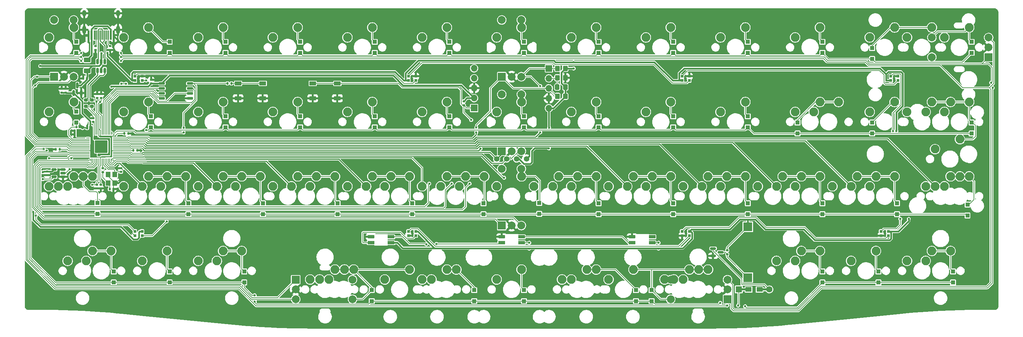
<source format=gbr>
%TF.GenerationSoftware,KiCad,Pcbnew,(6.0.11)*%
%TF.CreationDate,2023-03-20T14:56:03+01:00*%
%TF.ProjectId,alpha-curISO_routingv6,616c7068-612d-4637-9572-49534f5f726f,rev?*%
%TF.SameCoordinates,Original*%
%TF.FileFunction,Copper,L2,Bot*%
%TF.FilePolarity,Positive*%
%FSLAX46Y46*%
G04 Gerber Fmt 4.6, Leading zero omitted, Abs format (unit mm)*
G04 Created by KiCad (PCBNEW (6.0.11)) date 2023-03-20 14:56:03*
%MOMM*%
%LPD*%
G01*
G04 APERTURE LIST*
G04 Aperture macros list*
%AMRoundRect*
0 Rectangle with rounded corners*
0 $1 Rounding radius*
0 $2 $3 $4 $5 $6 $7 $8 $9 X,Y pos of 4 corners*
0 Add a 4 corners polygon primitive as box body*
4,1,4,$2,$3,$4,$5,$6,$7,$8,$9,$2,$3,0*
0 Add four circle primitives for the rounded corners*
1,1,$1+$1,$2,$3*
1,1,$1+$1,$4,$5*
1,1,$1+$1,$6,$7*
1,1,$1+$1,$8,$9*
0 Add four rect primitives between the rounded corners*
20,1,$1+$1,$2,$3,$4,$5,0*
20,1,$1+$1,$4,$5,$6,$7,0*
20,1,$1+$1,$6,$7,$8,$9,0*
20,1,$1+$1,$8,$9,$2,$3,0*%
G04 Aperture macros list end*
%TA.AperFunction,ComponentPad*%
%ADD10C,2.250000*%
%TD*%
%TA.AperFunction,ComponentPad*%
%ADD11R,2.000000X2.000000*%
%TD*%
%TA.AperFunction,ComponentPad*%
%ADD12C,2.000000*%
%TD*%
%TA.AperFunction,ComponentPad*%
%ADD13C,2.200000*%
%TD*%
%TA.AperFunction,ComponentPad*%
%ADD14C,1.397000*%
%TD*%
%TA.AperFunction,ComponentPad*%
%ADD15R,1.700000X1.700000*%
%TD*%
%TA.AperFunction,ComponentPad*%
%ADD16O,1.700000X1.700000*%
%TD*%
%TA.AperFunction,SMDPad,CuDef*%
%ADD17R,2.900000X0.500000*%
%TD*%
%TA.AperFunction,SMDPad,CuDef*%
%ADD18R,1.600000X1.200000*%
%TD*%
%TA.AperFunction,ComponentPad*%
%ADD19R,1.600000X1.600000*%
%TD*%
%TA.AperFunction,ComponentPad*%
%ADD20C,1.600000*%
%TD*%
%TA.AperFunction,SMDPad,CuDef*%
%ADD21R,1.100000X1.100000*%
%TD*%
%TA.AperFunction,SMDPad,CuDef*%
%ADD22R,1.700000X1.000000*%
%TD*%
%TA.AperFunction,SMDPad,CuDef*%
%ADD23R,1.700000X0.820000*%
%TD*%
%TA.AperFunction,SMDPad,CuDef*%
%ADD24RoundRect,0.205000X0.645000X0.205000X-0.645000X0.205000X-0.645000X-0.205000X0.645000X-0.205000X0*%
%TD*%
%TA.AperFunction,SMDPad,CuDef*%
%ADD25RoundRect,0.135000X0.185000X-0.135000X0.185000X0.135000X-0.185000X0.135000X-0.185000X-0.135000X0*%
%TD*%
%TA.AperFunction,SMDPad,CuDef*%
%ADD26R,0.700000X0.700000*%
%TD*%
%TA.AperFunction,SMDPad,CuDef*%
%ADD27RoundRect,0.140000X-0.170000X0.140000X-0.170000X-0.140000X0.170000X-0.140000X0.170000X0.140000X0*%
%TD*%
%TA.AperFunction,SMDPad,CuDef*%
%ADD28RoundRect,0.140000X0.170000X-0.140000X0.170000X0.140000X-0.170000X0.140000X-0.170000X-0.140000X0*%
%TD*%
%TA.AperFunction,SMDPad,CuDef*%
%ADD29RoundRect,0.250000X-0.350000X-0.450000X0.350000X-0.450000X0.350000X0.450000X-0.350000X0.450000X0*%
%TD*%
%TA.AperFunction,SMDPad,CuDef*%
%ADD30RoundRect,0.140000X0.140000X0.170000X-0.140000X0.170000X-0.140000X-0.170000X0.140000X-0.170000X0*%
%TD*%
%TA.AperFunction,SMDPad,CuDef*%
%ADD31RoundRect,0.250000X0.337500X0.475000X-0.337500X0.475000X-0.337500X-0.475000X0.337500X-0.475000X0*%
%TD*%
%TA.AperFunction,SMDPad,CuDef*%
%ADD32R,2.300000X2.300000*%
%TD*%
%TA.AperFunction,SMDPad,CuDef*%
%ADD33RoundRect,0.150000X0.512500X0.150000X-0.512500X0.150000X-0.512500X-0.150000X0.512500X-0.150000X0*%
%TD*%
%TA.AperFunction,SMDPad,CuDef*%
%ADD34RoundRect,0.135000X-0.185000X0.135000X-0.185000X-0.135000X0.185000X-0.135000X0.185000X0.135000X0*%
%TD*%
%TA.AperFunction,SMDPad,CuDef*%
%ADD35RoundRect,0.150000X-0.587500X-0.150000X0.587500X-0.150000X0.587500X0.150000X-0.587500X0.150000X0*%
%TD*%
%TA.AperFunction,SMDPad,CuDef*%
%ADD36R,1.200000X1.400000*%
%TD*%
%TA.AperFunction,SMDPad,CuDef*%
%ADD37RoundRect,0.150000X0.150000X-0.587500X0.150000X0.587500X-0.150000X0.587500X-0.150000X-0.587500X0*%
%TD*%
%TA.AperFunction,SMDPad,CuDef*%
%ADD38RoundRect,0.140000X-0.140000X-0.170000X0.140000X-0.170000X0.140000X0.170000X-0.140000X0.170000X0*%
%TD*%
%TA.AperFunction,SMDPad,CuDef*%
%ADD39RoundRect,0.200000X-0.275000X0.200000X-0.275000X-0.200000X0.275000X-0.200000X0.275000X0.200000X0*%
%TD*%
%TA.AperFunction,SMDPad,CuDef*%
%ADD40RoundRect,0.135000X0.135000X0.185000X-0.135000X0.185000X-0.135000X-0.185000X0.135000X-0.185000X0*%
%TD*%
%TA.AperFunction,SMDPad,CuDef*%
%ADD41RoundRect,0.150000X0.650000X0.150000X-0.650000X0.150000X-0.650000X-0.150000X0.650000X-0.150000X0*%
%TD*%
%TA.AperFunction,SMDPad,CuDef*%
%ADD42RoundRect,0.150000X0.150000X-0.512500X0.150000X0.512500X-0.150000X0.512500X-0.150000X-0.512500X0*%
%TD*%
%TA.AperFunction,SMDPad,CuDef*%
%ADD43RoundRect,0.250000X-0.625000X0.375000X-0.625000X-0.375000X0.625000X-0.375000X0.625000X0.375000X0*%
%TD*%
%TA.AperFunction,SMDPad,CuDef*%
%ADD44R,0.600000X2.450000*%
%TD*%
%TA.AperFunction,SMDPad,CuDef*%
%ADD45R,0.300000X2.450000*%
%TD*%
%TA.AperFunction,ComponentPad*%
%ADD46O,1.000000X1.600000*%
%TD*%
%TA.AperFunction,ComponentPad*%
%ADD47O,1.000000X2.100000*%
%TD*%
%TA.AperFunction,SMDPad,CuDef*%
%ADD48RoundRect,0.050000X0.387500X0.050000X-0.387500X0.050000X-0.387500X-0.050000X0.387500X-0.050000X0*%
%TD*%
%TA.AperFunction,SMDPad,CuDef*%
%ADD49RoundRect,0.050000X0.050000X0.387500X-0.050000X0.387500X-0.050000X-0.387500X0.050000X-0.387500X0*%
%TD*%
%TA.AperFunction,ComponentPad*%
%ADD50C,0.600000*%
%TD*%
%TA.AperFunction,SMDPad,CuDef*%
%ADD51RoundRect,0.144000X1.456000X1.456000X-1.456000X1.456000X-1.456000X-1.456000X1.456000X-1.456000X0*%
%TD*%
%TA.AperFunction,SMDPad,CuDef*%
%ADD52RoundRect,0.250000X0.350000X0.450000X-0.350000X0.450000X-0.350000X-0.450000X0.350000X-0.450000X0*%
%TD*%
%TA.AperFunction,ViaPad*%
%ADD53C,0.600000*%
%TD*%
%TA.AperFunction,Conductor*%
%ADD54C,0.381000*%
%TD*%
%TA.AperFunction,Conductor*%
%ADD55C,0.200000*%
%TD*%
%TA.AperFunction,Conductor*%
%ADD56C,0.254000*%
%TD*%
%TA.AperFunction,Conductor*%
%ADD57C,0.250000*%
%TD*%
G04 APERTURE END LIST*
D10*
%TO.P,SW26(1.5)1,1,1*%
%TO.N,COL12*%
X253365000Y-75247500D03*
%TO.P,SW26(1.5)1,2,2*%
%TO.N,Net-(D47-Pad2)*%
X259715000Y-72707500D03*
%TD*%
%TO.P,SW26(ISO)1,2,2*%
%TO.N,Net-(D47-Pad2)*%
X262096250Y-82232500D03*
%TO.P,SW26(ISO)1,1,1*%
%TO.N,COL12*%
X255746250Y-84772500D03*
%TD*%
%TO.P,SW30(ortho)1,1,1*%
%TO.N,COL3*%
X86677500Y-94280487D03*
%TO.P,SW30(ortho)1,2,2*%
%TO.N,Net-(D15-Pad2)*%
X93027500Y-91740487D03*
%TD*%
%TO.P,SW12,1,1*%
%TO.N,COL11*%
X239077500Y-56197500D03*
%TO.P,SW12,2,2*%
%TO.N,Net-(D42-Pad2)*%
X245427500Y-53657500D03*
%TD*%
%TO.P,SW31(ortho)1,1,1*%
%TO.N,COL4*%
X105727500Y-94280487D03*
%TO.P,SW31(ortho)1,2,2*%
%TO.N,Net-(D18-Pad2)*%
X112077500Y-91740487D03*
%TD*%
%TO.P,SW43(1.75)1,1,1*%
%TO.N,COL5*%
X127172566Y-118095521D03*
%TO.P,SW43(1.75)1,2,2*%
%TO.N,Net-(D23-Pad2)*%
X133522566Y-115555521D03*
%TD*%
%TO.P,SW48,1,1*%
%TO.N,COL11*%
X234315000Y-113347500D03*
%TO.P,SW48,2,2*%
%TO.N,Net-(D45-Pad2)*%
X240665000Y-110807500D03*
%TD*%
%TO.P,SW33(1.5stagger)1,1,1*%
%TO.N,COL7*%
X153352500Y-94280487D03*
%TO.P,SW33(1.5stagger)1,2,2*%
%TO.N,Net-(D29-Pad2)*%
X159702500Y-91740487D03*
%TD*%
D11*
%TO.P,SW_rotary3,A,A*%
%TO.N,PD5*%
X145137500Y-66237500D03*
D12*
%TO.P,SW_rotary3,B,B*%
%TO.N,PD2*%
X150137500Y-66237500D03*
%TO.P,SW_rotary3,C,C*%
%TO.N,GND*%
X147637500Y-66237500D03*
%TO.P,SW_rotary3,S1,S1*%
%TO.N,R_row3*%
X150137500Y-51737500D03*
%TO.P,SW_rotary3,S2,S2*%
%TO.N,COL6*%
X145137500Y-51737500D03*
%TD*%
D10*
%TO.P,SW42(3)1,1,1*%
%TO.N,COL4*%
X115252500Y-118110000D03*
%TO.P,SW42(3)1,2,2*%
%TO.N,R_row5*%
X121602500Y-115570000D03*
%TD*%
%TO.P,SW32(ortho)1,1,1*%
%TO.N,COL5*%
X124777500Y-94280487D03*
%TO.P,SW32(ortho)1,2,2*%
%TO.N,Net-(D22-Pad2)*%
X131127500Y-91740487D03*
%TD*%
%TO.P,SW42(1)1,1,1*%
%TO.N,COL4*%
X96202500Y-118110000D03*
%TO.P,SW42(1)1,2,2*%
%TO.N,R_row5*%
X102552500Y-115570000D03*
%TD*%
%TO.P,SW34(1.5stagger)1,1,1*%
%TO.N,COL8*%
X172402500Y-94280487D03*
%TO.P,SW34(1.5stagger)1,2,2*%
%TO.N,Net-(D33-Pad2)*%
X178752500Y-91740487D03*
%TD*%
%TO.P,SW21,1,1*%
%TO.N,COL7*%
X162877500Y-75247500D03*
%TO.P,SW21,2,2*%
%TO.N,Net-(D28-Pad2)*%
X169227500Y-72707500D03*
%TD*%
%TO.P,SW28,1,1*%
%TO.N,COL1*%
X53340000Y-94280487D03*
%TO.P,SW28,2,2*%
%TO.N,Net-(D7-Pad2)*%
X59690000Y-91740487D03*
%TD*%
%TO.P,SW8,1,1*%
%TO.N,COL7*%
X162877500Y-56197500D03*
%TO.P,SW8,2,2*%
%TO.N,Net-(D27-Pad2)*%
X169227500Y-53657500D03*
%TD*%
%TO.P,SW28(1.5stagger)1,1,1*%
%TO.N,COL1*%
X58102500Y-94280487D03*
%TO.P,SW28(1.5stagger)1,2,2*%
%TO.N,Net-(D7-Pad2)*%
X64452500Y-91740487D03*
%TD*%
%TO.P,SW46(1.5)1,1,1*%
%TO.N,COL8*%
X186690000Y-118110000D03*
%TO.P,SW46(1.5)1,2,2*%
%TO.N,R_col6*%
X193040000Y-115570000D03*
%TD*%
%TO.P,SW23,1,1*%
%TO.N,COL9*%
X200977500Y-75247500D03*
%TO.P,SW23,2,2*%
%TO.N,Net-(D36-Pad2)*%
X207327500Y-72707500D03*
%TD*%
%TO.P,SW36,1,1*%
%TO.N,COL10*%
X215265000Y-94280487D03*
%TO.P,SW36,2,2*%
%TO.N,Net-(D40-Pad2)*%
X221615000Y-91740487D03*
%TD*%
%TO.P,SW12(2)1,1,1*%
%TO.N,COL11*%
X248602500Y-56197500D03*
%TO.P,SW12(2)1,2,2*%
%TO.N,Net-(D42-Pad2)*%
X254952500Y-53657500D03*
%TD*%
%TO.P,SW15,1,1*%
%TO.N,COL1*%
X48577500Y-75247500D03*
%TO.P,SW15,2,2*%
%TO.N,Net-(D6-Pad2)*%
X54927500Y-72707500D03*
%TD*%
%TO.P,SW50(ortho)1,1,1*%
%TO.N,COL6*%
X143827500Y-94280487D03*
%TO.P,SW50(ortho)1,2,2*%
%TO.N,R_row7*%
X150177500Y-91740487D03*
%TD*%
%TO.P,SW39(1.5)1,1,1*%
%TO.N,COL0*%
X39052500Y-113347500D03*
%TO.P,SW39(1.5)1,2,2*%
%TO.N,Net-(D4-Pad2)*%
X45402500Y-110807500D03*
%TD*%
%TO.P,SW6,1,1*%
%TO.N,COL5*%
X124777500Y-56197500D03*
%TO.P,SW6,2,2*%
%TO.N,Net-(D20-Pad2)*%
X131127500Y-53657500D03*
%TD*%
%TO.P,SW31,1,1*%
%TO.N,COL4*%
X110490000Y-94280487D03*
%TO.P,SW31,2,2*%
%TO.N,Net-(D18-Pad2)*%
X116840000Y-91740487D03*
%TD*%
%TO.P,SW37(1.5stagger)1,1,1*%
%TO.N,COL11*%
X229552500Y-94280487D03*
%TO.P,SW37(1.5stagger)1,2,2*%
%TO.N,Net-(D44-Pad2)*%
X235902500Y-91740487D03*
%TD*%
%TO.P,SW38(1.25)1,1,1*%
%TO.N,COL12*%
X255745000Y-94280487D03*
%TO.P,SW38(1.25)1,2,2*%
%TO.N,Net-(D48-Pad2)*%
X262095000Y-91740487D03*
%TD*%
%TO.P,SW47,1,1*%
%TO.N,COL10*%
X215265000Y-113347500D03*
%TO.P,SW47,2,2*%
%TO.N,Net-(D41-Pad2)*%
X221615000Y-110807500D03*
%TD*%
%TO.P,SW46(1)1,1,1*%
%TO.N,COL8*%
X191452500Y-118110000D03*
%TO.P,SW46(1)1,2,2*%
%TO.N,R_col6*%
X197802500Y-115570000D03*
%TD*%
%TO.P,SW1,1,1*%
%TO.N,COL0*%
X29527500Y-56197500D03*
%TO.P,SW1,2,2*%
%TO.N,R_row1*%
X35877500Y-53657500D03*
%TD*%
%TO.P,SW37(ortho)1,1,1*%
%TO.N,COL11*%
X239077500Y-94280487D03*
%TO.P,SW37(ortho)1,2,2*%
%TO.N,Net-(D44-Pad2)*%
X245427500Y-91740487D03*
%TD*%
%TO.P,SW41(1.5)1,1,1*%
%TO.N,COL2*%
X67627500Y-113347500D03*
%TO.P,SW41(1.5)1,2,2*%
%TO.N,Net-(D12-Pad2)*%
X73977500Y-110807500D03*
%TD*%
%TO.P,SW27(ortho)1,1,1*%
%TO.N,COL0*%
X29527500Y-94280487D03*
%TO.P,SW27(ortho)1,2,2*%
%TO.N,Net-(D3-Pad2)*%
X35877500Y-91740487D03*
%TD*%
%TO.P,SW38(1.5)1,1,1*%
%TO.N,COL12*%
X253365000Y-94280487D03*
%TO.P,SW38(1.5)1,2,2*%
%TO.N,Net-(D48-Pad2)*%
X259715000Y-91740487D03*
%TD*%
D11*
%TO.P,SW_rotary2,A,A*%
%TO.N,R2_A*%
X269437500Y-61237500D03*
D12*
%TO.P,SW_rotary2,B,B*%
%TO.N,R2_B*%
X269437500Y-56237500D03*
%TO.P,SW_rotary2,C,C*%
%TO.N,GND*%
X269437500Y-58737500D03*
%TO.P,SW_rotary2,S1,S1*%
%TO.N,R_row2*%
X254937500Y-56237500D03*
%TO.P,SW_rotary2,S2,S2*%
%TO.N,COL12*%
X254937500Y-61237500D03*
%TD*%
D11*
%TO.P,SW_rotary6,A,A*%
%TO.N,R2_A*%
X202762500Y-123150000D03*
D12*
%TO.P,SW_rotary6,B,B*%
%TO.N,R2_B*%
X202762500Y-118150000D03*
%TO.P,SW_rotary6,C,C*%
%TO.N,GND*%
X202762500Y-120650000D03*
%TO.P,SW_rotary6,S1,S1*%
%TO.N,COL8*%
X188262500Y-118150000D03*
%TO.P,SW_rotary6,S2,S2*%
%TO.N,R_col6*%
X188262500Y-123150000D03*
%TD*%
D10*
%TO.P,SW9,1,1*%
%TO.N,COL8*%
X181927500Y-56197500D03*
%TO.P,SW9,2,2*%
%TO.N,Net-(D31-Pad2)*%
X188277500Y-53657500D03*
%TD*%
%TO.P,SW33,1,1*%
%TO.N,COL7*%
X158115000Y-94280487D03*
%TO.P,SW33,2,2*%
%TO.N,Net-(D29-Pad2)*%
X164465000Y-91740487D03*
%TD*%
%TO.P,SW43(2)1,1,1*%
%TO.N,COL5*%
X124777500Y-118110000D03*
%TO.P,SW43(2)1,2,2*%
%TO.N,Net-(D23-Pad2)*%
X131127500Y-115570000D03*
%TD*%
D13*
%TO.P,SW44(4)1,1,1*%
%TO.N,COL6*%
X143827500Y-118110000D03*
%TO.P,SW44(4)1,2,2*%
%TO.N,Net-(D24-Pad2)*%
X150177500Y-115570000D03*
%TD*%
D10*
%TO.P,SW33(ortho)1,1,1*%
%TO.N,COL7*%
X162877500Y-94280487D03*
%TO.P,SW33(ortho)1,2,2*%
%TO.N,Net-(D29-Pad2)*%
X169227500Y-91740487D03*
%TD*%
%TO.P,SW10,1,1*%
%TO.N,COL9*%
X200977500Y-56197500D03*
%TO.P,SW10,2,2*%
%TO.N,Net-(D35-Pad2)*%
X207327500Y-53657500D03*
%TD*%
%TO.P,SW18,1,1*%
%TO.N,COL4*%
X105727500Y-75247500D03*
%TO.P,SW18,2,2*%
%TO.N,Net-(D17-Pad2)*%
X112077500Y-72707500D03*
%TD*%
%TO.P,SW34(ortho)1,1,1*%
%TO.N,COL8*%
X181927500Y-94280487D03*
%TO.P,SW34(ortho)1,2,2*%
%TO.N,Net-(D33-Pad2)*%
X188277500Y-91740487D03*
%TD*%
%TO.P,SW36(ortho)1,1,1*%
%TO.N,COL10*%
X220027500Y-94280487D03*
%TO.P,SW36(ortho)1,2,2*%
%TO.N,Net-(D40-Pad2)*%
X226377500Y-91740487D03*
%TD*%
D11*
%TO.P,SW_rotary5,A,A*%
%TO.N,R1_A*%
X92512500Y-118150000D03*
D12*
%TO.P,SW_rotary5,B,B*%
%TO.N,R1_B*%
X92512500Y-123150000D03*
%TO.P,SW_rotary5,C,C*%
%TO.N,GND*%
X92512500Y-120650000D03*
%TO.P,SW_rotary5,S1,S1*%
%TO.N,R_row5*%
X107012500Y-123150000D03*
%TO.P,SW_rotary5,S2,S2*%
%TO.N,COL4*%
X107012500Y-118150000D03*
%TD*%
D10*
%TO.P,SW2,1,1*%
%TO.N,COL1*%
X48577500Y-56197500D03*
%TO.P,SW2,2,2*%
%TO.N,Net-(D5-Pad2)*%
X54927500Y-53657500D03*
%TD*%
%TO.P,SW38(ortho)1,1,1*%
%TO.N,COL12*%
X258127500Y-94280487D03*
%TO.P,SW38(ortho)1,2,2*%
%TO.N,Net-(D48-Pad2)*%
X264477500Y-91740487D03*
%TD*%
%TO.P,SW49(1.5)1,1,1*%
%TO.N,COL12*%
X248602500Y-113347500D03*
%TO.P,SW49(1.5)1,2,2*%
%TO.N,Net-(D49-Pad2)*%
X254952500Y-110807500D03*
%TD*%
%TO.P,SW34,1,1*%
%TO.N,COL8*%
X177165000Y-94280487D03*
%TO.P,SW34,2,2*%
%TO.N,Net-(D33-Pad2)*%
X183515000Y-91740487D03*
%TD*%
%TO.P,SW4,1,1*%
%TO.N,COL3*%
X86677500Y-56197500D03*
%TO.P,SW4,2,2*%
%TO.N,Net-(D13-Pad2)*%
X93027500Y-53657500D03*
%TD*%
%TO.P,SW13,1,1*%
%TO.N,COL12*%
X258127500Y-56197500D03*
%TO.P,SW13,2,2*%
%TO.N,R_row2*%
X264477500Y-53657500D03*
%TD*%
%TO.P,SW35(ortho)1,1,1*%
%TO.N,COL9*%
X200977500Y-94280487D03*
%TO.P,SW35(ortho)1,2,2*%
%TO.N,Net-(D37-Pad2)*%
X207327500Y-91740487D03*
%TD*%
%TO.P,SW32,1,1*%
%TO.N,COL5*%
X129540000Y-94280487D03*
%TO.P,SW32,2,2*%
%TO.N,Net-(D22-Pad2)*%
X135890000Y-91740487D03*
%TD*%
%TO.P,SW29(ortho)1,1,1*%
%TO.N,COL2*%
X67627500Y-94280487D03*
%TO.P,SW29(ortho)1,2,2*%
%TO.N,Net-(D11-Pad2)*%
X73977500Y-91740487D03*
%TD*%
%TO.P,SW30(1.5stagger)1,1,1*%
%TO.N,COL3*%
X96202500Y-94280487D03*
%TO.P,SW30(1.5stagger)1,2,2*%
%TO.N,Net-(D15-Pad2)*%
X102552500Y-91740487D03*
%TD*%
%TO.P,SW29(1.5stagger)1,1,1*%
%TO.N,COL2*%
X77152500Y-94280487D03*
%TO.P,SW29(1.5stagger)1,2,2*%
%TO.N,Net-(D11-Pad2)*%
X83502500Y-91740487D03*
%TD*%
%TO.P,SW45(2)1,1,1*%
%TO.N,COL7*%
X162877500Y-118110000D03*
%TO.P,SW45(2)1,2,2*%
%TO.N,Net-(D30-Pad2)*%
X169227500Y-115570000D03*
%TD*%
%TO.P,SW46(1.25)1,1,1*%
%TO.N,COL8*%
X189085066Y-118095521D03*
%TO.P,SW46(1.25)1,2,2*%
%TO.N,R_col6*%
X195435066Y-115555521D03*
%TD*%
D14*
%TO.P,OL1,1,SDA*%
%TO.N,SDA*%
X143827500Y-87312500D03*
%TO.P,OL1,2,SCL*%
%TO.N,SCL*%
X146367500Y-87312500D03*
%TO.P,OL1,3,VCC*%
%TO.N,+5V*%
X148907500Y-87312500D03*
%TO.P,OL1,4,GND*%
%TO.N,GND*%
X151447500Y-87312500D03*
%TD*%
D10*
%TO.P,SW16,1,1*%
%TO.N,COL2*%
X67627500Y-75247500D03*
%TO.P,SW16,2,2*%
%TO.N,Net-(D10-Pad2)*%
X73977500Y-72707500D03*
%TD*%
%TO.P,SW25,1,1*%
%TO.N,COL11*%
X239077500Y-75247500D03*
%TO.P,SW25,2,2*%
%TO.N,Net-(D43-Pad2)*%
X245427500Y-72707500D03*
%TD*%
%TO.P,SW46(3)1,1,1*%
%TO.N,COL8*%
X172402500Y-118110000D03*
%TO.P,SW46(3)1,2,2*%
%TO.N,R_col6*%
X178752500Y-115570000D03*
%TD*%
%TO.P,SW39,1,1*%
%TO.N,COL0*%
X34290000Y-113347500D03*
%TO.P,SW39,2,2*%
%TO.N,Net-(D4-Pad2)*%
X40640000Y-110807500D03*
%TD*%
%TO.P,SW19,1,1*%
%TO.N,COL5*%
X124777500Y-75247500D03*
%TO.P,SW19,2,2*%
%TO.N,Net-(D21-Pad2)*%
X131127500Y-72707500D03*
%TD*%
D15*
%TO.P,J2,1,Pin_1*%
%TO.N,PD2*%
X157162500Y-64135000D03*
D16*
%TO.P,J2,2,Pin_2*%
%TO.N,Net-(C18-Pad2)*%
X157162500Y-66675000D03*
%TO.P,J2,3,Pin_3*%
%TO.N,PD5*%
X157162500Y-69215000D03*
%TO.P,J2,4,Pin_4*%
%TO.N,GND*%
X157162500Y-71755000D03*
%TO.P,J2,5,Pin_5*%
%TO.N,+5V*%
X157162500Y-74295000D03*
%TD*%
D10*
%TO.P,SW44(6)1,1,1*%
%TO.N,COL6*%
X143827500Y-118110000D03*
%TO.P,SW44(6)1,2,2*%
%TO.N,Net-(D24-Pad2)*%
X150177500Y-115570000D03*
%TD*%
%TO.P,SW35,1,1*%
%TO.N,COL9*%
X196215000Y-94280487D03*
%TO.P,SW35,2,2*%
%TO.N,Net-(D37-Pad2)*%
X202565000Y-91740487D03*
%TD*%
%TO.P,SW37,1,1*%
%TO.N,COL11*%
X234315000Y-94280487D03*
%TO.P,SW37,2,2*%
%TO.N,Net-(D44-Pad2)*%
X240665000Y-91740487D03*
%TD*%
%TO.P,SW20,1,1*%
%TO.N,COL6*%
X143827500Y-75247500D03*
%TO.P,SW20,2,2*%
%TO.N,R_row4*%
X150177500Y-72707500D03*
%TD*%
%TO.P,SW11,1,1*%
%TO.N,COL10*%
X220027500Y-56197500D03*
%TO.P,SW11,2,2*%
%TO.N,Net-(D38-Pad2)*%
X226377500Y-53657500D03*
%TD*%
%TO.P,SW24(1.5)1,1,1*%
%TO.N,COL10*%
X224790000Y-75247500D03*
%TO.P,SW24(1.5)1,2,2*%
%TO.N,Net-(D39-Pad2)*%
X231140000Y-72707500D03*
%TD*%
%TO.P,SW7,1,1*%
%TO.N,COL6*%
X143827500Y-56197500D03*
%TO.P,SW7,2,2*%
%TO.N,R_row3*%
X150177500Y-53657500D03*
%TD*%
%TO.P,SW40,1,1*%
%TO.N,COL1*%
X53340000Y-113347500D03*
%TO.P,SW40,2,2*%
%TO.N,Net-(D8-Pad2)*%
X59690000Y-110807500D03*
%TD*%
%TO.P,SW26(2)1,1,1*%
%TO.N,COL12*%
X248602500Y-75247500D03*
%TO.P,SW26(2)1,2,2*%
%TO.N,Net-(D47-Pad2)*%
X254952500Y-72707500D03*
%TD*%
%TO.P,SW48(3)1,1,1*%
%TO.N,COL11*%
X234315000Y-113347500D03*
%TO.P,SW48(3)1,2,2*%
%TO.N,Net-(D45-Pad2)*%
X240665000Y-110807500D03*
%TD*%
D11*
%TO.P,SW_rotary1,A,A*%
%TO.N,R1_A*%
X30837500Y-66237500D03*
D12*
%TO.P,SW_rotary1,B,B*%
%TO.N,R1_B*%
X35837500Y-66237500D03*
%TO.P,SW_rotary1,C,C*%
%TO.N,GND*%
X33337500Y-66237500D03*
%TO.P,SW_rotary1,S1,S1*%
%TO.N,R_row1*%
X35837500Y-51737500D03*
%TO.P,SW_rotary1,S2,S2*%
%TO.N,COL0*%
X30837500Y-51737500D03*
%TD*%
D11*
%TO.P,SW_rotary4,A,A*%
%TO.N,SDA*%
X145137500Y-85287500D03*
D12*
%TO.P,SW_rotary4,B,B*%
%TO.N,SCL*%
X150137500Y-85287500D03*
%TO.P,SW_rotary4,C,C*%
%TO.N,GND*%
X147637500Y-85287500D03*
%TO.P,SW_rotary4,S1,S1*%
%TO.N,R_row4*%
X150137500Y-70787500D03*
%TO.P,SW_rotary4,S2,S2*%
%TO.N,COL6*%
X145137500Y-70787500D03*
%TD*%
D10*
%TO.P,SW36(1.5stagger)1,1,1*%
%TO.N,COL10*%
X210502500Y-94280487D03*
%TO.P,SW36(1.5stagger)1,2,2*%
%TO.N,Net-(D40-Pad2)*%
X216852500Y-91740487D03*
%TD*%
%TO.P,SW5,1,1*%
%TO.N,COL4*%
X105727500Y-56197500D03*
%TO.P,SW5,2,2*%
%TO.N,Net-(D16-Pad2)*%
X112077500Y-53657500D03*
%TD*%
%TO.P,SW44(3)1,1,1*%
%TO.N,COL6*%
X143827500Y-118110000D03*
%TO.P,SW44(3)1,2,2*%
%TO.N,Net-(D24-Pad2)*%
X150177500Y-115570000D03*
%TD*%
D17*
%TO.P,R8,1*%
%TO.N,Audio*%
X207050000Y-120650000D03*
D18*
X208150000Y-120650000D03*
D19*
X205650000Y-120650000D03*
D20*
%TO.P,R8,2*%
%TO.N,Net-(Q1-Pad2)*%
X213450000Y-120650000D03*
D17*
X212050000Y-120650000D03*
D18*
X210950000Y-120650000D03*
%TD*%
D11*
%TO.P,SW_rotary7,A,A*%
%TO.N,R5_A*%
X145137500Y-104320487D03*
D12*
%TO.P,SW_rotary7,B,B*%
%TO.N,R5_B*%
X150137500Y-104320487D03*
%TO.P,SW_rotary7,C,C*%
%TO.N,GND*%
X147637500Y-104320487D03*
%TO.P,SW_rotary7,S1,S1*%
%TO.N,R_row7*%
X150137500Y-89820487D03*
%TO.P,SW_rotary7,S2,S2*%
%TO.N,COL6*%
X145137500Y-89820487D03*
%TD*%
D10*
%TO.P,SW22,1,1*%
%TO.N,COL8*%
X181927500Y-75247500D03*
%TO.P,SW22,2,2*%
%TO.N,Net-(D32-Pad2)*%
X188277500Y-72707500D03*
%TD*%
%TO.P,SW27(1.5)1,1,1*%
%TO.N,COL0*%
X34290000Y-94280487D03*
%TO.P,SW27(1.5)1,2,2*%
%TO.N,Net-(D3-Pad2)*%
X40640000Y-91740487D03*
%TD*%
%TO.P,SW42(1.25)1,1,1*%
%TO.N,COL4*%
X98597566Y-118095521D03*
%TO.P,SW42(1.25)1,2,2*%
%TO.N,R_row5*%
X104947566Y-115555521D03*
%TD*%
%TO.P,SW42(1.5)1,1,1*%
%TO.N,COL4*%
X100965000Y-118110000D03*
%TO.P,SW42(1.5)1,2,2*%
%TO.N,R_row5*%
X107315000Y-115570000D03*
%TD*%
%TO.P,SW27(1.25)1,1,1*%
%TO.N,COL0*%
X31910000Y-94280487D03*
%TO.P,SW27(1.25)1,2,2*%
%TO.N,Net-(D3-Pad2)*%
X38260000Y-91740487D03*
%TD*%
%TO.P,SW49,1,1*%
%TO.N,COL12*%
X253365000Y-113347500D03*
%TO.P,SW49,2,2*%
%TO.N,Net-(D49-Pad2)*%
X259715000Y-110807500D03*
%TD*%
%TO.P,SW26,1,1*%
%TO.N,COL12*%
X258127500Y-75247500D03*
%TO.P,SW26,2,2*%
%TO.N,Net-(D47-Pad2)*%
X264477500Y-72707500D03*
%TD*%
%TO.P,SW28(ortho)1,1,1*%
%TO.N,COL1*%
X48577500Y-94280487D03*
%TO.P,SW28(ortho)1,2,2*%
%TO.N,Net-(D7-Pad2)*%
X54927500Y-91740487D03*
%TD*%
%TO.P,SW24,1,1*%
%TO.N,COL10*%
X220027500Y-75247500D03*
%TO.P,SW24,2,2*%
%TO.N,Net-(D39-Pad2)*%
X226377500Y-72707500D03*
%TD*%
%TO.P,SW17,1,1*%
%TO.N,COL3*%
X86677500Y-75247500D03*
%TO.P,SW17,2,2*%
%TO.N,Net-(D14-Pad2)*%
X93027500Y-72707500D03*
%TD*%
%TO.P,SW40(3)1,1,1*%
%TO.N,COL1*%
X53340000Y-113347500D03*
%TO.P,SW40(3)1,2,2*%
%TO.N,Net-(D8-Pad2)*%
X59690000Y-110807500D03*
%TD*%
%TO.P,SW3,1,1*%
%TO.N,COL2*%
X67627500Y-56197500D03*
%TO.P,SW3,2,2*%
%TO.N,Net-(D9-Pad2)*%
X73977500Y-53657500D03*
%TD*%
%TO.P,SW45(1.75)1,1,1*%
%TO.N,COL7*%
X160510066Y-118095521D03*
%TO.P,SW45(1.75)1,2,2*%
%TO.N,Net-(D30-Pad2)*%
X166860066Y-115555521D03*
%TD*%
%TO.P,SW14,1,1*%
%TO.N,COL0*%
X29527500Y-75247500D03*
%TO.P,SW14,2,2*%
%TO.N,Net-(D2-Pad2)*%
X35877500Y-72707500D03*
%TD*%
%TO.P,SW41,1,1*%
%TO.N,COL2*%
X72390000Y-113347500D03*
%TO.P,SW41,2,2*%
%TO.N,Net-(D12-Pad2)*%
X78740000Y-110807500D03*
%TD*%
%TO.P,SW47(1.5)1,1,1*%
%TO.N,COL10*%
X220027500Y-113347500D03*
%TO.P,SW47(1.5)1,2,2*%
%TO.N,Net-(D41-Pad2)*%
X226377500Y-110807500D03*
%TD*%
%TO.P,SW35(1.5stagger)1,1,1*%
%TO.N,COL9*%
X191452500Y-94280487D03*
%TO.P,SW35(1.5stagger)1,2,2*%
%TO.N,Net-(D37-Pad2)*%
X197802500Y-91740487D03*
%TD*%
%TO.P,SW30,1,1*%
%TO.N,COL3*%
X91440000Y-94280487D03*
%TO.P,SW30,2,2*%
%TO.N,Net-(D15-Pad2)*%
X97790000Y-91740487D03*
%TD*%
%TO.P,SW32(1.5stagger)1,1,1*%
%TO.N,COL5*%
X134302500Y-94280487D03*
%TO.P,SW32(1.5stagger)1,2,2*%
%TO.N,Net-(D22-Pad2)*%
X140652500Y-91740487D03*
%TD*%
%TO.P,SW31(1.5stagger)1,1,1*%
%TO.N,COL4*%
X115252500Y-94280487D03*
%TO.P,SW31(1.5stagger)1,2,2*%
%TO.N,Net-(D18-Pad2)*%
X121602500Y-91740487D03*
%TD*%
%TO.P,SW29,1,1*%
%TO.N,COL2*%
X72390000Y-94280487D03*
%TO.P,SW29,2,2*%
%TO.N,Net-(D11-Pad2)*%
X78740000Y-91740487D03*
%TD*%
D21*
%TO.P,D32,1,K*%
%TO.N,ROW1*%
X188912500Y-79187500D03*
%TO.P,D32,2,A*%
%TO.N,Net-(D32-Pad2)*%
X188912500Y-76387500D03*
%TD*%
D22*
%TO.P,SW27,1,1*%
%TO.N,GND*%
X84112500Y-71750000D03*
X77812500Y-71750000D03*
%TO.P,SW27,2,2*%
%TO.N,/rp2040 components/USB_BOOT*%
X84112500Y-67950000D03*
X77812500Y-67950000D03*
%TD*%
D23*
%TO.P,LED2,1,VDD*%
%TO.N,+5V*%
X150187500Y-108700000D03*
%TO.P,LED2,2,DOUT*%
%TO.N,Net-(LED2-Pad2)*%
X150187500Y-107200000D03*
D24*
%TO.P,LED2,3,VSS*%
%TO.N,GND*%
X145087500Y-107200000D03*
D23*
%TO.P,LED2,4,DIN*%
%TO.N,Net-(LED1-Pad2)*%
X145087500Y-108700000D03*
%TD*%
D21*
%TO.P,D2,1,K*%
%TO.N,ROW1*%
X36512500Y-77981000D03*
%TO.P,D2,2,A*%
%TO.N,Net-(D2-Pad2)*%
X36512500Y-75181000D03*
%TD*%
D25*
%TO.P,R7,1*%
%TO.N,/rp2040 components/XTAL_O*%
X43230800Y-90680000D03*
%TO.P,R7,2*%
%TO.N,XTAL_OUT*%
X43230800Y-89660000D03*
%TD*%
D26*
%TO.P,LED8,1,VDD*%
%TO.N,+5V*%
X193002500Y-105812500D03*
%TO.P,LED8,2,DOUT*%
%TO.N,Net-(LED8-Pad2)*%
X193002500Y-106912500D03*
%TO.P,LED8,3,VSS*%
%TO.N,GND*%
X191172500Y-106912500D03*
%TO.P,LED8,4,DIN*%
%TO.N,Net-(LED7-Pad2)*%
X191172500Y-105812500D03*
%TD*%
D21*
%TO.P,D11,1,K*%
%TO.N,ROW2*%
X84137500Y-101412500D03*
%TO.P,D11,2,A*%
%TO.N,Net-(D11-Pad2)*%
X84137500Y-98612500D03*
%TD*%
D27*
%TO.P,C2,1*%
%TO.N,GND*%
X47904400Y-89639200D03*
%TO.P,C2,2*%
%TO.N,XTAL_IN*%
X47904400Y-90599200D03*
%TD*%
D21*
%TO.P,D9,1,K*%
%TO.N,ROW0*%
X74612500Y-60137500D03*
%TO.P,D9,2,A*%
%TO.N,Net-(D9-Pad2)*%
X74612500Y-57337500D03*
%TD*%
%TO.P,D50,1,K*%
%TO.N,ROW2*%
X154686000Y-101349000D03*
%TO.P,D50,2,A*%
%TO.N,R_row7*%
X154686000Y-98549000D03*
%TD*%
%TO.P,D7,1,K*%
%TO.N,ROW2*%
X65087500Y-101412500D03*
%TO.P,D7,2,A*%
%TO.N,Net-(D7-Pad2)*%
X65087500Y-98612500D03*
%TD*%
D22*
%TO.P,SW38,1,1*%
%TO.N,RESET*%
X96862500Y-67950000D03*
X103162500Y-67950000D03*
%TO.P,SW38,2,2*%
%TO.N,GND*%
X103162500Y-71750000D03*
X96862500Y-71750000D03*
%TD*%
D28*
%TO.P,C10,1*%
%TO.N,+1V1*%
X40792400Y-77823000D03*
%TO.P,C10,2*%
%TO.N,GND*%
X40792400Y-76863000D03*
%TD*%
D27*
%TO.P,C14,1*%
%TO.N,+1V1*%
X41706800Y-93855600D03*
%TO.P,C14,2*%
%TO.N,GND*%
X41706800Y-94815600D03*
%TD*%
D21*
%TO.P,D24,1,K*%
%TO.N,ROW3*%
X150812500Y-123637500D03*
%TO.P,D24,2,A*%
%TO.N,Net-(D24-Pad2)*%
X150812500Y-120837500D03*
%TD*%
D29*
%TO.P,UR1,1*%
%TO.N,Net-(C18-Pad2)*%
X159337500Y-66516250D03*
%TO.P,UR1,2*%
%TO.N,GND*%
X161337500Y-66516250D03*
%TD*%
D21*
%TO.P,D42,1,K*%
%TO.N,ROW0*%
X239712500Y-61725000D03*
%TO.P,D42,2,A*%
%TO.N,Net-(D42-Pad2)*%
X239712500Y-58925000D03*
%TD*%
%TO.P,D44,1,K*%
%TO.N,ROW2*%
X246062500Y-101412500D03*
%TO.P,D44,2,A*%
%TO.N,Net-(D44-Pad2)*%
X246062500Y-98612500D03*
%TD*%
%TO.P,D5,1,K*%
%TO.N,ROW0*%
X60325000Y-60137500D03*
%TO.P,D5,2,A*%
%TO.N,Net-(D5-Pad2)*%
X60325000Y-57337500D03*
%TD*%
%TO.P,D23,1,K*%
%TO.N,ROW3*%
X138112500Y-123637500D03*
%TO.P,D23,2,A*%
%TO.N,Net-(D23-Pad2)*%
X138112500Y-120837500D03*
%TD*%
%TO.P,D49,1,K*%
%TO.N,ROW3*%
X260350000Y-118875000D03*
%TO.P,D49,2,A*%
%TO.N,Net-(D49-Pad2)*%
X260350000Y-116075000D03*
%TD*%
D30*
%TO.P,C1,1*%
%TO.N,GND*%
X46003085Y-94996000D03*
%TO.P,C1,2*%
%TO.N,/rp2040 components/XTAL_O*%
X45043085Y-94996000D03*
%TD*%
D21*
%TO.P,D25,1,K*%
%TO.N,ROW0*%
X150812500Y-60137500D03*
%TO.P,D25,2,A*%
%TO.N,R_row3*%
X150812500Y-57337500D03*
%TD*%
D28*
%TO.P,C5,1*%
%TO.N,+3V3*%
X32764129Y-70306555D03*
%TO.P,C5,2*%
%TO.N,GND*%
X32764129Y-69346555D03*
%TD*%
D21*
%TO.P,D13,1,K*%
%TO.N,ROW0*%
X93662500Y-60137500D03*
%TO.P,D13,2,A*%
%TO.N,Net-(D13-Pad2)*%
X93662500Y-57337500D03*
%TD*%
%TO.P,D39,1,K*%
%TO.N,ROW1*%
X220662500Y-80775000D03*
%TO.P,D39,2,A*%
%TO.N,Net-(D39-Pad2)*%
X220662500Y-77975000D03*
%TD*%
D31*
%TO.P,C18,1*%
%TO.N,+5V*%
X161375000Y-68897500D03*
%TO.P,C18,2*%
%TO.N,Net-(C18-Pad2)*%
X159300000Y-68897500D03*
%TD*%
D28*
%TO.P,C19,1*%
%TO.N,GND*%
X29006800Y-91412000D03*
%TO.P,C19,2*%
%TO.N,+5V*%
X29006800Y-90452000D03*
%TD*%
D21*
%TO.P,D19,1,K*%
%TO.N,ROW3*%
X111918750Y-123637500D03*
%TO.P,D19,2,A*%
%TO.N,R_row5*%
X111918750Y-120837500D03*
%TD*%
D26*
%TO.P,LED4,1,VDD*%
%TO.N,+5V*%
X121322500Y-67225000D03*
%TO.P,LED4,2,DOUT*%
%TO.N,Net-(LED4-Pad2)*%
X121322500Y-66125000D03*
%TO.P,LED4,3,VSS*%
%TO.N,GND*%
X123152500Y-66125000D03*
%TO.P,LED4,4,DIN*%
%TO.N,Net-(LED11-Pad2)*%
X123152500Y-67225000D03*
%TD*%
D32*
%TO.P,LS2,1,1*%
%TO.N,+5V*%
X207962500Y-104625000D03*
%TO.P,LS2,2,2*%
%TO.N,Net-(LS2-Pad2)*%
X207962500Y-117625000D03*
%TD*%
D33*
%TO.P,U5,1*%
%TO.N,GND*%
X33090700Y-89982000D03*
%TO.P,U5,2*%
%TO.N,RGB MCU*%
X33090700Y-90932000D03*
%TO.P,U5,3,GND*%
%TO.N,GND*%
X33090700Y-91882000D03*
%TO.P,U5,4*%
%TO.N,rgb underglow*%
X30815700Y-91882000D03*
%TO.P,U5,5,+5V*%
%TO.N,+5V*%
X30815700Y-89982000D03*
%TD*%
D34*
%TO.P,R9,1*%
%TO.N,+5V*%
X202692000Y-110615000D03*
%TO.P,R9,2*%
%TO.N,Net-(LS2-Pad2)*%
X202692000Y-111635000D03*
%TD*%
D35*
%TO.P,Q1,1,E*%
%TO.N,GND*%
X199087500Y-112075000D03*
%TO.P,Q1,2,B*%
%TO.N,Net-(Q1-Pad2)*%
X199087500Y-110175000D03*
%TO.P,Q1,3,C*%
%TO.N,Net-(LS2-Pad2)*%
X200962500Y-111125000D03*
%TD*%
D36*
%TO.P,Y1,1,1*%
%TO.N,/rp2040 components/XTAL_O*%
X44629600Y-93439736D03*
%TO.P,Y1,2,2*%
%TO.N,GND*%
X44629600Y-91239736D03*
%TO.P,Y1,3,3*%
%TO.N,XTAL_IN*%
X46329600Y-91239736D03*
%TO.P,Y1,4,4*%
%TO.N,GND*%
X46329600Y-93439736D03*
%TD*%
D37*
%TO.P,U3,1,GND*%
%TO.N,GND*%
X37734952Y-70381444D03*
%TO.P,U3,2,VO*%
%TO.N,+3V3*%
X35834952Y-70381444D03*
%TO.P,U3,3,VI*%
%TO.N,+5V*%
X36784952Y-68506444D03*
%TD*%
D30*
%TO.P,C16,1*%
%TO.N,+3V3*%
X37056000Y-80086386D03*
%TO.P,C16,2*%
%TO.N,GND*%
X36096000Y-80086386D03*
%TD*%
D21*
%TO.P,D46,1,K*%
%TO.N,ROW0*%
X265112500Y-60137500D03*
%TO.P,D46,2,A*%
%TO.N,R_row2*%
X265112500Y-57337500D03*
%TD*%
%TO.P,D21,1,K*%
%TO.N,ROW1*%
X131762500Y-79187500D03*
%TO.P,D21,2,A*%
%TO.N,Net-(D21-Pad2)*%
X131762500Y-76387500D03*
%TD*%
D38*
%TO.P,C13,1*%
%TO.N,+3V3*%
X51082000Y-85090000D03*
%TO.P,C13,2*%
%TO.N,GND*%
X52042000Y-85090000D03*
%TD*%
D21*
%TO.P,D48,2,A*%
%TO.N,Net-(D48-Pad2)*%
X264033000Y-98930000D03*
%TO.P,D48,1,K*%
%TO.N,ROW2*%
X264033000Y-101730000D03*
%TD*%
%TO.P,D40,1,K*%
%TO.N,ROW2*%
X227012500Y-101412500D03*
%TO.P,D40,2,A*%
%TO.N,Net-(D40-Pad2)*%
X227012500Y-98612500D03*
%TD*%
%TO.P,D35,1,K*%
%TO.N,ROW0*%
X207962500Y-60137500D03*
%TO.P,D35,2,A*%
%TO.N,Net-(D35-Pad2)*%
X207962500Y-57337500D03*
%TD*%
D26*
%TO.P,LED6,1,VDD*%
%TO.N,+5V*%
X244449000Y-67225000D03*
%TO.P,LED6,2,DOUT*%
%TO.N,Net-(LED6-Pad2)*%
X244449000Y-66125000D03*
%TO.P,LED6,3,VSS*%
%TO.N,GND*%
X246279000Y-66125000D03*
%TO.P,LED6,4,DIN*%
%TO.N,Net-(LED5-Pad2)*%
X246279000Y-67225000D03*
%TD*%
D21*
%TO.P,D26,1,K*%
%TO.N,ROW1*%
X150812500Y-79187500D03*
%TO.P,D26,2,A*%
%TO.N,R_row4*%
X150812500Y-76387500D03*
%TD*%
D34*
%TO.P,R3,1*%
%TO.N,+3V3*%
X135450520Y-72515000D03*
%TO.P,R3,2*%
%TO.N,RESET*%
X135450520Y-73535000D03*
%TD*%
D21*
%TO.P,D22,1,K*%
%TO.N,ROW2*%
X140462000Y-101412500D03*
%TO.P,D22,2,A*%
%TO.N,Net-(D22-Pad2)*%
X140462000Y-98612500D03*
%TD*%
%TO.P,D14,1,K*%
%TO.N,ROW1*%
X93662500Y-79187500D03*
%TO.P,D14,2,A*%
%TO.N,Net-(D14-Pad2)*%
X93662500Y-76387500D03*
%TD*%
D23*
%TO.P,LED3,1,VDD*%
%TO.N,+5V*%
X183525000Y-108700000D03*
%TO.P,LED3,2,DOUT*%
%TO.N,unconnected-(LED3-Pad2)*%
X183525000Y-107200000D03*
D24*
%TO.P,LED3,3,VSS*%
%TO.N,GND*%
X178425000Y-107200000D03*
D23*
%TO.P,LED3,4,DIN*%
%TO.N,Net-(LED2-Pad2)*%
X178425000Y-108700000D03*
%TD*%
D29*
%TO.P,UR2,1*%
%TO.N,PD2*%
X159337500Y-64135000D03*
%TO.P,UR2,2*%
%TO.N,+5V*%
X161337500Y-64135000D03*
%TD*%
D30*
%TO.P,C7,1*%
%TO.N,+3V3*%
X40231000Y-79375000D03*
%TO.P,C7,2*%
%TO.N,GND*%
X39271000Y-79375000D03*
%TD*%
D28*
%TO.P,C15,1*%
%TO.N,+3V3*%
X41783000Y-71677500D03*
%TO.P,C15,2*%
%TO.N,GND*%
X41783000Y-70717500D03*
%TD*%
D39*
%TO.P,R2,1*%
%TO.N,D_N*%
X38957250Y-72168750D03*
%TO.P,R2,2*%
%TO.N,/D_-*%
X38957250Y-73818750D03*
%TD*%
D40*
%TO.P,R6,1*%
%TO.N,/rp2040 components/USB_BOOT*%
X76107999Y-67952227D03*
%TO.P,R6,2*%
%TO.N,CS*%
X75087999Y-67952227D03*
%TD*%
D21*
%TO.P,D36,1,K*%
%TO.N,ROW1*%
X207962500Y-79187500D03*
%TO.P,D36,2,A*%
%TO.N,Net-(D36-Pad2)*%
X207962500Y-76387500D03*
%TD*%
%TO.P,D6,1,K*%
%TO.N,ROW1*%
X55562500Y-79187500D03*
%TO.P,D6,2,A*%
%TO.N,Net-(D6-Pad2)*%
X55562500Y-76387500D03*
%TD*%
D41*
%TO.P,U2,1,~{CS}*%
%TO.N,CS*%
X65512500Y-67945000D03*
%TO.P,U2,2,DO(IO1)*%
%TO.N,SD1*%
X65512500Y-69215000D03*
%TO.P,U2,3,IO2*%
%TO.N,SD2*%
X65512500Y-70485000D03*
%TO.P,U2,4,GND*%
%TO.N,GND*%
X65512500Y-71755000D03*
%TO.P,U2,5,DI(IO0)*%
%TO.N,SD0*%
X58312500Y-71755000D03*
%TO.P,U2,6,CLK*%
%TO.N,QSPI_CLK*%
X58312500Y-70485000D03*
%TO.P,U2,7,IO3*%
%TO.N,SD3*%
X58312500Y-69215000D03*
%TO.P,U2,8,VCC*%
%TO.N,+3V3*%
X58312500Y-67945000D03*
%TD*%
D28*
%TO.P,C3,1*%
%TO.N,+3V3*%
X55626000Y-67980500D03*
%TO.P,C3,2*%
%TO.N,GND*%
X55626000Y-67020500D03*
%TD*%
D30*
%TO.P,C8,1*%
%TO.N,+3V3*%
X37056000Y-81026000D03*
%TO.P,C8,2*%
%TO.N,GND*%
X36096000Y-81026000D03*
%TD*%
D21*
%TO.P,D37,1,K*%
%TO.N,ROW2*%
X207962500Y-101412500D03*
%TO.P,D37,2,A*%
%TO.N,Net-(D37-Pad2)*%
X207962500Y-98612500D03*
%TD*%
%TO.P,D38,1,K*%
%TO.N,ROW0*%
X227012500Y-60137500D03*
%TO.P,D38,2,A*%
%TO.N,Net-(D38-Pad2)*%
X227012500Y-57337500D03*
%TD*%
D39*
%TO.P,R1,1*%
%TO.N,D_P*%
X40481250Y-72168750D03*
%TO.P,R1,2*%
%TO.N,/D_+*%
X40481250Y-73818750D03*
%TD*%
D21*
%TO.P,D31,1,K*%
%TO.N,ROW0*%
X188912500Y-60137500D03*
%TO.P,D31,2,A*%
%TO.N,Net-(D31-Pad2)*%
X188912500Y-57337500D03*
%TD*%
%TO.P,D47,1,K*%
%TO.N,ROW1*%
X265112500Y-80775000D03*
%TO.P,D47,2,A*%
%TO.N,Net-(D47-Pad2)*%
X265112500Y-77975000D03*
%TD*%
D27*
%TO.P,C9,1*%
%TO.N,+3V3*%
X42722800Y-93855600D03*
%TO.P,C9,2*%
%TO.N,GND*%
X42722800Y-94815600D03*
%TD*%
D21*
%TO.P,D20,1,K*%
%TO.N,ROW0*%
X131762500Y-60137500D03*
%TO.P,D20,2,A*%
%TO.N,Net-(D20-Pad2)*%
X131762500Y-57337500D03*
%TD*%
D42*
%TO.P,U4,1,I/O1*%
%TO.N,D_P*%
X43812500Y-64637500D03*
%TO.P,U4,2,GND*%
%TO.N,GND*%
X42862500Y-64637500D03*
%TO.P,U4,3,I/O2*%
%TO.N,D_N*%
X41912500Y-64637500D03*
%TO.P,U4,4,I/O2*%
%TO.N,D_USB_N*%
X41912500Y-62362500D03*
%TO.P,U4,5,VBUS*%
%TO.N,+5V*%
X42862500Y-62362500D03*
%TO.P,U4,6,I/O1*%
%TO.N,D_USB_P*%
X43812500Y-62362500D03*
%TD*%
D43*
%TO.P,F1,1*%
%TO.N,VBUS*%
X39243000Y-61973000D03*
%TO.P,F1,2*%
%TO.N,+5V*%
X39243000Y-64773000D03*
%TD*%
D28*
%TO.P,C6,1*%
%TO.N,+3V3*%
X33780128Y-70306555D03*
%TO.P,C6,2*%
%TO.N,GND*%
X33780128Y-69346555D03*
%TD*%
D21*
%TO.P,D17,1,K*%
%TO.N,ROW1*%
X112712500Y-79187500D03*
%TO.P,D17,2,A*%
%TO.N,Net-(D17-Pad2)*%
X112712500Y-76387500D03*
%TD*%
D30*
%TO.P,C4,1*%
%TO.N,+5V*%
X39215000Y-66675000D03*
%TO.P,C4,2*%
%TO.N,GND*%
X38255000Y-66675000D03*
%TD*%
D26*
%TO.P,LED5,1,VDD*%
%TO.N,+5V*%
X191172500Y-67225000D03*
%TO.P,LED5,2,DOUT*%
%TO.N,Net-(LED5-Pad2)*%
X191172500Y-66125000D03*
%TO.P,LED5,3,VSS*%
%TO.N,GND*%
X193002500Y-66125000D03*
%TO.P,LED5,4,DIN*%
%TO.N,Net-(LED4-Pad2)*%
X193002500Y-67225000D03*
%TD*%
D21*
%TO.P,D29,1,K*%
%TO.N,ROW2*%
X169862500Y-101412500D03*
%TO.P,D29,2,A*%
%TO.N,Net-(D29-Pad2)*%
X169862500Y-98612500D03*
%TD*%
%TO.P,D8,1,K*%
%TO.N,ROW3*%
X60325000Y-118875000D03*
%TO.P,D8,2,A*%
%TO.N,Net-(D8-Pad2)*%
X60325000Y-116075000D03*
%TD*%
D26*
%TO.P,LED9,1,VDD*%
%TO.N,+5V*%
X123152500Y-105812500D03*
%TO.P,LED9,2,DOUT*%
%TO.N,rgb indicators*%
X123152500Y-106912500D03*
%TO.P,LED9,3,VSS*%
%TO.N,GND*%
X121322500Y-106912500D03*
%TO.P,LED9,4,DIN*%
%TO.N,Net-(LED8-Pad2)*%
X121322500Y-105812500D03*
%TD*%
D34*
%TO.P,R4,1*%
%TO.N,/rp2040 components/CC1*%
X41402000Y-58418000D03*
%TO.P,R4,2*%
%TO.N,GND*%
X41402000Y-59438000D03*
%TD*%
D44*
%TO.P,USB1,1,GND*%
%TO.N,GND*%
X39637500Y-55631838D03*
%TO.P,USB1,2,VBUS*%
%TO.N,VBUS*%
X40412500Y-55631838D03*
D45*
%TO.P,USB1,3,SBU2*%
%TO.N,unconnected-(USB1-Pad3)*%
X41112500Y-55631838D03*
%TO.P,USB1,4,CC1*%
%TO.N,/rp2040 components/CC1*%
X41612500Y-55631838D03*
%TO.P,USB1,5,DN2*%
%TO.N,D_USB_N*%
X42112500Y-55631838D03*
%TO.P,USB1,6,DP1*%
%TO.N,D_USB_P*%
X42612500Y-55631838D03*
%TO.P,USB1,7,DN1*%
%TO.N,D_USB_N*%
X43112500Y-55631838D03*
%TO.P,USB1,8,DP2*%
%TO.N,D_USB_P*%
X43612500Y-55631838D03*
%TO.P,USB1,9,SBU1*%
%TO.N,unconnected-(USB1-Pad9)*%
X44112500Y-55631838D03*
%TO.P,USB1,10,CC2*%
%TO.N,/rp2040 components/CC2*%
X44612500Y-55631838D03*
D44*
%TO.P,USB1,11,VBUS*%
%TO.N,VBUS*%
X45312500Y-55631838D03*
%TO.P,USB1,12,GND*%
%TO.N,GND*%
X46087500Y-55631838D03*
D46*
%TO.P,USB1,13,SHIELD*%
X47182500Y-50036838D03*
D47*
X38542500Y-54216838D03*
X47182500Y-54216838D03*
D46*
X38542500Y-50036838D03*
%TD*%
D21*
%TO.P,D41,1,K*%
%TO.N,ROW3*%
X227012500Y-118875000D03*
%TO.P,D41,2,A*%
%TO.N,Net-(D41-Pad2)*%
X227012500Y-116075000D03*
%TD*%
%TO.P,D3,1,K*%
%TO.N,ROW2*%
X41910000Y-101349000D03*
%TO.P,D3,2,A*%
%TO.N,Net-(D3-Pad2)*%
X41910000Y-98549000D03*
%TD*%
D34*
%TO.P,R5,1*%
%TO.N,/rp2040 components/CC2*%
X45085000Y-58418000D03*
%TO.P,R5,2*%
%TO.N,GND*%
X45085000Y-59438000D03*
%TD*%
D26*
%TO.P,LED10,1,VDD*%
%TO.N,+5V*%
X53302500Y-105812500D03*
%TO.P,LED10,2,DOUT*%
%TO.N,Net-(LED10-Pad2)*%
X53302500Y-106912500D03*
%TO.P,LED10,3,VSS*%
%TO.N,GND*%
X51472500Y-106912500D03*
%TO.P,LED10,4,DIN*%
%TO.N,rgb underglow*%
X51472500Y-105812500D03*
%TD*%
D23*
%TO.P,LED1,1,VDD*%
%TO.N,+5V*%
X116850000Y-108700000D03*
%TO.P,LED1,2,DOUT*%
%TO.N,Net-(LED1-Pad2)*%
X116850000Y-107200000D03*
D24*
%TO.P,LED1,3,VSS*%
%TO.N,GND*%
X111750000Y-107200000D03*
D23*
%TO.P,LED1,4,DIN*%
%TO.N,rgb indicators*%
X111750000Y-108700000D03*
%TD*%
D21*
%TO.P,D4,1,K*%
%TO.N,ROW3*%
X46037500Y-118875000D03*
%TO.P,D4,2,A*%
%TO.N,Net-(D4-Pad2)*%
X46037500Y-116075000D03*
%TD*%
%TO.P,D1,1,K*%
%TO.N,ROW0*%
X36512500Y-60137500D03*
%TO.P,D1,2,A*%
%TO.N,R_row1*%
X36512500Y-57337500D03*
%TD*%
D26*
%TO.P,LED7,1,VDD*%
%TO.N,+5V*%
X243802500Y-105812500D03*
%TO.P,LED7,2,DOUT*%
%TO.N,Net-(LED7-Pad2)*%
X243802500Y-106912500D03*
%TO.P,LED7,3,VSS*%
%TO.N,GND*%
X241972500Y-106912500D03*
%TO.P,LED7,4,DIN*%
%TO.N,Net-(LED6-Pad2)*%
X241972500Y-105812500D03*
%TD*%
D21*
%TO.P,D34,1,K*%
%TO.N,ROW3*%
X183388000Y-123637500D03*
%TO.P,D34,2,A*%
%TO.N,R_col6*%
X183388000Y-120837500D03*
%TD*%
D30*
%TO.P,C11,1*%
%TO.N,+3V3*%
X32230000Y-84836000D03*
%TO.P,C11,2*%
%TO.N,GND*%
X31270000Y-84836000D03*
%TD*%
D21*
%TO.P,D30,1,K*%
%TO.N,ROW3*%
X179387500Y-123637500D03*
%TO.P,D30,2,A*%
%TO.N,Net-(D30-Pad2)*%
X179387500Y-120837500D03*
%TD*%
D28*
%TO.P,C12,1*%
%TO.N,+1V1*%
X42799000Y-71677500D03*
%TO.P,C12,2*%
%TO.N,GND*%
X42799000Y-70717500D03*
%TD*%
D21*
%TO.P,D18,1,K*%
%TO.N,ROW2*%
X122237500Y-101412500D03*
%TO.P,D18,2,A*%
%TO.N,Net-(D18-Pad2)*%
X122237500Y-98612500D03*
%TD*%
%TO.P,D45,1,K*%
%TO.N,ROW3*%
X241300000Y-118875000D03*
%TO.P,D45,2,A*%
%TO.N,Net-(D45-Pad2)*%
X241300000Y-116075000D03*
%TD*%
%TO.P,D33,1,K*%
%TO.N,ROW2*%
X188912500Y-101412500D03*
%TO.P,D33,2,A*%
%TO.N,Net-(D33-Pad2)*%
X188912500Y-98612500D03*
%TD*%
%TO.P,D10,1,K*%
%TO.N,ROW1*%
X74612500Y-79187500D03*
%TO.P,D10,2,A*%
%TO.N,Net-(D10-Pad2)*%
X74612500Y-76387500D03*
%TD*%
%TO.P,D27,1,K*%
%TO.N,ROW0*%
X169862500Y-60137500D03*
%TO.P,D27,2,A*%
%TO.N,Net-(D27-Pad2)*%
X169862500Y-57337500D03*
%TD*%
%TO.P,D12,1,K*%
%TO.N,ROW3*%
X79375000Y-118875000D03*
%TO.P,D12,2,A*%
%TO.N,Net-(D12-Pad2)*%
X79375000Y-116075000D03*
%TD*%
%TO.P,D15,1,K*%
%TO.N,ROW2*%
X103187500Y-101412500D03*
%TO.P,D15,2,A*%
%TO.N,Net-(D15-Pad2)*%
X103187500Y-98612500D03*
%TD*%
D48*
%TO.P,U1,1,IOVDD*%
%TO.N,+3V3*%
X46300000Y-81538914D03*
%TO.P,U1,2,GPIO0*%
%TO.N,PD5*%
X46300000Y-81938914D03*
%TO.P,U1,3,GPIO1*%
%TO.N,PD2*%
X46300000Y-82338914D03*
%TO.P,U1,4,GPIO2*%
%TO.N,COL12*%
X46300000Y-82738914D03*
%TO.P,U1,5,GPIO3*%
%TO.N,COL11*%
X46300000Y-83138914D03*
%TO.P,U1,6,GPIO4*%
%TO.N,COL10*%
X46300000Y-83538914D03*
%TO.P,U1,7,GPIO5*%
%TO.N,COL9*%
X46300000Y-83938914D03*
%TO.P,U1,8,GPIO6*%
%TO.N,COL8*%
X46300000Y-84338914D03*
%TO.P,U1,9,GPIO7*%
%TO.N,COL6*%
X46300000Y-84738914D03*
%TO.P,U1,10,IOVDD*%
%TO.N,+3V3*%
X46300000Y-85138914D03*
%TO.P,U1,11,GPIO8*%
%TO.N,SDA*%
X46300000Y-85538914D03*
%TO.P,U1,12,GPIO9*%
%TO.N,SCL*%
X46300000Y-85938914D03*
%TO.P,U1,13,GPIO10*%
%TO.N,COL7*%
X46300000Y-86338914D03*
%TO.P,U1,14,GPIO11*%
%TO.N,COL5*%
X46300000Y-86738914D03*
D49*
%TO.P,U1,15,GPIO12*%
%TO.N,COL4*%
X45462500Y-87576414D03*
%TO.P,U1,16,GPIO13*%
%TO.N,COL3*%
X45062500Y-87576414D03*
%TO.P,U1,17,GPIO14*%
%TO.N,COL2*%
X44662500Y-87576414D03*
%TO.P,U1,18,GPIO15*%
%TO.N,COL1*%
X44262500Y-87576414D03*
%TO.P,U1,19,TESTEN*%
%TO.N,GND*%
X43862500Y-87576414D03*
%TO.P,U1,20,XTAL_IN*%
%TO.N,XTAL_IN*%
X43462500Y-87576414D03*
%TO.P,U1,21,XTAL_OUT*%
%TO.N,XTAL_OUT*%
X43062500Y-87576414D03*
%TO.P,U1,22,IOVDD*%
%TO.N,+3V3*%
X42662500Y-87576414D03*
%TO.P,U1,23,DVDD*%
%TO.N,+1V1*%
X42262500Y-87576414D03*
%TO.P,U1,24,SWCLK*%
%TO.N,SWCLK*%
X41862500Y-87576414D03*
%TO.P,U1,25,SWDIO*%
%TO.N,SWD*%
X41462500Y-87576414D03*
%TO.P,U1,26,~{RUN}*%
%TO.N,RESET*%
X41062500Y-87576414D03*
%TO.P,U1,27,GPIO16*%
%TO.N,ROW2*%
X40662500Y-87576414D03*
%TO.P,U1,28,GPIO17*%
%TO.N,R5_B*%
X40262500Y-87576414D03*
D48*
%TO.P,U1,29,GPIO18*%
%TO.N,RGB MCU*%
X39425000Y-86738914D03*
%TO.P,U1,30,GPIO19*%
%TO.N,COL0*%
X39425000Y-86338914D03*
%TO.P,U1,31,GPIO20*%
%TO.N,R5_A*%
X39425000Y-85938914D03*
%TO.P,U1,32,GPIO21*%
%TO.N,ROW3*%
X39425000Y-85538914D03*
%TO.P,U1,33,IOVDD*%
%TO.N,+3V3*%
X39425000Y-85138914D03*
%TO.P,U1,34,GPIO22*%
%TO.N,Audio*%
X39425000Y-84738914D03*
%TO.P,U1,35,GPIO23*%
%TO.N,ROW0*%
X39425000Y-84338914D03*
%TO.P,U1,36,GPIO24*%
%TO.N,R2_A*%
X39425000Y-83938914D03*
%TO.P,U1,37,GPIO25*%
%TO.N,R2_B*%
X39425000Y-83538914D03*
%TO.P,U1,38,GPIO26/ADC0*%
%TO.N,R1_A*%
X39425000Y-83138914D03*
%TO.P,U1,39,GPIO27/ADC1*%
%TO.N,R1_B*%
X39425000Y-82738914D03*
%TO.P,U1,40,GPIO28/ADC2*%
%TO.N,ROW1*%
X39425000Y-82338914D03*
%TO.P,U1,41,GPIO29/ADC3*%
%TO.N,unconnected-(U1-Pad41)*%
X39425000Y-81938914D03*
%TO.P,U1,42,IOVDD*%
%TO.N,+3V3*%
X39425000Y-81538914D03*
D49*
%TO.P,U1,43,ADC_AVDD*%
X40262500Y-80701414D03*
%TO.P,U1,44,VREG_VIN*%
X40662500Y-80701414D03*
%TO.P,U1,45,VREG_VOUT*%
%TO.N,+1V1*%
X41062500Y-80701414D03*
%TO.P,U1,46,D-*%
%TO.N,/D_-*%
X41462500Y-80701414D03*
%TO.P,U1,47,D+*%
%TO.N,/D_+*%
X41862500Y-80701414D03*
%TO.P,U1,48,USB_VDD*%
%TO.N,+3V3*%
X42262500Y-80701414D03*
%TO.P,U1,49,IOVDD*%
X42662500Y-80701414D03*
%TO.P,U1,50,DVDD*%
%TO.N,+1V1*%
X43062500Y-80701414D03*
%TO.P,U1,51,QSPI_SD3*%
%TO.N,SD3*%
X43462500Y-80701414D03*
%TO.P,U1,52,QSPI_SCLK*%
%TO.N,QSPI_CLK*%
X43862500Y-80701414D03*
%TO.P,U1,53,QSPI_SD0*%
%TO.N,SD0*%
X44262500Y-80701414D03*
%TO.P,U1,54,QSPI_SD2*%
%TO.N,SD2*%
X44662500Y-80701414D03*
%TO.P,U1,55,QSPI_SD1*%
%TO.N,SD1*%
X45062500Y-80701414D03*
%TO.P,U1,56,QSPI_SS_N*%
%TO.N,CS*%
X45462500Y-80701414D03*
D50*
%TO.P,U1,57,GND*%
%TO.N,GND*%
X41587500Y-84138914D03*
X44137500Y-84138914D03*
X42862500Y-85413914D03*
X41587500Y-85413914D03*
X42862500Y-84138914D03*
X44137500Y-85413914D03*
X41587500Y-82863914D03*
D51*
X42862500Y-84138914D03*
D50*
X42862500Y-82863914D03*
X44137500Y-82863914D03*
%TD*%
D21*
%TO.P,D16,1,K*%
%TO.N,ROW0*%
X112712500Y-60137500D03*
%TO.P,D16,2,A*%
%TO.N,Net-(D16-Pad2)*%
X112712500Y-57337500D03*
%TD*%
D15*
%TO.P,J1,1,Pin_1*%
%TO.N,RESET*%
X138074000Y-74265000D03*
D16*
%TO.P,J1,2,Pin_2*%
%TO.N,+3V3*%
X138074000Y-71725000D03*
%TO.P,J1,3,Pin_3*%
%TO.N,GND*%
X138074000Y-69185000D03*
%TO.P,J1,4,Pin_4*%
%TO.N,SWD*%
X138074000Y-66645000D03*
%TO.P,J1,5,Pin_5*%
%TO.N,SWCLK*%
X138074000Y-64105000D03*
%TD*%
D21*
%TO.P,D28,1,K*%
%TO.N,ROW1*%
X169862500Y-79187500D03*
%TO.P,D28,2,A*%
%TO.N,Net-(D28-Pad2)*%
X169862500Y-76387500D03*
%TD*%
%TO.P,D43,1,K*%
%TO.N,ROW1*%
X239712500Y-80775000D03*
%TO.P,D43,2,A*%
%TO.N,Net-(D43-Pad2)*%
X239712500Y-77975000D03*
%TD*%
D52*
%TO.P,UR3,1*%
%TO.N,+5V*%
X161337500Y-71278750D03*
%TO.P,UR3,2*%
%TO.N,PD5*%
X159337500Y-71278750D03*
%TD*%
D26*
%TO.P,LED11,1,VDD*%
%TO.N,+5V*%
X51472500Y-67225000D03*
%TO.P,LED11,2,DOUT*%
%TO.N,Net-(LED11-Pad2)*%
X51472500Y-66125000D03*
%TO.P,LED11,3,VSS*%
%TO.N,GND*%
X53302500Y-66125000D03*
%TO.P,LED11,4,DIN*%
%TO.N,Net-(LED10-Pad2)*%
X53302500Y-67225000D03*
%TD*%
D38*
%TO.P,C17,1*%
%TO.N,+3V3*%
X48796000Y-80772000D03*
%TO.P,C17,2*%
%TO.N,GND*%
X49756000Y-80772000D03*
%TD*%
D53*
%TO.N,+5V*%
X249047000Y-102616000D03*
%TO.N,Net-(LED6-Pad2)*%
X246888000Y-102616000D03*
%TO.N,+5V*%
X245872000Y-80137000D03*
%TO.N,Net-(LED6-Pad2)*%
X244983000Y-80137000D03*
%TO.N,GND*%
X45085000Y-63500000D03*
X154305000Y-71755000D03*
X56663260Y-67017441D03*
X110236000Y-107188000D03*
X52959000Y-85090000D03*
X30322193Y-84836000D03*
X52451000Y-66548000D03*
X46024800Y-95961200D03*
X63373000Y-71755000D03*
X40311339Y-76020661D03*
X192087500Y-106362500D03*
X192087500Y-66675000D03*
X38100000Y-79375000D03*
X36830000Y-55753000D03*
X43942000Y-94996000D03*
X35189563Y-80090947D03*
X199136000Y-114173000D03*
X122237500Y-106362500D03*
X122237500Y-66675000D03*
X245364000Y-66675000D03*
X33780128Y-68429555D03*
X61912500Y-69850000D03*
X226949000Y-103124000D03*
X50292000Y-105791000D03*
X242887500Y-106362500D03*
X50800000Y-80772000D03*
X41485643Y-90057963D03*
X49530000Y-58928000D03*
X163477000Y-66548000D03*
%TO.N,+5V*%
X157174153Y-84571500D03*
X152146000Y-108712000D03*
X27940000Y-90678000D03*
X44439000Y-60198000D03*
X27296664Y-63491664D03*
X42926000Y-60233500D03*
X157195454Y-79283500D03*
X152146000Y-110200500D03*
X25481999Y-100838000D03*
X185166000Y-108712000D03*
X163477000Y-64135000D03*
X163477000Y-62519500D03*
X185166000Y-110200500D03*
%TO.N,+3V3*%
X45466000Y-68834000D03*
X41656000Y-72644000D03*
%TO.N,+1V1*%
X42588404Y-72687404D03*
X42011600Y-81991200D03*
X42316400Y-86238414D03*
X40589200Y-93878400D03*
%TO.N,ROW0*%
X37719000Y-60198000D03*
X47879000Y-60198000D03*
%TO.N,ROW1*%
X54356000Y-79883000D03*
X49177000Y-68034500D03*
X36576000Y-79121000D03*
X47978000Y-68034500D03*
%TO.N,ROW3*%
X82042000Y-122150500D03*
X207264000Y-124968000D03*
X82083636Y-123749500D03*
X200914000Y-124079000D03*
%TO.N,RESET*%
X136906000Y-93599000D03*
X137315000Y-77315000D03*
%TO.N,SWD*%
X132334000Y-93599000D03*
%TO.N,SWCLK*%
X126619000Y-93599000D03*
%TO.N,COL0*%
X29531376Y-87090305D03*
%TO.N,COL7*%
X145737000Y-92075000D03*
%TO.N,CS*%
X63881000Y-79283500D03*
X63881000Y-80518000D03*
%TO.N,R1_A*%
X28928000Y-85160807D03*
X26486500Y-66237500D03*
%TO.N,R1_B*%
X25971500Y-68516500D03*
X28194000Y-84744500D03*
%TO.N,R2_A*%
X47884580Y-61231064D03*
X270090589Y-67770589D03*
X37719000Y-61214000D03*
X270470692Y-69095196D03*
%TO.N,R2_B*%
X47879000Y-62230000D03*
X37719000Y-62230000D03*
%TO.N,PD5*%
X138628000Y-79248000D03*
X138628000Y-80480901D03*
%TO.N,PD2*%
X154940000Y-68615500D03*
X154940000Y-80482500D03*
%TO.N,Net-(LED1-Pad2)*%
X125857000Y-109093000D03*
X128439911Y-109001500D03*
%TO.N,rgb underglow*%
X26171999Y-101729701D03*
X27940000Y-92456000D03*
%TO.N,RGB MCU*%
X35179000Y-87116500D03*
X34798000Y-89916000D03*
%TO.N,Audio*%
X205486000Y-124749500D03*
X202692000Y-124749500D03*
%TO.N,Net-(LED10-Pad2)*%
X54356000Y-67183000D03*
X59563000Y-103262000D03*
%TO.N,COL6*%
X139684210Y-84651997D03*
%TD*%
D54*
%TO.N,+5V*%
X249047000Y-102616000D02*
X249047000Y-103155000D01*
D55*
%TO.N,Net-(LED6-Pad2)*%
X246888000Y-102616000D02*
X246888000Y-104140000D01*
X246888000Y-104140000D02*
X245865500Y-105162500D01*
%TO.N,ROW2*%
X154749500Y-101412500D02*
X154686000Y-101349000D01*
X246062500Y-101412500D02*
X154749500Y-101412500D01*
X263715500Y-101412500D02*
X264033000Y-101730000D01*
X246062500Y-101412500D02*
X263715500Y-101412500D01*
%TO.N,Net-(D48-Pad2)*%
X265684000Y-97660000D02*
X264414000Y-98930000D01*
X264414000Y-98930000D02*
X264033000Y-98930000D01*
X264477500Y-91757500D02*
X265684000Y-92964000D01*
X259715000Y-91757500D02*
X264477500Y-91757500D01*
X265684000Y-92964000D02*
X265684000Y-97660000D01*
D54*
%TO.N,+5V*%
X249047000Y-103155000D02*
X248681500Y-103520500D01*
X248681500Y-103520500D02*
X246389500Y-105812500D01*
X245872000Y-75369672D02*
X245872000Y-80137000D01*
X245964836Y-75276836D02*
X245872000Y-75369672D01*
X247505500Y-73736172D02*
X245964836Y-75276836D01*
X247505500Y-73660000D02*
X247505500Y-73736172D01*
X247505500Y-65455828D02*
X247505500Y-73660000D01*
X247054500Y-65004828D02*
X247505500Y-65455828D01*
X247054500Y-64984500D02*
X243820828Y-64984500D01*
X247054500Y-64984500D02*
X247054500Y-65004828D01*
D55*
%TO.N,Net-(LED6-Pad2)*%
X247015000Y-73533000D02*
X244983000Y-75565000D01*
X244983000Y-75565000D02*
X244983000Y-80137000D01*
X247015000Y-65659000D02*
X247015000Y-73533000D01*
%TO.N,GND*%
X31270000Y-84836000D02*
X30322193Y-84836000D01*
X47904400Y-89666946D02*
X48514000Y-90276546D01*
D54*
X35185002Y-80086386D02*
X35189563Y-80090947D01*
D55*
X157162500Y-71755000D02*
X154305000Y-71755000D01*
X49756000Y-80772000D02*
X50800000Y-80772000D01*
D54*
X49164759Y-58928000D02*
X49530000Y-58928000D01*
X41783000Y-70717500D02*
X42799000Y-70717500D01*
D55*
X163445250Y-66516250D02*
X163477000Y-66548000D01*
X48514000Y-91567000D02*
X46641264Y-93439736D01*
X51472500Y-106912500D02*
X51413500Y-106912500D01*
X46003085Y-95939485D02*
X46024800Y-95961200D01*
X47904400Y-89639200D02*
X47904400Y-89666946D01*
X110248000Y-107200000D02*
X110236000Y-107188000D01*
X48514000Y-90276546D02*
X48514000Y-91567000D01*
D54*
X32192000Y-91882000D02*
X32004000Y-91694000D01*
X33780128Y-69346555D02*
X33780128Y-68429555D01*
D55*
X46641264Y-93439736D02*
X46329600Y-93439736D01*
X46003085Y-93766251D02*
X46329600Y-93439736D01*
X52042000Y-85090000D02*
X52959000Y-85090000D01*
X46003085Y-95000064D02*
X46003085Y-95939485D01*
D54*
X33090700Y-91882000D02*
X32192000Y-91882000D01*
X39516338Y-55753000D02*
X36830000Y-55753000D01*
D55*
X161337500Y-66516250D02*
X163445250Y-66516250D01*
X40792400Y-76863000D02*
X40792400Y-76501722D01*
X43862500Y-87576414D02*
X43862500Y-88612558D01*
D54*
X42862500Y-64004158D02*
X43273329Y-63593329D01*
D55*
X44861142Y-89611200D02*
X47876400Y-89611200D01*
D54*
X32192000Y-89982000D02*
X33090700Y-89982000D01*
X96862500Y-71750000D02*
X103162500Y-71750000D01*
X35181758Y-80086386D02*
X35185002Y-80086386D01*
X46087500Y-55850741D02*
X49164759Y-58928000D01*
D55*
X111750000Y-107200000D02*
X110248000Y-107200000D01*
D54*
X77812500Y-71750000D02*
X84112500Y-71750000D01*
X56660201Y-67020500D02*
X56663260Y-67017441D01*
D55*
X39271000Y-79375000D02*
X38481000Y-79375000D01*
X40792400Y-76501722D02*
X40311339Y-76020661D01*
D54*
X55626000Y-67020500D02*
X56660201Y-67020500D01*
X39637500Y-55631838D02*
X39516338Y-55753000D01*
D55*
X44629600Y-91239736D02*
X44629600Y-91708400D01*
D54*
X43366658Y-63500000D02*
X45085000Y-63500000D01*
X36096000Y-80086386D02*
X35181758Y-80086386D01*
X32004000Y-91694000D02*
X32004000Y-90170000D01*
D55*
X43862500Y-88612558D02*
X44861142Y-89611200D01*
X39271000Y-79375000D02*
X38100000Y-79375000D01*
X51413500Y-106912500D02*
X50292000Y-105791000D01*
X47876400Y-89611200D02*
X47904400Y-89639200D01*
D54*
X32764128Y-69346555D02*
X33780128Y-69346555D01*
X32004000Y-90170000D02*
X32192000Y-89982000D01*
X36096000Y-80086386D02*
X36096000Y-81026000D01*
D55*
X46329600Y-93408400D02*
X46329600Y-93439736D01*
D54*
X43273329Y-63593329D02*
X43366658Y-63500000D01*
D55*
X44629600Y-91708400D02*
X46329600Y-93408400D01*
D54*
X46087500Y-55631838D02*
X46087500Y-55850741D01*
X42862500Y-64637500D02*
X42862500Y-64004158D01*
D55*
X46003085Y-95000064D02*
X46003085Y-93766251D01*
X41706800Y-94815600D02*
X42722800Y-94815600D01*
%TO.N,/rp2040 components/XTAL_O*%
X45043085Y-93853221D02*
X45043085Y-95000064D01*
X44629600Y-93439736D02*
X45043085Y-93853221D01*
X43230800Y-92040936D02*
X43230800Y-90680000D01*
X44629600Y-93439736D02*
X43230800Y-92040936D01*
D54*
%TO.N,+5V*%
X161337500Y-68935000D02*
X161375000Y-68897500D01*
X127935174Y-110096154D02*
X119833654Y-110096154D01*
X208143000Y-102753000D02*
X205915672Y-102753000D01*
D55*
X185154000Y-108700000D02*
X185166000Y-108712000D01*
D54*
X163477000Y-62519500D02*
X158844172Y-62519500D01*
D55*
X202692000Y-109895500D02*
X202692000Y-110615000D01*
D54*
X157162500Y-74295000D02*
X157162500Y-79250546D01*
X209882328Y-102753000D02*
X208143000Y-102753000D01*
X190432000Y-65384500D02*
X191664000Y-64152500D01*
X244183500Y-105812500D02*
X244543000Y-106172000D01*
X28166000Y-90452000D02*
X27940000Y-90678000D01*
X42862500Y-62951907D02*
X42322743Y-63491664D01*
X51091500Y-67225000D02*
X50673000Y-66806500D01*
D55*
X185166000Y-110200500D02*
X185275000Y-110091500D01*
D54*
X157162500Y-79250546D02*
X157195454Y-79283500D01*
X30345700Y-90452000D02*
X30815700Y-89982000D01*
X29006800Y-90452000D02*
X30345700Y-90452000D01*
X123660828Y-105812500D02*
X127939828Y-110091500D01*
X52451000Y-106045000D02*
X52683500Y-105812500D01*
X243205000Y-65600328D02*
X243205000Y-67183000D01*
X243247000Y-67225000D02*
X244449000Y-67225000D01*
X117862172Y-64984500D02*
X120102672Y-67225000D01*
D55*
X152146000Y-110200500D02*
X152037000Y-110091500D01*
D54*
X193002500Y-105811000D02*
X193002500Y-105812500D01*
X151528500Y-110091500D02*
X184294500Y-110091500D01*
X160328000Y-65144500D02*
X160328000Y-67850500D01*
X203403172Y-105265500D02*
X193548000Y-105265500D01*
X161337500Y-64135000D02*
X160328000Y-65144500D01*
D55*
X207962500Y-104625000D02*
X202692000Y-109895500D01*
D54*
X158321250Y-74295000D02*
X161337500Y-71278750D01*
X25481999Y-100838000D02*
X25481999Y-102824999D01*
X193548000Y-105265500D02*
X193002500Y-105811000D01*
X157162500Y-74295000D02*
X158321250Y-74295000D01*
X50673000Y-66806500D02*
X50673000Y-65405000D01*
X44439000Y-60922500D02*
X50741500Y-67225000D01*
X39243000Y-64773000D02*
X39243000Y-66647000D01*
X190432000Y-66865500D02*
X190432000Y-65384500D01*
X25481999Y-102824999D02*
X27305000Y-104648000D01*
X193743000Y-107653000D02*
X193743000Y-106172000D01*
D55*
X185275000Y-110091500D02*
X186037500Y-110091500D01*
D54*
X42862500Y-62362500D02*
X42862500Y-60297000D01*
X152400000Y-88519000D02*
X150749000Y-88519000D01*
X191172500Y-67225000D02*
X190791500Y-67225000D01*
X208143000Y-102753000D02*
X207962500Y-102933500D01*
X127939828Y-110091500D02*
X127935174Y-110096154D01*
X123821311Y-62145189D02*
X120582000Y-65384500D01*
X37625380Y-68506444D02*
X36784952Y-68506444D01*
X205915672Y-102753000D02*
X203403172Y-105265500D01*
X163477000Y-62519500D02*
X184067794Y-62519500D01*
X152781000Y-85224500D02*
X152781000Y-88138000D01*
X244543000Y-107653000D02*
X244143000Y-108053000D01*
X119833654Y-110096154D02*
X118437500Y-108700000D01*
X184067794Y-62519500D02*
X184091147Y-62542853D01*
D55*
X152134000Y-108700000D02*
X152146000Y-108712000D01*
D54*
X29006800Y-90452000D02*
X28166000Y-90452000D01*
X158469861Y-62145189D02*
X123821311Y-62145189D01*
X244543000Y-106172000D02*
X244543000Y-107653000D01*
X184091147Y-62542853D02*
X188773294Y-67225000D01*
X212394828Y-105265500D02*
X209882328Y-102753000D01*
X243820828Y-64984500D02*
X243205000Y-65600328D01*
X157065153Y-84462500D02*
X153543000Y-84462500D01*
X193743000Y-106172000D02*
X193383500Y-105812500D01*
X51054000Y-107823000D02*
X52070000Y-107823000D01*
X51093500Y-64984500D02*
X117862172Y-64984500D01*
X39215000Y-66675000D02*
X39215000Y-66916824D01*
X50673000Y-65405000D02*
X51093500Y-64984500D01*
X149542500Y-87312500D02*
X148907500Y-87312500D01*
X222232500Y-105265500D02*
X212394828Y-105265500D01*
X123152500Y-105812500D02*
X123660828Y-105812500D01*
D55*
X152037000Y-110091500D02*
X151528500Y-110091500D01*
D54*
X40524336Y-63491664D02*
X27296664Y-63491664D01*
X244143000Y-108053000D02*
X225020000Y-108053000D01*
X243802500Y-105812500D02*
X244183500Y-105812500D01*
X157174153Y-84571500D02*
X157065153Y-84462500D01*
X243205000Y-67183000D02*
X243247000Y-67225000D01*
X42862500Y-60297000D02*
X42926000Y-60233500D01*
X161337500Y-64135000D02*
X163477000Y-64135000D01*
X51472500Y-67225000D02*
X51091500Y-67225000D01*
X47879000Y-104648000D02*
X51054000Y-107823000D01*
D55*
X150187500Y-108700000D02*
X152134000Y-108700000D01*
D54*
X42322743Y-63491664D02*
X40524336Y-63491664D01*
X161337500Y-71278750D02*
X161337500Y-68935000D01*
X42862500Y-62362500D02*
X42862500Y-62951907D01*
X186037500Y-110091500D02*
X191304500Y-110091500D01*
X120591500Y-67225000D02*
X121322500Y-67225000D01*
X190791500Y-67225000D02*
X190432000Y-66865500D01*
X50741500Y-67225000D02*
X51472500Y-67225000D01*
X39215000Y-66916824D02*
X37625380Y-68506444D01*
X188773294Y-67225000D02*
X191172500Y-67225000D01*
X152781000Y-88138000D02*
X152400000Y-88519000D01*
X191664000Y-64152500D02*
X241757172Y-64152500D01*
X40524336Y-63491664D02*
X39243000Y-64773000D01*
X120582000Y-65384500D02*
X120582000Y-67215500D01*
X127939828Y-110091500D02*
X151528500Y-110091500D01*
X184294500Y-110091500D02*
X186037500Y-110091500D01*
X120582000Y-67215500D02*
X120591500Y-67225000D01*
X52683500Y-105812500D02*
X53302500Y-105812500D01*
X207962500Y-102933500D02*
X207962500Y-104625000D01*
X153543000Y-84462500D02*
X152781000Y-85224500D01*
X158844172Y-62519500D02*
X158469861Y-62145189D01*
X225020000Y-108053000D02*
X222232500Y-105265500D01*
X246389500Y-105812500D02*
X243802500Y-105812500D01*
X27305000Y-104648000D02*
X47879000Y-104648000D01*
X52070000Y-107823000D02*
X52451000Y-107442000D01*
X44439000Y-60198000D02*
X44439000Y-60922500D01*
X123533500Y-105812500D02*
X123152500Y-105812500D01*
X191304500Y-110091500D02*
X193743000Y-107653000D01*
D55*
X183525000Y-108700000D02*
X185154000Y-108700000D01*
D54*
X118437500Y-108700000D02*
X116850000Y-108700000D01*
X52451000Y-107442000D02*
X52451000Y-106045000D01*
X160328000Y-67850500D02*
X161375000Y-68897500D01*
X241757172Y-64152500D02*
X243205000Y-65600328D01*
X120102672Y-67225000D02*
X121322500Y-67225000D01*
X150749000Y-88519000D02*
X149542500Y-87312500D01*
X193383500Y-105812500D02*
X193002500Y-105812500D01*
D55*
%TO.N,XTAL_IN*%
X46120000Y-90011200D02*
X46329600Y-90220800D01*
X46329600Y-91239736D02*
X46970136Y-90599200D01*
X44695456Y-90011200D02*
X46120000Y-90011200D01*
X46970136Y-90599200D02*
X47904400Y-90599200D01*
X43462500Y-88778244D02*
X44695456Y-90011200D01*
X43462500Y-87576414D02*
X43462500Y-88778244D01*
X46329600Y-90220800D02*
X46329600Y-91239736D01*
%TO.N,+3V3*%
X42662500Y-80000500D02*
X42262500Y-79600500D01*
X40231000Y-80269914D02*
X40662500Y-80701414D01*
X41656000Y-72644000D02*
X41656000Y-75386129D01*
X51033086Y-85138914D02*
X51082000Y-85090000D01*
X39425000Y-85138914D02*
X40464086Y-85138914D01*
X41656000Y-75386129D02*
X42262500Y-75992630D01*
D54*
X35834952Y-70381444D02*
X33855017Y-70381444D01*
D55*
X40231000Y-80063400D02*
X40231000Y-81379000D01*
D54*
X58312500Y-67945000D02*
X58312500Y-67925500D01*
X138074000Y-71725000D02*
X136240520Y-71725000D01*
D55*
X47066914Y-80772000D02*
X46300000Y-81538914D01*
X42262500Y-75992630D02*
X42262500Y-79600500D01*
D54*
X40005000Y-77597000D02*
X40005000Y-79149000D01*
X54882000Y-68724500D02*
X55626000Y-67980500D01*
X37973000Y-72519492D02*
X37973000Y-75565000D01*
X45575500Y-68724500D02*
X45466000Y-68834000D01*
X136240520Y-71725000D02*
X135450520Y-72515000D01*
D55*
X40662500Y-80701414D02*
X40662500Y-81409900D01*
X42513200Y-89093229D02*
X42662500Y-88943929D01*
X42513200Y-92760800D02*
X42513200Y-89093229D01*
D54*
X119925828Y-68435500D02*
X134784500Y-68435500D01*
D55*
X42662500Y-87576414D02*
X42662500Y-86877500D01*
D54*
X58312500Y-67925500D02*
X60272500Y-65965500D01*
D55*
X37056000Y-81026000D02*
X38912086Y-81026000D01*
X34465914Y-85138914D02*
X39425000Y-85138914D01*
X34163000Y-84836000D02*
X32230000Y-84836000D01*
X42722800Y-92970400D02*
X42513200Y-92760800D01*
D54*
X33780128Y-70306555D02*
X32764129Y-70306555D01*
X117455828Y-65965500D02*
X119925828Y-68435500D01*
D55*
X40381086Y-81538914D02*
X40386000Y-81534000D01*
X42262500Y-80701414D02*
X42262500Y-81429300D01*
X46300000Y-81538914D02*
X45511886Y-81538914D01*
X40464086Y-85138914D02*
X40513000Y-85090000D01*
X40231000Y-81379000D02*
X40386000Y-81534000D01*
D54*
X37973000Y-75565000D02*
X40005000Y-77597000D01*
D55*
X39425000Y-81538914D02*
X40381086Y-81538914D01*
X42662500Y-80000500D02*
X42662500Y-80701414D01*
X38912086Y-81026000D02*
X39425000Y-81538914D01*
X42662500Y-88943929D02*
X42662500Y-87576414D01*
X46300000Y-85138914D02*
X51033086Y-85138914D01*
D54*
X60272500Y-65965500D02*
X117455828Y-65965500D01*
D55*
X40662500Y-81409900D02*
X40640000Y-81432400D01*
D54*
X55626000Y-67980500D02*
X55661500Y-67945000D01*
D55*
X45511886Y-81538914D02*
X45415200Y-81635600D01*
X41783000Y-72517000D02*
X41656000Y-72644000D01*
D54*
X40005000Y-79149000D02*
X40231000Y-79375000D01*
X33855017Y-70381444D02*
X33780128Y-70306555D01*
X37056000Y-80086386D02*
X37056000Y-81026000D01*
D55*
X42262500Y-79600500D02*
X42262500Y-80701414D01*
D54*
X35834952Y-70381444D02*
X37973000Y-72519492D01*
D55*
X48796000Y-80772000D02*
X47066914Y-80772000D01*
X46300000Y-85138914D02*
X45518686Y-85138914D01*
X34465914Y-85138914D02*
X34163000Y-84836000D01*
X40231000Y-79375000D02*
X40231000Y-80063400D01*
D54*
X45575500Y-68724500D02*
X54882000Y-68724500D01*
D55*
X45518686Y-85138914D02*
X45466000Y-85191600D01*
X42722800Y-92970400D02*
X42722800Y-93855600D01*
X41783000Y-71677500D02*
X41783000Y-72517000D01*
D54*
X55661500Y-67945000D02*
X58312500Y-67945000D01*
D55*
X40231000Y-80063400D02*
X40231000Y-80269914D01*
X42662500Y-80701414D02*
X42662500Y-81473700D01*
D54*
X134784500Y-68435500D02*
X138074000Y-71725000D01*
D55*
%TO.N,+1V1*%
X40612000Y-93855600D02*
X40589200Y-93878400D01*
X42056000Y-75220444D02*
X43062500Y-76226945D01*
X42799000Y-71677500D02*
X42799000Y-72476808D01*
X41706800Y-93855600D02*
X41706800Y-93218000D01*
X41062500Y-77991500D02*
X41062500Y-78723900D01*
X41062500Y-81550100D02*
X41148000Y-81635600D01*
X42113200Y-92811600D02*
X42113200Y-88927543D01*
X42799000Y-72476808D02*
X42588404Y-72687404D01*
X43062500Y-76226945D02*
X43062500Y-80701414D01*
X41062500Y-80701414D02*
X41062500Y-81550100D01*
X41062500Y-78093100D02*
X40792400Y-77823000D01*
X41706800Y-93855600D02*
X40612000Y-93855600D01*
X42056000Y-73219808D02*
X42056000Y-75220444D01*
X42113200Y-88927543D02*
X42262500Y-88778243D01*
X42262500Y-88778243D02*
X42262500Y-87576414D01*
X42588404Y-72687404D02*
X42056000Y-73219808D01*
X41062500Y-78723900D02*
X41062500Y-80701414D01*
X41706800Y-93218000D02*
X42113200Y-92811600D01*
X41062500Y-78723900D02*
X41062500Y-78093100D01*
D54*
%TO.N,VBUS*%
X40412500Y-60803500D02*
X39243000Y-61973000D01*
X40412500Y-55631838D02*
X40412500Y-54075500D01*
X45312500Y-54175838D02*
X45312500Y-55631838D01*
X44476662Y-53340000D02*
X45312500Y-54175838D01*
X40412500Y-55631838D02*
X40412500Y-60803500D01*
X41148000Y-53340000D02*
X44476662Y-53340000D01*
X40412500Y-54075500D02*
X41148000Y-53340000D01*
D55*
%TO.N,ROW0*%
X26105563Y-83740307D02*
X34249023Y-83740307D01*
X75306401Y-60831401D02*
X92968599Y-60831401D01*
X74612500Y-60137500D02*
X75306401Y-60831401D01*
X150812500Y-60137500D02*
X151508000Y-60833000D01*
X228600000Y-61725000D02*
X239712500Y-61725000D01*
X188912500Y-60137500D02*
X189606401Y-60831401D01*
X36512500Y-60137500D02*
X36509500Y-60137500D01*
X37209500Y-60707500D02*
X37082500Y-60707500D01*
X24765000Y-60833000D02*
X23705643Y-61892357D01*
X207962500Y-60137500D02*
X208656401Y-60831401D01*
X47879000Y-60325000D02*
X47879000Y-60198000D01*
X150118599Y-60831401D02*
X150812500Y-60137500D01*
X208656401Y-60831401D02*
X226318599Y-60831401D01*
X151508000Y-60833000D02*
X169167000Y-60833000D01*
X207268599Y-60831401D02*
X207962500Y-60137500D01*
X227012500Y-60137500D02*
X228600000Y-61725000D01*
X23705643Y-61892357D02*
X23705643Y-81340387D01*
X132456401Y-60831401D02*
X150118599Y-60831401D01*
X113408000Y-60833000D02*
X131067000Y-60833000D01*
X112712500Y-60137500D02*
X113408000Y-60833000D01*
X170556401Y-60831401D02*
X188218599Y-60831401D01*
X92968599Y-60831401D02*
X93662500Y-60137500D01*
X240525000Y-62537500D02*
X262712500Y-62537500D01*
X36512500Y-60137500D02*
X37082500Y-60707500D01*
X239712500Y-61725000D02*
X240525000Y-62537500D01*
X169167000Y-60833000D02*
X169862500Y-60137500D01*
X169862500Y-60137500D02*
X170556401Y-60831401D01*
X35814000Y-60833000D02*
X24765000Y-60833000D01*
X262712500Y-62537500D02*
X265112500Y-60137500D01*
X93662500Y-60137500D02*
X94358000Y-60833000D01*
X34847631Y-84338914D02*
X39425000Y-84338914D01*
X112017000Y-60833000D02*
X112712500Y-60137500D01*
X37719000Y-60198000D02*
X37209500Y-60707500D01*
X60325000Y-60137500D02*
X61018901Y-60831401D01*
X59631099Y-60831401D02*
X60325000Y-60137500D01*
X48385401Y-60831401D02*
X59631099Y-60831401D01*
X61018901Y-60831401D02*
X73918599Y-60831401D01*
X188218599Y-60831401D02*
X188912500Y-60137500D01*
X23705643Y-81340387D02*
X26105563Y-83740307D01*
X48385401Y-60831401D02*
X47879000Y-60325000D01*
X131762500Y-60137500D02*
X132456401Y-60831401D01*
X131067000Y-60833000D02*
X131762500Y-60137500D01*
X226318599Y-60831401D02*
X227012500Y-60137500D01*
X34249023Y-83740307D02*
X34847631Y-84338914D01*
X73918599Y-60831401D02*
X74612500Y-60137500D01*
X189606401Y-60831401D02*
X207268599Y-60831401D01*
X94358000Y-60833000D02*
X112017000Y-60833000D01*
X36509500Y-60137500D02*
X35814000Y-60833000D01*
%TO.N,R_row1*%
X35877500Y-53657500D02*
X35877500Y-56702500D01*
X35837500Y-53617500D02*
X35877500Y-53657500D01*
X35837500Y-51737500D02*
X35837500Y-53617500D01*
X35877500Y-56702500D02*
X36512500Y-57337500D01*
%TO.N,ROW1*%
X112712500Y-79187500D02*
X113406401Y-79881401D01*
X94358000Y-79883000D02*
X112017000Y-79883000D01*
X207962500Y-79187500D02*
X209550000Y-80775000D01*
X151508000Y-79883000D02*
X169167000Y-79883000D01*
X112017000Y-79883000D02*
X112712500Y-79187500D01*
X36576000Y-79121000D02*
X35306000Y-79121000D01*
X209550000Y-80775000D02*
X220662500Y-80775000D01*
X239712500Y-80775000D02*
X265112500Y-80775000D01*
X54867000Y-79883000D02*
X54356000Y-79883000D01*
X132456401Y-79881401D02*
X150118599Y-79881401D01*
X220662500Y-80775000D02*
X239712500Y-80775000D01*
X47978000Y-68034500D02*
X49177000Y-68034500D01*
X74612500Y-79187500D02*
X75308000Y-79883000D01*
X113406401Y-79881401D02*
X131068599Y-79881401D01*
X92967000Y-79883000D02*
X93662500Y-79187500D01*
X73917000Y-79883000D02*
X74612500Y-79187500D01*
X36512500Y-77981000D02*
X36512500Y-79057500D01*
X188217000Y-79883000D02*
X188912500Y-79187500D01*
X131068599Y-79881401D02*
X131762500Y-79187500D01*
X34544000Y-79883000D02*
X34544000Y-81206858D01*
X188912500Y-79187500D02*
X189606401Y-79881401D01*
X75308000Y-79883000D02*
X92967000Y-79883000D01*
X150812500Y-79187500D02*
X151508000Y-79883000D01*
X36512500Y-79057500D02*
X36576000Y-79121000D01*
X55562500Y-79187500D02*
X56258000Y-79883000D01*
X169167000Y-79883000D02*
X169862500Y-79187500D01*
X170558000Y-79883000D02*
X188217000Y-79883000D01*
X189606401Y-79881401D02*
X207268599Y-79881401D01*
X207268599Y-79881401D02*
X207962500Y-79187500D01*
X169862500Y-79187500D02*
X170558000Y-79883000D01*
X55562500Y-79187500D02*
X54867000Y-79883000D01*
X56258000Y-79883000D02*
X73917000Y-79883000D01*
X35676056Y-82338914D02*
X39425000Y-82338914D01*
X131762500Y-79187500D02*
X132456401Y-79881401D01*
X93662500Y-79187500D02*
X94358000Y-79883000D01*
X150118599Y-79881401D02*
X150812500Y-79187500D01*
X34544000Y-81206858D02*
X35676056Y-82338914D01*
X35306000Y-79121000D02*
X34544000Y-79883000D01*
%TO.N,Net-(D2-Pad2)*%
X35877500Y-74546000D02*
X36512500Y-75181000D01*
X35877500Y-72707500D02*
X35877500Y-74546000D01*
%TO.N,ROW2*%
X41910000Y-101349000D02*
X28012314Y-101349000D01*
X40662500Y-87576414D02*
X40662500Y-88115500D01*
X26082499Y-99419183D02*
X26082500Y-89106500D01*
X103187500Y-101412500D02*
X84137500Y-101412500D01*
X27073000Y-88116000D02*
X39661986Y-88116000D01*
X103187500Y-101412500D02*
X141287500Y-101412500D01*
X65087500Y-101412500D02*
X41973500Y-101412500D01*
X40386000Y-88392000D02*
X39937986Y-88392000D01*
X39661986Y-88116000D02*
X39937986Y-88392000D01*
X28012314Y-101349000D02*
X26082499Y-99419183D01*
X26082500Y-89106500D02*
X27073000Y-88116000D01*
X65087500Y-101412500D02*
X84137500Y-101412500D01*
X140462000Y-101412500D02*
X169862500Y-101412500D01*
X40386000Y-88392000D02*
X40662500Y-88115500D01*
%TO.N,Net-(D3-Pad2)*%
X38276621Y-94029621D02*
X39878000Y-95631000D01*
X38276621Y-91740487D02*
X38276621Y-94029621D01*
X35877500Y-91757500D02*
X40640000Y-91757500D01*
X39878000Y-95631000D02*
X41529000Y-95631000D01*
X41910000Y-96012000D02*
X41910000Y-98549000D01*
X41529000Y-95631000D02*
X41910000Y-96012000D01*
%TO.N,ROW3*%
X82020338Y-122128838D02*
X82042000Y-122150500D01*
X39425000Y-85538914D02*
X34604434Y-85538914D01*
X207635504Y-125339504D02*
X220608496Y-125339504D01*
X81312212Y-122128838D02*
X82020338Y-122128838D01*
X200533000Y-124460000D02*
X200914000Y-124079000D01*
X24882500Y-87119872D02*
X24882499Y-112639499D01*
X150812500Y-123637500D02*
X111918750Y-123637500D01*
X183388000Y-123637500D02*
X183454500Y-123637500D01*
X183454500Y-123637500D02*
X184277000Y-124460000D01*
X79375000Y-120191626D02*
X81312212Y-122128838D01*
X184277000Y-124460000D02*
X200533000Y-124460000D01*
X34382541Y-85760807D02*
X26241565Y-85760807D01*
X79375000Y-118875000D02*
X79375000Y-120191626D01*
X227012500Y-118935500D02*
X227012500Y-118875000D01*
X260350000Y-118875000D02*
X227012500Y-118875000D01*
X111096250Y-124460000D02*
X82512000Y-124460000D01*
X26241565Y-85760807D02*
X24882500Y-87119872D01*
X79375000Y-118875000D02*
X46037500Y-118875000D01*
X82512000Y-124460000D02*
X81915000Y-123863000D01*
X179387500Y-123637500D02*
X183388000Y-123637500D01*
X207264000Y-124968000D02*
X207635504Y-125339504D01*
X111918750Y-123637500D02*
X111096250Y-124460000D01*
X34604434Y-85538914D02*
X34382541Y-85760807D01*
X24882499Y-112639499D02*
X31118000Y-118875000D01*
X220608496Y-125339504D02*
X227012500Y-118935500D01*
X46037500Y-118875000D02*
X31118000Y-118875000D01*
X150812500Y-123637500D02*
X179387500Y-123637500D01*
%TO.N,Net-(D4-Pad2)*%
X45402500Y-115440000D02*
X46037500Y-116075000D01*
X45402500Y-110807500D02*
X45402500Y-115440000D01*
X40640000Y-110807500D02*
X45402500Y-110807500D01*
%TO.N,Net-(D5-Pad2)*%
X54927500Y-53657500D02*
X58607500Y-57337500D01*
X58607500Y-57337500D02*
X60325000Y-57337500D01*
%TO.N,Net-(D6-Pad2)*%
X54927500Y-75752500D02*
X55562500Y-76387500D01*
X54927500Y-72707500D02*
X54927500Y-75752500D01*
%TO.N,Net-(D7-Pad2)*%
X64452500Y-97977500D02*
X65087500Y-98612500D01*
X54927500Y-91757500D02*
X64452500Y-91757500D01*
X64452500Y-91757500D02*
X64452500Y-97977500D01*
%TO.N,Net-(D8-Pad2)*%
X59690000Y-110807500D02*
X59690000Y-115440000D01*
X59690000Y-115440000D02*
X60325000Y-116075000D01*
%TO.N,Net-(D9-Pad2)*%
X73977500Y-56702500D02*
X74612500Y-57337500D01*
X73977500Y-53657500D02*
X73977500Y-56702500D01*
%TO.N,Net-(D10-Pad2)*%
X73977500Y-72707500D02*
X73977500Y-75752500D01*
X73977500Y-75752500D02*
X74612500Y-76387500D01*
%TO.N,Net-(D11-Pad2)*%
X73977500Y-91757500D02*
X83502500Y-91757500D01*
X83502500Y-91757500D02*
X83502500Y-97977500D01*
X83502500Y-97977500D02*
X84137500Y-98612500D01*
%TO.N,Net-(D12-Pad2)*%
X78740000Y-110807500D02*
X78740000Y-115440000D01*
X73977500Y-110807500D02*
X78740000Y-110807500D01*
X78740000Y-115440000D02*
X79375000Y-116075000D01*
%TO.N,Net-(D13-Pad2)*%
X93027500Y-53657500D02*
X93027500Y-56702500D01*
X93027500Y-56702500D02*
X93662500Y-57337500D01*
%TO.N,Net-(D14-Pad2)*%
X93027500Y-72707500D02*
X93027500Y-75752500D01*
X93027500Y-75752500D02*
X93662500Y-76387500D01*
%TO.N,Net-(D15-Pad2)*%
X102552500Y-97977500D02*
X103187500Y-98612500D01*
X102552500Y-91757500D02*
X102552500Y-97977500D01*
X93027500Y-91757500D02*
X102552500Y-91757500D01*
%TO.N,Net-(D16-Pad2)*%
X112077500Y-53657500D02*
X112077500Y-56702500D01*
X112077500Y-56702500D02*
X112712500Y-57337500D01*
%TO.N,Net-(D17-Pad2)*%
X112077500Y-75752500D02*
X112712500Y-76387500D01*
X112077500Y-72707500D02*
X112077500Y-75752500D01*
%TO.N,Net-(D18-Pad2)*%
X121602500Y-91757500D02*
X121602500Y-97977500D01*
X112077500Y-91757500D02*
X121602500Y-91757500D01*
X121602500Y-97977500D02*
X122237500Y-98612500D01*
%TO.N,R_row5*%
X111918750Y-120173750D02*
X111918750Y-120837500D01*
X121602500Y-115570000D02*
X104962045Y-115570000D01*
X104962045Y-115570000D02*
X104947566Y-115555521D01*
X107315000Y-115570000D02*
X111918750Y-120173750D01*
X107012500Y-123150000D02*
X109606250Y-123150000D01*
X104933087Y-115570000D02*
X104947566Y-115555521D01*
X102552500Y-115570000D02*
X104933087Y-115570000D01*
X109606250Y-123150000D02*
X111918750Y-120837500D01*
%TO.N,Net-(D20-Pad2)*%
X131127500Y-53657500D02*
X131127500Y-56702500D01*
X131127500Y-56702500D02*
X131762500Y-57337500D01*
%TO.N,Net-(D21-Pad2)*%
X131127500Y-75752500D02*
X131762500Y-76387500D01*
X131127500Y-72707500D02*
X131127500Y-75752500D01*
%TO.N,Net-(D22-Pad2)*%
X140652500Y-91757500D02*
X140652500Y-98422000D01*
X140652500Y-98422000D02*
X140462000Y-98612500D01*
X131127500Y-91740487D02*
X140652500Y-91740487D01*
%TO.N,Net-(D23-Pad2)*%
X131127500Y-115570000D02*
X133508087Y-115570000D01*
X133522566Y-115555521D02*
X138112500Y-120145455D01*
X138112500Y-120145455D02*
X138112500Y-120837500D01*
X133508087Y-115570000D02*
X133522566Y-115555521D01*
%TO.N,Net-(D24-Pad2)*%
X150177500Y-115570000D02*
X150177500Y-120202500D01*
X150177500Y-120202500D02*
X150812500Y-120837500D01*
%TO.N,R_row3*%
X150177500Y-53657500D02*
X150177500Y-56702500D01*
X150137500Y-53617500D02*
X150177500Y-53657500D01*
X150177500Y-56702500D02*
X150812500Y-57337500D01*
X150137500Y-51737500D02*
X150137500Y-53617500D01*
%TO.N,R_row4*%
X150177500Y-75752500D02*
X150812500Y-76387500D01*
X150137500Y-72667500D02*
X150177500Y-72707500D01*
X150177500Y-72707500D02*
X150177500Y-75752500D01*
X150137500Y-70787500D02*
X150137500Y-72667500D01*
%TO.N,Net-(D27-Pad2)*%
X169227500Y-53657500D02*
X169227500Y-56702500D01*
X169227500Y-56702500D02*
X169862500Y-57337500D01*
%TO.N,Net-(D28-Pad2)*%
X169227500Y-75752500D02*
X169862500Y-76387500D01*
X169227500Y-72707500D02*
X169227500Y-75752500D01*
%TO.N,Net-(D29-Pad2)*%
X159702500Y-91757500D02*
X169227500Y-91757500D01*
X169227500Y-91757500D02*
X169227500Y-97977500D01*
X169227500Y-97977500D02*
X169862500Y-98612500D01*
%TO.N,Net-(D30-Pad2)*%
X169227500Y-115570000D02*
X174120000Y-115570000D01*
X169213021Y-115555521D02*
X169227500Y-115570000D01*
X166860066Y-115555521D02*
X169213021Y-115555521D01*
X174120000Y-115570000D02*
X179387500Y-120837500D01*
%TO.N,Net-(D31-Pad2)*%
X188277500Y-56702500D02*
X188912500Y-57337500D01*
X188277500Y-53657500D02*
X188277500Y-56702500D01*
%TO.N,Net-(D32-Pad2)*%
X188277500Y-72707500D02*
X188277500Y-75752500D01*
X188277500Y-75752500D02*
X188912500Y-76387500D01*
%TO.N,Net-(D33-Pad2)*%
X178752500Y-91757500D02*
X188277500Y-91757500D01*
X188277500Y-97977500D02*
X188912500Y-98612500D01*
X188277500Y-91757500D02*
X188277500Y-97977500D01*
%TO.N,Net-(D35-Pad2)*%
X207327500Y-53657500D02*
X207327500Y-56702500D01*
X207327500Y-56702500D02*
X207962500Y-57337500D01*
%TO.N,Net-(D36-Pad2)*%
X207327500Y-72707500D02*
X207327500Y-75752500D01*
X207327500Y-75752500D02*
X207962500Y-76387500D01*
%TO.N,Net-(D37-Pad2)*%
X207327500Y-91757500D02*
X207327500Y-97977500D01*
X197802500Y-91757500D02*
X207327500Y-91757500D01*
X207327500Y-97977500D02*
X207962500Y-98612500D01*
%TO.N,Net-(D38-Pad2)*%
X226377500Y-56702500D02*
X227012500Y-57337500D01*
X226377500Y-53657500D02*
X226377500Y-56702500D01*
%TO.N,Net-(D39-Pad2)*%
X220599000Y-77911500D02*
X220662500Y-77975000D01*
X220599000Y-77343000D02*
X220599000Y-77911500D01*
X226377500Y-72707500D02*
X225234500Y-72707500D01*
X231140000Y-72707500D02*
X226377500Y-72707500D01*
X225234500Y-72707500D02*
X220599000Y-77343000D01*
%TO.N,Net-(D40-Pad2)*%
X216852500Y-91757500D02*
X226377500Y-91757500D01*
X226377500Y-97977500D02*
X227012500Y-98612500D01*
X226377500Y-91757500D02*
X226377500Y-97977500D01*
%TO.N,Net-(D41-Pad2)*%
X221615000Y-110807500D02*
X226377500Y-110807500D01*
X226377500Y-115440000D02*
X227012500Y-116075000D01*
X226377500Y-110807500D02*
X226377500Y-115440000D01*
%TO.N,Net-(D42-Pad2)*%
X239712500Y-58356500D02*
X239712500Y-58925000D01*
X244411500Y-53657500D02*
X239712500Y-58356500D01*
X254952500Y-53657500D02*
X245427500Y-53657500D01*
X245427500Y-53657500D02*
X244411500Y-53657500D01*
%TO.N,Net-(D43-Pad2)*%
X245427500Y-72707500D02*
X244980000Y-72707500D01*
X244980000Y-72707500D02*
X239712500Y-77975000D01*
%TO.N,Net-(D44-Pad2)*%
X235902500Y-91757500D02*
X245427500Y-91757500D01*
X245427500Y-91757500D02*
X245427500Y-97977500D01*
X245427500Y-97977500D02*
X246062500Y-98612500D01*
%TO.N,Net-(D45-Pad2)*%
X240665000Y-115440000D02*
X241300000Y-116075000D01*
X240665000Y-110807500D02*
X240665000Y-115440000D01*
%TO.N,R_row2*%
X263398000Y-54737000D02*
X264477500Y-53657500D01*
X264477500Y-56702500D02*
X265112500Y-57337500D01*
X264477500Y-53657500D02*
X264477500Y-56702500D01*
X254937500Y-56237500D02*
X256438000Y-54737000D01*
X256438000Y-54737000D02*
X263398000Y-54737000D01*
%TO.N,Net-(D47-Pad2)*%
X266065000Y-81522500D02*
X266065000Y-78740000D01*
X265112500Y-77975000D02*
X265300000Y-77975000D01*
X265300000Y-77975000D02*
X266065000Y-78740000D01*
X254952500Y-72707500D02*
X264477500Y-72707500D01*
X264477500Y-77340000D02*
X265112500Y-77975000D01*
X262096250Y-82232500D02*
X265355000Y-82232500D01*
X264477500Y-72707500D02*
X264477500Y-77340000D01*
X265355000Y-82232500D02*
X266065000Y-81522500D01*
%TO.N,Net-(D49-Pad2)*%
X259715000Y-110807500D02*
X259715000Y-115440000D01*
X259715000Y-115440000D02*
X260350000Y-116075000D01*
X254952500Y-110807500D02*
X259715000Y-110807500D01*
%TO.N,RESET*%
X134747000Y-73152000D02*
X135130000Y-73535000D01*
X41062500Y-88281185D02*
X40551685Y-88792000D01*
X119722656Y-68926000D02*
X134077000Y-68926000D01*
X135130000Y-73535000D02*
X135450520Y-73535000D01*
X135450520Y-75450520D02*
X135450520Y-73535000D01*
X41062500Y-87576414D02*
X41062500Y-88281185D01*
X26482499Y-99253498D02*
X27491501Y-100262500D01*
X103162500Y-67950000D02*
X118746656Y-67950000D01*
X135890000Y-99441000D02*
X135068500Y-100262500D01*
X39496300Y-88516000D02*
X27282315Y-88516000D01*
X137315000Y-77315000D02*
X135450520Y-75450520D01*
X135450520Y-73535000D02*
X136180520Y-74265000D01*
X136906000Y-93599000D02*
X135890000Y-94615000D01*
X118746656Y-67950000D02*
X119722656Y-68926000D01*
X134747000Y-69596000D02*
X134747000Y-73152000D01*
X27282315Y-88516000D02*
X26482499Y-89315816D01*
X136180520Y-74265000D02*
X138074000Y-74265000D01*
X134077000Y-68926000D02*
X134747000Y-69596000D01*
X39772301Y-88792000D02*
X39496300Y-88516000D01*
X40551685Y-88792000D02*
X39772301Y-88792000D01*
X135890000Y-94615000D02*
X135890000Y-99441000D01*
X135068500Y-100262500D02*
X27491501Y-100262500D01*
X96862500Y-67950000D02*
X103162500Y-67950000D01*
X26482499Y-89315816D02*
X26482499Y-99253498D01*
%TO.N,SWD*%
X130683000Y-95250000D02*
X132334000Y-93599000D01*
X26882499Y-99087813D02*
X26882499Y-89481501D01*
X27657186Y-99862500D02*
X130261500Y-99862500D01*
X130683000Y-99441000D02*
X130683000Y-95250000D01*
X40717370Y-89192000D02*
X41462500Y-88446871D01*
X39606615Y-89192000D02*
X40717370Y-89192000D01*
X26882499Y-89481501D02*
X27448000Y-88916000D01*
X41462500Y-88446871D02*
X41462500Y-87576414D01*
X130261500Y-99862500D02*
X130683000Y-99441000D01*
X39330615Y-88916000D02*
X39606615Y-89192000D01*
X27657186Y-99862500D02*
X26882499Y-99087813D01*
X27448000Y-88916000D02*
X39330615Y-88916000D01*
%TO.N,SWCLK*%
X27651000Y-89316000D02*
X39164930Y-89316000D01*
X125454500Y-99462500D02*
X126365000Y-98552000D01*
X40883055Y-89592000D02*
X41862500Y-88612558D01*
X126365000Y-98552000D02*
X126365000Y-93853000D01*
X27834500Y-99462500D02*
X27282499Y-98910499D01*
X39440929Y-89592000D02*
X40883055Y-89592000D01*
X126365000Y-93853000D02*
X126619000Y-93599000D01*
X125454500Y-99462500D02*
X27834500Y-99462500D01*
X27282499Y-89684501D02*
X27651000Y-89316000D01*
X41862500Y-88612558D02*
X41862500Y-87576414D01*
X39164930Y-89316000D02*
X39440929Y-89592000D01*
X27282499Y-98910499D02*
X27282499Y-89684501D01*
%TO.N,/rp2040 components/CC1*%
X41612500Y-58207500D02*
X41402000Y-58418000D01*
X41612500Y-55631838D02*
X41612500Y-58207500D01*
D56*
%TO.N,D_USB_P*%
X43812500Y-58417500D02*
X43812500Y-62362500D01*
X42612500Y-57090500D02*
X43116500Y-57594500D01*
X43812500Y-58290500D02*
X43812500Y-58417500D01*
X43116500Y-57594500D02*
X43612500Y-57098500D01*
X43612500Y-57098500D02*
X43612500Y-55631838D01*
X42612500Y-55631838D02*
X42612500Y-57090500D01*
X43116500Y-57594500D02*
X43812500Y-58290500D01*
D55*
%TO.N,COL0*%
X39425000Y-86338914D02*
X34935804Y-86338914D01*
X34184413Y-87090305D02*
X29531376Y-87090305D01*
X34935804Y-86338914D02*
X34184413Y-87090305D01*
%TO.N,COL1*%
X44262500Y-88446872D02*
X45007629Y-89192000D01*
X45007629Y-89192000D02*
X46051372Y-89192000D01*
D57*
X53340000Y-94297500D02*
X53340000Y-94107000D01*
D55*
X46051372Y-89192000D02*
X46133286Y-89110086D01*
D57*
X47599000Y-88366000D02*
X46912726Y-88366000D01*
X53340000Y-94107000D02*
X47599000Y-88366000D01*
X46912726Y-88366000D02*
X46239863Y-89038863D01*
D55*
X44262500Y-87576414D02*
X44262500Y-88446872D01*
%TO.N,COL2*%
X45173314Y-88792000D02*
X45885686Y-88792000D01*
X45885686Y-88792000D02*
X46736686Y-87941000D01*
X46786800Y-87941000D02*
X49479200Y-87941000D01*
D57*
X72390000Y-94297500D02*
X66368500Y-88276000D01*
X59055000Y-88276000D02*
X59054000Y-88277000D01*
D55*
X44662500Y-88281186D02*
X45173314Y-88792000D01*
D57*
X59054000Y-88277000D02*
X53492400Y-88277000D01*
X66368500Y-88276000D02*
X59055000Y-88276000D01*
D55*
X46736686Y-87941000D02*
X46786800Y-87941000D01*
X49790200Y-88252000D02*
X53492400Y-88251999D01*
X49479200Y-87941000D02*
X49790200Y-88252000D01*
X44662500Y-87576414D02*
X44662500Y-88281186D01*
%TO.N,COL3*%
X49660573Y-87541000D02*
X49971574Y-87852000D01*
X45339000Y-88392000D02*
X45062500Y-88115500D01*
D57*
X54541000Y-87826000D02*
X84968500Y-87826000D01*
D55*
X49660573Y-87541000D02*
X46571000Y-87541000D01*
X45062500Y-88115500D02*
X45062500Y-87576414D01*
D57*
X84968500Y-87826000D02*
X91440000Y-94297500D01*
D55*
X54515000Y-87852000D02*
X54541000Y-87826000D01*
X46571000Y-87541000D02*
X45720000Y-88392000D01*
X49971574Y-87852000D02*
X54515000Y-87852000D01*
X45720000Y-88392000D02*
X45339000Y-88392000D01*
%TO.N,COL4*%
X50137259Y-87452000D02*
X54153000Y-87452000D01*
X48006000Y-87138914D02*
X49824172Y-87138914D01*
X47117000Y-87141000D02*
X48003914Y-87141000D01*
X54153000Y-87452000D02*
X54229000Y-87376000D01*
D57*
X103568500Y-87376000D02*
X110490000Y-94297500D01*
D55*
X48003914Y-87141000D02*
X48006000Y-87138914D01*
D57*
X54229000Y-87376000D02*
X103568500Y-87376000D01*
D55*
X45900000Y-87138914D02*
X47117000Y-87138914D01*
X49824172Y-87138914D02*
X50137259Y-87452000D01*
X45462500Y-87576414D02*
X45900000Y-87138914D01*
%TO.N,COL5*%
X46300000Y-86738914D02*
X47241914Y-86738914D01*
X53931792Y-87052000D02*
X54045396Y-86938396D01*
X124777500Y-89535000D02*
X122168500Y-86926000D01*
D57*
X122168500Y-86926000D02*
X54057792Y-86926000D01*
D55*
X47244000Y-86741000D02*
X47246086Y-86738914D01*
X47241914Y-86738914D02*
X47244000Y-86741000D01*
X124777500Y-94280487D02*
X124777500Y-89535000D01*
X50302944Y-87052000D02*
X53931792Y-87052000D01*
X47246086Y-86738914D02*
X49989857Y-86738914D01*
X49989857Y-86738914D02*
X50302944Y-87052000D01*
%TO.N,COL7*%
X50468629Y-86652000D02*
X50155542Y-86338914D01*
X140531267Y-87052733D02*
X139954535Y-86476000D01*
D57*
X139954534Y-86476000D02*
X140531267Y-87052733D01*
D55*
X50155542Y-86338914D02*
X46300000Y-86338914D01*
X53695396Y-86652000D02*
X50468629Y-86652000D01*
D57*
X139203000Y-86476000D02*
X53871396Y-86476000D01*
D55*
X140531267Y-87052733D02*
X143960267Y-90481733D01*
D57*
X53871396Y-86476000D02*
X53846396Y-86501000D01*
X139584000Y-86476000D02*
X139203000Y-86476000D01*
X139816000Y-86476000D02*
X139954534Y-86476000D01*
D55*
X143960267Y-90481733D02*
X145553534Y-92075000D01*
X145553534Y-92075000D02*
X145737000Y-92075000D01*
D57*
X139203000Y-86476000D02*
X139816000Y-86476000D01*
D55*
X53846396Y-86501000D02*
X53695396Y-86652000D01*
D57*
X139954534Y-86476000D02*
X143960267Y-90481733D01*
D55*
X139954535Y-86476000D02*
X139584000Y-86476000D01*
%TO.N,COL9*%
X50169460Y-83938914D02*
X50453375Y-83655000D01*
D57*
X139319633Y-83497000D02*
X138591118Y-84225515D01*
X125221515Y-84226000D02*
X54256792Y-84226000D01*
D55*
X46300000Y-83938914D02*
X50169460Y-83938914D01*
D57*
X185414500Y-83497000D02*
X139319633Y-83497000D01*
D55*
X53680676Y-83655000D02*
X53910338Y-83884662D01*
D57*
X196215000Y-94297500D02*
X185414500Y-83497000D01*
X138591118Y-84225515D02*
X125222000Y-84225515D01*
X54256792Y-84226000D02*
X53966792Y-83936000D01*
X125222000Y-84225515D02*
X125221515Y-84226000D01*
D55*
X50453375Y-83655000D02*
X53680676Y-83655000D01*
D57*
%TO.N,COL11*%
X139065000Y-82597000D02*
X138946841Y-82597000D01*
X54737000Y-83326000D02*
X138175515Y-83326000D01*
X54737000Y-83326000D02*
X54629584Y-83326000D01*
D55*
X50122005Y-82855000D02*
X54158584Y-82855000D01*
X49838090Y-83138914D02*
X50122005Y-82855000D01*
X46300000Y-83138914D02*
X49838090Y-83138914D01*
D57*
X54629584Y-83326000D02*
X54358792Y-83055208D01*
X139065000Y-82597000D02*
X222614500Y-82597000D01*
X138218326Y-83325515D02*
X138946841Y-82597000D01*
X138176000Y-83325515D02*
X138175515Y-83326000D01*
D55*
X54158584Y-82855000D02*
X54358792Y-83055208D01*
D57*
X234315000Y-94297500D02*
X222614500Y-82597000D01*
X138218326Y-83325515D02*
X138176000Y-83325515D01*
%TO.N,COL12*%
X54864000Y-82876000D02*
X138031445Y-82876000D01*
X255778000Y-94297500D02*
X243627500Y-82147000D01*
X138031445Y-82876000D02*
X138760445Y-82147000D01*
D55*
X54394980Y-82455000D02*
X54676990Y-82737010D01*
D57*
X54864000Y-82876000D02*
X54815980Y-82876000D01*
D55*
X49672405Y-82738914D02*
X49956320Y-82455000D01*
X46300000Y-82738914D02*
X49672405Y-82738914D01*
D57*
X138760445Y-82147000D02*
X243627500Y-82147000D01*
D55*
X49956320Y-82455000D02*
X54394980Y-82455000D01*
D57*
X54815980Y-82876000D02*
X54676990Y-82737010D01*
D56*
%TO.N,D_USB_N*%
X42112500Y-55631838D02*
X42112500Y-62162500D01*
X42112500Y-54153500D02*
X42291000Y-53975000D01*
X42291000Y-53975000D02*
X42926000Y-53975000D01*
X42112500Y-62162500D02*
X41912500Y-62362500D01*
X42926000Y-53975000D02*
X43112500Y-54161500D01*
X42112500Y-55631838D02*
X42112500Y-54153500D01*
X43112500Y-54161500D02*
X43112500Y-55631838D01*
D55*
%TO.N,/rp2040 components/CC2*%
X44612500Y-55631838D02*
X44612500Y-57945500D01*
X44612500Y-57945500D02*
X45085000Y-58418000D01*
D56*
%TO.N,D_P*%
X39971250Y-68478750D02*
X42511339Y-65938661D01*
X39971250Y-71658750D02*
X39971250Y-68478750D01*
X43812500Y-65469912D02*
X43812500Y-64637500D01*
X42511339Y-65938661D02*
X43343751Y-65938661D01*
X43343751Y-65938661D02*
X43812500Y-65469912D01*
X40481250Y-72168750D02*
X39971250Y-71658750D01*
D55*
%TO.N,/D_+*%
X40481250Y-73818750D02*
X40481250Y-74777064D01*
X41862500Y-76158315D02*
X41862500Y-80701414D01*
X40481250Y-74777064D02*
X41862500Y-76158315D01*
D56*
%TO.N,D_N*%
X41912500Y-65824736D02*
X41912500Y-64637500D01*
X39467250Y-68269986D02*
X41912500Y-65824736D01*
X38957250Y-72168750D02*
X39467250Y-71658750D01*
X39467250Y-71658750D02*
X39467250Y-68269986D01*
D55*
%TO.N,/D_-*%
X41462500Y-76324000D02*
X41462500Y-80701414D01*
X38957250Y-73818750D02*
X41462500Y-76324000D01*
%TO.N,/rp2040 components/USB_BOOT*%
X77810273Y-67952227D02*
X77812500Y-67950000D01*
X76107999Y-67952227D02*
X77810273Y-67952227D01*
X77812500Y-67950000D02*
X84112500Y-67950000D01*
%TO.N,CS*%
X75080772Y-67945000D02*
X75087999Y-67952227D01*
X46298586Y-80701414D02*
X46863000Y-80137000D01*
X66421000Y-67945000D02*
X65512500Y-67945000D01*
X45462500Y-80701414D02*
X46298586Y-80701414D01*
X51181000Y-80137000D02*
X51689000Y-80645000D01*
X51689000Y-80645000D02*
X63754000Y-80645000D01*
X67075000Y-68599000D02*
X66421000Y-67945000D01*
X65512500Y-67945000D02*
X75080772Y-67945000D01*
X63754000Y-80645000D02*
X63881000Y-80518000D01*
X63881000Y-79283500D02*
X63881000Y-75495686D01*
X67075000Y-72301685D02*
X67075000Y-68599000D01*
X46863000Y-80137000D02*
X51181000Y-80137000D01*
X63881000Y-75495686D02*
X67075000Y-72301685D01*
%TO.N,XTAL_OUT*%
X43281600Y-89204800D02*
X43281600Y-89609200D01*
X43281600Y-89609200D02*
X43230800Y-89660000D01*
X43062500Y-88985700D02*
X43281600Y-89204800D01*
X43062500Y-87576414D02*
X43062500Y-88985700D01*
%TO.N,R1_A*%
X34746078Y-82540307D02*
X35344686Y-83138914D01*
X24482500Y-112805186D02*
X25498157Y-113820843D01*
X26092686Y-85344000D02*
X24482500Y-86954186D01*
X25498157Y-113820843D02*
X25688657Y-114011343D01*
X81367688Y-122750000D02*
X87912500Y-122750000D01*
X25688657Y-114011343D02*
X25051000Y-113373685D01*
X35344686Y-83138914D02*
X39425000Y-83138914D01*
X81367688Y-122750000D02*
X78686343Y-120068657D01*
X80083346Y-121465658D02*
X80918688Y-122301000D01*
X78505686Y-119888000D02*
X80083342Y-121465658D01*
X78342686Y-119725000D02*
X31402314Y-119725000D01*
X26602621Y-82540307D02*
X34746078Y-82540307D01*
X78686343Y-120068657D02*
X78342686Y-119725000D01*
X24911000Y-80848686D02*
X26602621Y-82540307D01*
X80918688Y-122301000D02*
X81367688Y-122750000D01*
X30837500Y-66237500D02*
X25792500Y-66237500D01*
X78686343Y-120068657D02*
X78505686Y-119888000D01*
X92512500Y-118150000D02*
X87912500Y-122750000D01*
X28928000Y-85160807D02*
X28744807Y-85344000D01*
X25498157Y-113820843D02*
X31402314Y-119725000D01*
X25792500Y-66237500D02*
X24911000Y-67119000D01*
X28744807Y-85344000D02*
X26092686Y-85344000D01*
X24911000Y-67119000D02*
X24911000Y-80848686D01*
X24482500Y-86954186D02*
X24482500Y-112805186D01*
%TO.N,R1_B*%
X26797000Y-67691000D02*
X25311000Y-69177000D01*
X26126500Y-84744500D02*
X24082500Y-86788500D01*
X26768307Y-82140307D02*
X34911763Y-82140307D01*
X25311000Y-69177000D02*
X25311000Y-80683000D01*
X35510371Y-82738914D02*
X39425000Y-82738914D01*
X35837500Y-66237500D02*
X34384000Y-67691000D01*
X34911763Y-82140307D02*
X35510371Y-82738914D01*
X24082500Y-112970871D02*
X31236630Y-120125000D01*
X34384000Y-67691000D02*
X26797000Y-67691000D01*
X25311000Y-80683000D02*
X26768307Y-82140307D01*
X78177000Y-120125000D02*
X81202000Y-123150000D01*
X81202000Y-123150000D02*
X92512500Y-123150000D01*
X24082500Y-86788500D02*
X24082500Y-112970871D01*
X28194000Y-84744500D02*
X26126500Y-84744500D01*
X31236630Y-120125000D02*
X78177000Y-120125000D01*
%TO.N,R2_A*%
X238937500Y-62937500D02*
X267516500Y-62937500D01*
X270337500Y-63881000D02*
X269394000Y-62937500D01*
X34414709Y-83340307D02*
X35013316Y-83938914D01*
X47886516Y-61233000D02*
X47884580Y-61231064D01*
X203689000Y-125514686D02*
X204313818Y-126139504D01*
X24105643Y-81174701D02*
X26271249Y-83340307D01*
X47886516Y-61233000D02*
X222629401Y-61233000D01*
X269437500Y-61237500D02*
X267737500Y-62937500D01*
X37719000Y-61214000D02*
X37700000Y-61233000D01*
X226791372Y-120288000D02*
X269151686Y-120288000D01*
X220939868Y-126139504D02*
X226791372Y-120288000D01*
X270337500Y-67523678D02*
X270337500Y-63881000D01*
X24930686Y-61233000D02*
X24105643Y-62058043D01*
X270090589Y-67770589D02*
X270337500Y-67523678D01*
X204313818Y-126139504D02*
X220939868Y-126139504D01*
X270402000Y-69163888D02*
X270470692Y-69095196D01*
X37700000Y-61233000D02*
X24930686Y-61233000D01*
X222631000Y-61231401D02*
X222629401Y-61233000D01*
X238937500Y-62937500D02*
X238125000Y-62125000D01*
X270348343Y-119091342D02*
X270402000Y-119037685D01*
X228368000Y-62125000D02*
X238125000Y-62125000D01*
X203689000Y-124076500D02*
X203689000Y-125514686D01*
X269151686Y-120288000D02*
X270348343Y-119091342D01*
X270402000Y-119037685D02*
X270402000Y-69163888D01*
X24105643Y-62058043D02*
X24105643Y-81174701D01*
X227474401Y-61231401D02*
X228368000Y-62125000D01*
X202762500Y-123150000D02*
X203689000Y-124076500D01*
X26271249Y-83340307D02*
X34414709Y-83340307D01*
X269394000Y-62937500D02*
X267516500Y-62937500D01*
X227474401Y-61231401D02*
X222631000Y-61231401D01*
X267737500Y-62937500D02*
X267516500Y-62937500D01*
X35013316Y-83938914D02*
X39425000Y-83938914D01*
%TO.N,R2_B*%
X269437500Y-56237500D02*
X270737500Y-57537500D01*
X24511000Y-81014372D02*
X26436935Y-82940307D01*
X262763000Y-69088000D02*
X257012500Y-63337500D01*
X270002000Y-118872000D02*
X270002000Y-69469000D01*
X227308715Y-61631401D02*
X227076000Y-61631401D01*
X204089000Y-125349000D02*
X204479504Y-125739504D01*
X238771814Y-63337500D02*
X257012500Y-63337500D01*
X48476000Y-61633000D02*
X227074401Y-61633000D01*
X220774182Y-125739504D02*
X226625686Y-119888000D01*
X228202314Y-62525000D02*
X237959314Y-62525000D01*
X37719000Y-62230000D02*
X37122000Y-61633000D01*
X270002000Y-69469000D02*
X269621000Y-69088000D01*
X204479504Y-125739504D02*
X220774182Y-125739504D01*
X268986000Y-119888000D02*
X270002000Y-118872000D01*
X269621000Y-69088000D02*
X262763000Y-69088000D01*
X270737500Y-57537500D02*
X270737500Y-67971500D01*
X34580393Y-82940307D02*
X35179001Y-83538914D01*
X227308715Y-61631401D02*
X228202314Y-62525000D01*
X35179001Y-83538914D02*
X39425000Y-83538914D01*
X227076000Y-61631401D02*
X227074401Y-61633000D01*
X24511000Y-62230000D02*
X24511000Y-81014372D01*
X48476000Y-61633000D02*
X47879000Y-62230000D01*
X37122000Y-61633000D02*
X25108000Y-61633000D01*
X270737500Y-67971500D02*
X269621000Y-69088000D01*
X25108000Y-61633000D02*
X24511000Y-62230000D01*
X204089000Y-119476500D02*
X204089000Y-125349000D01*
X202762500Y-118150000D02*
X204089000Y-119476500D01*
X226625686Y-119888000D02*
X268986000Y-119888000D01*
X26436935Y-82940307D02*
X34580393Y-82940307D01*
X237959314Y-62525000D02*
X238771814Y-63337500D01*
%TO.N,SD1*%
X66167000Y-69215000D02*
X65512500Y-69215000D01*
X65849500Y-72961500D02*
X66675000Y-72136000D01*
X45062500Y-73024244D02*
X47271744Y-70815000D01*
X45062500Y-80701414D02*
X45062500Y-73024244D01*
X65805000Y-72917000D02*
X65849500Y-72961500D01*
X66675000Y-72136000D02*
X66675000Y-69723000D01*
X57365314Y-72917000D02*
X65805000Y-72917000D01*
X47271744Y-70815000D02*
X55263314Y-70815000D01*
X66675000Y-69723000D02*
X66167000Y-69215000D01*
X55263314Y-70815000D02*
X57365314Y-72917000D01*
%TO.N,SD2*%
X57531000Y-72517000D02*
X55429000Y-70415000D01*
X61595000Y-70485000D02*
X59563000Y-72517000D01*
X65512500Y-70485000D02*
X61595000Y-70485000D01*
X44662500Y-72858558D02*
X44662500Y-80701414D01*
X55429000Y-70415000D02*
X47106058Y-70415000D01*
X59563000Y-72517000D02*
X57531000Y-72517000D01*
X47106058Y-70415000D02*
X44662500Y-72858558D01*
%TO.N,SD0*%
X46940372Y-70015000D02*
X56114315Y-70015000D01*
X56114315Y-70015000D02*
X57854314Y-71755000D01*
X57854314Y-71755000D02*
X58312500Y-71755000D01*
X44262500Y-80701414D02*
X44262500Y-72692872D01*
X44262500Y-72692872D02*
X46940372Y-70015000D01*
%TO.N,QSPI_CLK*%
X56280000Y-69615000D02*
X46774686Y-69615000D01*
X58312500Y-70485000D02*
X57150000Y-70485000D01*
X57150000Y-70485000D02*
X56280000Y-69615000D01*
X46774686Y-69615000D02*
X43862500Y-72527186D01*
X43862500Y-72527186D02*
X43862500Y-80701414D01*
%TO.N,SD3*%
X46609000Y-69215000D02*
X43462500Y-72361500D01*
X58312500Y-69215000D02*
X46609000Y-69215000D01*
X43462500Y-72361500D02*
X43462500Y-80701414D01*
%TO.N,Net-(C18-Pad2)*%
X157162500Y-66675000D02*
X159178750Y-66675000D01*
X159178750Y-66675000D02*
X159337500Y-66516250D01*
X159300000Y-66553750D02*
X159337500Y-66516250D01*
X159300000Y-68897500D02*
X159300000Y-66553750D01*
%TO.N,R_col6*%
X183388000Y-120837500D02*
X183388000Y-115570000D01*
X193040000Y-115570000D02*
X197802500Y-115570000D01*
X185700500Y-123150000D02*
X183388000Y-120837500D01*
X183388000Y-115570000D02*
X193040000Y-115570000D01*
X178752500Y-115570000D02*
X183388000Y-115570000D01*
X188262500Y-123150000D02*
X185700500Y-123150000D01*
%TO.N,SDA*%
X50800000Y-85852000D02*
X53213000Y-85852000D01*
X53213000Y-85852000D02*
X53467000Y-85598000D01*
D57*
X53467000Y-85598000D02*
X53489000Y-85576000D01*
X53417000Y-85623000D02*
X53213000Y-85827000D01*
X53489000Y-85576000D02*
X142091000Y-85576000D01*
X142091000Y-85576000D02*
X143827500Y-87312500D01*
D55*
X50486914Y-85538914D02*
X50800000Y-85852000D01*
X46300000Y-85538914D02*
X50486914Y-85538914D01*
D57*
X145137500Y-86002500D02*
X145137500Y-85287500D01*
X143827500Y-87312500D02*
X145137500Y-86002500D01*
%TO.N,SCL*%
X53663000Y-86048000D02*
X53685000Y-86026000D01*
D55*
X53459000Y-86252000D02*
X53663000Y-86048000D01*
D57*
X53685000Y-86026000D02*
X140140930Y-86026000D01*
D55*
X149520407Y-85287500D02*
X150137500Y-85287500D01*
D57*
X142506930Y-88392000D02*
X145288000Y-88392000D01*
D55*
X146367500Y-87312500D02*
X147495407Y-87312500D01*
D57*
X140140930Y-86026000D02*
X142506930Y-88392000D01*
D55*
X50321228Y-85938914D02*
X50634314Y-86252000D01*
X145288000Y-88392000D02*
X146367500Y-87312500D01*
X50634314Y-86252000D02*
X53459000Y-86252000D01*
X46300000Y-85938914D02*
X50321228Y-85938914D01*
X147495407Y-87312500D02*
X149520407Y-85287500D01*
D57*
%TO.N,PD5*%
X56203000Y-81973000D02*
X56200000Y-81976000D01*
D55*
X142240000Y-69135000D02*
X145137500Y-66237500D01*
D57*
X137661653Y-81973000D02*
X138628000Y-81006653D01*
D55*
X138628000Y-79248000D02*
X138628000Y-78669000D01*
X54924000Y-81655000D02*
X55245000Y-81976000D01*
D57*
X138628000Y-80480901D02*
X138628000Y-81006653D01*
X56200000Y-81976000D02*
X55245000Y-81976000D01*
D55*
X159226250Y-71278750D02*
X157162500Y-69215000D01*
X49624950Y-81655000D02*
X54924000Y-81655000D01*
X157162500Y-69215000D02*
X148115000Y-69215000D01*
X142240000Y-75057000D02*
X142240000Y-69135000D01*
X159337500Y-71278750D02*
X159226250Y-71278750D01*
X49341035Y-81938914D02*
X46300000Y-81938914D01*
X148115000Y-69215000D02*
X145137500Y-66237500D01*
X49624950Y-81655000D02*
X49341035Y-81938914D01*
X138628000Y-78669000D02*
X142240000Y-75057000D01*
D57*
X56203000Y-81973000D02*
X137661653Y-81973000D01*
%TO.N,PD2*%
X137885024Y-82386025D02*
X137848049Y-82423000D01*
D55*
X152562000Y-66237500D02*
X154940000Y-68615500D01*
D57*
X137885024Y-82386025D02*
X138574049Y-81697000D01*
D55*
X46300000Y-82338914D02*
X49506720Y-82338914D01*
D57*
X137848049Y-82423000D02*
X129540000Y-82423000D01*
D55*
X54631376Y-82055000D02*
X55002376Y-82426000D01*
X49506720Y-82338914D02*
X49790635Y-82055000D01*
D57*
X154940000Y-80482500D02*
X153725500Y-81697000D01*
D55*
X150137500Y-66237500D02*
X152562000Y-66237500D01*
X159337500Y-64135000D02*
X157162500Y-64135000D01*
D57*
X129540000Y-82423000D02*
X129537000Y-82426000D01*
X138574049Y-81697000D02*
X153725500Y-81697000D01*
X55002376Y-82426000D02*
X129537000Y-82426000D01*
D55*
X152240000Y-64135000D02*
X150137500Y-66237500D01*
X157162500Y-64135000D02*
X152240000Y-64135000D01*
X49790635Y-82055000D02*
X54631376Y-82055000D01*
%TO.N,Net-(LED1-Pad2)*%
X121539000Y-108966000D02*
X125730000Y-108966000D01*
X119761000Y-107188000D02*
X121539000Y-108966000D01*
X125730000Y-108966000D02*
X125857000Y-109093000D01*
X116862000Y-107188000D02*
X119761000Y-107188000D01*
X116850000Y-107200000D02*
X116862000Y-107188000D01*
X128439911Y-109001500D02*
X144786000Y-109001500D01*
X144786000Y-109001500D02*
X145087500Y-108700000D01*
%TO.N,rgb indicators*%
X109601000Y-108585000D02*
X109601000Y-106172000D01*
X109716000Y-108700000D02*
X109601000Y-108585000D01*
X109728000Y-106045000D02*
X119253000Y-106045000D01*
X120777000Y-107569000D02*
X122496000Y-107569000D01*
X122496000Y-107569000D02*
X123152500Y-106912500D01*
X119253000Y-106045000D02*
X120777000Y-107569000D01*
X109601000Y-106172000D02*
X109728000Y-106045000D01*
X111750000Y-108700000D02*
X109716000Y-108700000D01*
D57*
%TO.N,COL10*%
X137414000Y-83775515D02*
X137413515Y-83776000D01*
D55*
X46300000Y-83538914D02*
X50003775Y-83538914D01*
X53918000Y-83255000D02*
X54102000Y-83439000D01*
D57*
X54443188Y-83776000D02*
X54106188Y-83439000D01*
D55*
X50287690Y-83255000D02*
X53918000Y-83255000D01*
D57*
X138404722Y-83775515D02*
X137414000Y-83775515D01*
X139133237Y-83047000D02*
X138404722Y-83775515D01*
X204014500Y-83047000D02*
X139133237Y-83047000D01*
D55*
X50003775Y-83538914D02*
X50287690Y-83255000D01*
D57*
X215265000Y-94297500D02*
X204014500Y-83047000D01*
X137413515Y-83776000D02*
X54443188Y-83776000D01*
D55*
%TO.N,Net-(LED2-Pad2)*%
X177419000Y-108712000D02*
X178413000Y-108712000D01*
X175907000Y-107200000D02*
X177419000Y-108712000D01*
X178413000Y-108712000D02*
X178425000Y-108700000D01*
X150187500Y-107200000D02*
X175907000Y-107200000D01*
%TO.N,R_row7*%
X150137500Y-89820487D02*
X150137500Y-91700487D01*
X150177500Y-91740487D02*
X153716487Y-91740487D01*
X153716487Y-91740487D02*
X154813000Y-92837000D01*
X150137500Y-91700487D02*
X150177500Y-91740487D01*
X154813000Y-92837000D02*
X154813000Y-98422000D01*
X154813000Y-98422000D02*
X154686000Y-98549000D01*
D57*
%TO.N,COL8*%
X67530030Y-84676000D02*
X54070396Y-84676000D01*
X177165000Y-94297500D02*
X166814500Y-83947000D01*
D55*
X53444280Y-84055000D02*
X53843582Y-84454302D01*
D57*
X54070396Y-84676000D02*
X53975698Y-84581302D01*
X166814500Y-83947000D02*
X139506029Y-83947000D01*
X53975698Y-84581302D02*
X53848698Y-84454302D01*
X67530515Y-84675515D02*
X67530030Y-84676000D01*
X139506029Y-83947000D02*
X138777514Y-84675515D01*
D55*
X53970582Y-84581302D02*
X53975698Y-84581302D01*
X46300000Y-84338914D02*
X50335146Y-84338914D01*
X50619060Y-84055000D02*
X53444280Y-84055000D01*
D57*
X138777514Y-84675515D02*
X67530515Y-84675515D01*
D55*
X50335146Y-84338914D02*
X50619060Y-84055000D01*
X53843582Y-84454302D02*
X53848698Y-84454302D01*
%TO.N,rgb underglow*%
X26171999Y-101729701D02*
X26171999Y-102821327D01*
X28811500Y-104157500D02*
X49817500Y-104157500D01*
X30241700Y-92456000D02*
X27940000Y-92456000D01*
X49817500Y-104157500D02*
X51472500Y-105812500D01*
X26171999Y-102821327D02*
X27508172Y-104157500D01*
X27957500Y-104157500D02*
X28084500Y-104157500D01*
X28084500Y-104157500D02*
X28811500Y-104157500D01*
X30815700Y-91882000D02*
X30241700Y-92456000D01*
X27508172Y-104157500D02*
X28811500Y-104157500D01*
%TO.N,Net-(LED5-Pad2)*%
X192654500Y-64643000D02*
X241554000Y-64643000D01*
X191172500Y-66125000D02*
X192654500Y-64643000D01*
X245305000Y-68199000D02*
X246279000Y-67225000D01*
X243078000Y-68199000D02*
X245305000Y-68199000D01*
X242697000Y-67818000D02*
X243078000Y-68199000D01*
X242697000Y-65786000D02*
X242697000Y-67818000D01*
X241554000Y-64643000D02*
X242697000Y-65786000D01*
%TO.N,Net-(LED6-Pad2)*%
X245099000Y-65475000D02*
X246831000Y-65475000D01*
X242622500Y-105162500D02*
X245865500Y-105162500D01*
X242622500Y-105162500D02*
X241972500Y-105812500D01*
X244449000Y-66125000D02*
X245099000Y-65475000D01*
X246831000Y-65475000D02*
X247015000Y-65659000D01*
%TO.N,Net-(LED7-Pad2)*%
X222504000Y-104775000D02*
X212598000Y-104775000D01*
X203200000Y-104775000D02*
X205712500Y-102262500D01*
X225291500Y-107562500D02*
X222504000Y-104775000D01*
X243802500Y-106912500D02*
X243152500Y-107562500D01*
X210085500Y-102262500D02*
X212598000Y-104775000D01*
X192210000Y-104775000D02*
X191172500Y-105812500D01*
X205712500Y-102262500D02*
X210085500Y-102262500D01*
X243152500Y-107562500D02*
X225291500Y-107562500D01*
X203200000Y-104775000D02*
X192210000Y-104775000D01*
%TO.N,Net-(LED8-Pad2)*%
X193002500Y-106912500D02*
X190314000Y-109601000D01*
X121972500Y-105162500D02*
X121322500Y-105812500D01*
X128143000Y-109601000D02*
X123704500Y-105162500D01*
X123704500Y-105162500D02*
X121972500Y-105162500D01*
X190314000Y-109601000D02*
X128143000Y-109601000D01*
%TO.N,RGB MCU*%
X35556586Y-86738914D02*
X35179000Y-87116500D01*
X39425000Y-86738914D02*
X35556586Y-86738914D01*
X33782000Y-90932000D02*
X34798000Y-89916000D01*
X33090700Y-90932000D02*
X33782000Y-90932000D01*
%TO.N,Audio*%
X31070944Y-120525000D02*
X23682500Y-113136556D01*
X23682500Y-86553500D02*
X26095693Y-84140307D01*
X205650000Y-124585500D02*
X205486000Y-124749500D01*
X202692000Y-124749500D02*
X202581500Y-124860000D01*
X202581500Y-124860000D02*
X82346314Y-124860000D01*
X205650000Y-120650000D02*
X205650000Y-124585500D01*
X78011314Y-120525000D02*
X31070944Y-120525000D01*
X34681946Y-84738914D02*
X39425000Y-84738914D01*
X82346314Y-124860000D02*
X78011314Y-120525000D01*
X32451307Y-84140307D02*
X31880007Y-84140307D01*
X32451307Y-84140307D02*
X32258000Y-84140307D01*
X26095693Y-84140307D02*
X31880007Y-84140307D01*
X34083339Y-84140307D02*
X34681946Y-84738914D01*
X32451307Y-84140307D02*
X34083339Y-84140307D01*
X23682500Y-113136556D02*
X23682500Y-86553500D01*
X32258000Y-84140307D02*
X31880007Y-84140307D01*
%TO.N,Net-(LED4-Pad2)*%
X124811811Y-62635689D02*
X158266689Y-62635689D01*
X121322500Y-66125000D02*
X124811811Y-62635689D01*
X188729622Y-67875000D02*
X192352500Y-67875000D01*
X158750000Y-63119000D02*
X183973622Y-63119000D01*
X183973622Y-63119000D02*
X188729622Y-67875000D01*
X192352500Y-67875000D02*
X193002500Y-67225000D01*
X158266689Y-62635689D02*
X158750000Y-63119000D01*
%TO.N,Net-(LED11-Pad2)*%
X122432500Y-67945000D02*
X120129000Y-67945000D01*
X117659000Y-65475000D02*
X52122500Y-65475000D01*
X120129000Y-67945000D02*
X117659000Y-65475000D01*
X52122500Y-65475000D02*
X51472500Y-66125000D01*
X123152500Y-67225000D02*
X122432500Y-67945000D01*
%TO.N,Net-(LED10-Pad2)*%
X55912500Y-106912500D02*
X59563000Y-103262000D01*
X53302500Y-67225000D02*
X54314000Y-67225000D01*
X54314000Y-67225000D02*
X54356000Y-67183000D01*
X53302500Y-106912500D02*
X55912500Y-106912500D01*
%TO.N,Net-(LS2-Pad2)*%
X202692000Y-112354500D02*
X202692000Y-111635000D01*
X207962500Y-117625000D02*
X202692000Y-112354500D01*
X202692000Y-111635000D02*
X202182000Y-111125000D01*
X202182000Y-111125000D02*
X200962500Y-111125000D01*
%TO.N,Net-(Q1-Pad2)*%
X199087500Y-110175000D02*
X199087500Y-110701104D01*
X199087500Y-110701104D02*
X206375000Y-117988604D01*
X212180000Y-119380000D02*
X213450000Y-120650000D01*
X206375000Y-119380000D02*
X212180000Y-119380000D01*
X206375000Y-117988604D02*
X206375000Y-119380000D01*
D57*
%TO.N,COL6*%
X53878884Y-85126000D02*
X53527942Y-84775058D01*
X53588884Y-84836000D02*
X53594000Y-84836000D01*
X53657500Y-84899500D02*
X53721000Y-84963000D01*
D55*
X46300000Y-84738914D02*
X50500832Y-84738914D01*
D57*
X53594000Y-84836000D02*
X53657500Y-84899500D01*
X53975000Y-85126000D02*
X53878884Y-85126000D01*
D55*
X50784746Y-84455000D02*
X53207884Y-84455000D01*
D57*
X139210207Y-85126000D02*
X139684210Y-84651997D01*
X53975000Y-85126000D02*
X139210207Y-85126000D01*
X53400942Y-84648058D02*
X53588884Y-84836000D01*
D55*
X53207884Y-84455000D02*
X53400942Y-84648058D01*
X50500832Y-84738914D02*
X50784746Y-84455000D01*
%TO.N,R5_A*%
X26407251Y-86160807D02*
X34548227Y-86160807D01*
X34548227Y-86160807D02*
X34770120Y-85938914D01*
X26407251Y-86160807D02*
X25282500Y-87285558D01*
X25282500Y-87285558D02*
X25282499Y-99750557D01*
X25282499Y-99750557D02*
X28194442Y-102662500D01*
X28194442Y-102662500D02*
X143479513Y-102662500D01*
X145137500Y-104320487D02*
X143479513Y-102662500D01*
X34770120Y-85938914D02*
X39425000Y-85938914D01*
%TO.N,R5_B*%
X26907314Y-87716000D02*
X25682500Y-88940814D01*
X39827000Y-87554000D02*
X39665000Y-87716000D01*
X25682499Y-99584868D02*
X28360128Y-102262500D01*
X28360128Y-102262500D02*
X148079513Y-102262500D01*
X25682500Y-88940814D02*
X25682499Y-99584868D01*
X150137500Y-104320487D02*
X148079513Y-102262500D01*
X39665000Y-87716000D02*
X26907314Y-87716000D01*
X40240086Y-87554000D02*
X39827000Y-87554000D01*
X40262500Y-87576414D02*
X40240086Y-87554000D01*
%TD*%
%TA.AperFunction,Conductor*%
%TO.N,GND*%
G36*
X270939636Y-48758871D02*
G01*
X271028170Y-48766633D01*
X271028701Y-48766683D01*
X271069533Y-48770711D01*
X271112327Y-48774934D01*
X271120196Y-48776366D01*
X271150088Y-48784380D01*
X271209634Y-48800344D01*
X271211175Y-48800785D01*
X271290762Y-48824938D01*
X271297244Y-48827419D01*
X271381133Y-48866545D01*
X271381214Y-48866583D01*
X271383604Y-48867778D01*
X271456813Y-48906916D01*
X271461818Y-48909991D01*
X271537739Y-48963156D01*
X271540718Y-48965416D01*
X271604821Y-49018026D01*
X271608383Y-49021254D01*
X271673934Y-49086803D01*
X271677163Y-49090366D01*
X271729777Y-49154473D01*
X271732035Y-49157448D01*
X271785172Y-49233326D01*
X271785202Y-49233369D01*
X271788277Y-49238375D01*
X271827409Y-49311572D01*
X271828604Y-49313961D01*
X271867775Y-49397940D01*
X271870256Y-49404422D01*
X271894415Y-49484023D01*
X271894856Y-49485565D01*
X271918826Y-49574972D01*
X271920260Y-49582852D01*
X271928589Y-49667310D01*
X271928626Y-49667699D01*
X271936155Y-49753563D01*
X271936313Y-49755368D01*
X271936500Y-49759648D01*
X271936500Y-124905352D01*
X271936314Y-124909618D01*
X271929290Y-124990004D01*
X271928587Y-124998044D01*
X271928537Y-124998576D01*
X271920295Y-125082338D01*
X271918862Y-125090218D01*
X271894912Y-125179629D01*
X271894480Y-125181145D01*
X271876970Y-125238881D01*
X271870326Y-125260790D01*
X271867845Y-125267275D01*
X271828687Y-125351263D01*
X271827492Y-125353653D01*
X271788361Y-125426870D01*
X271785285Y-125431878D01*
X271732131Y-125507795D01*
X271729880Y-125510763D01*
X271677233Y-125574916D01*
X271674012Y-125578469D01*
X271608478Y-125644003D01*
X271604915Y-125647232D01*
X271540795Y-125699854D01*
X271537814Y-125702116D01*
X271461881Y-125755282D01*
X271456874Y-125758358D01*
X271383669Y-125797484D01*
X271381278Y-125798679D01*
X271297282Y-125837843D01*
X271290808Y-125840320D01*
X271231278Y-125858374D01*
X271211175Y-125864471D01*
X271209633Y-125864911D01*
X271120236Y-125888859D01*
X271112352Y-125890293D01*
X271028022Y-125898585D01*
X271027493Y-125898634D01*
X270939771Y-125906301D01*
X270935505Y-125906487D01*
X267061546Y-125906487D01*
X267052506Y-125904703D01*
X267052506Y-125902650D01*
X264566632Y-125917985D01*
X262081137Y-125963986D01*
X259596398Y-126040645D01*
X257112794Y-126147952D01*
X257112676Y-126147959D01*
X257112624Y-126147961D01*
X254630821Y-126285882D01*
X254630771Y-126285885D01*
X254630703Y-126285889D01*
X254630534Y-126285900D01*
X254630526Y-126285901D01*
X252150662Y-126454424D01*
X252150642Y-126454425D01*
X252150502Y-126454435D01*
X250517868Y-126585636D01*
X249672667Y-126653558D01*
X249672654Y-126653559D01*
X249672569Y-126653566D01*
X248660411Y-126747485D01*
X247206986Y-126882349D01*
X247206985Y-126882350D01*
X247197281Y-126883250D01*
X247197483Y-126885292D01*
X247188582Y-126887967D01*
X232808612Y-128311823D01*
X218756735Y-129703192D01*
X218756530Y-129703130D01*
X218756345Y-129703229D01*
X218747734Y-129704028D01*
X217625680Y-129808145D01*
X217625637Y-129808149D01*
X217242880Y-129843326D01*
X216217634Y-129937549D01*
X216217415Y-129937568D01*
X215342374Y-130007888D01*
X214894609Y-130043871D01*
X214894480Y-130043881D01*
X214213683Y-130096781D01*
X213599569Y-130144498D01*
X213599263Y-130144520D01*
X212254620Y-130235899D01*
X212254540Y-130235904D01*
X210977683Y-130317025D01*
X210539124Y-130341397D01*
X209625406Y-130392174D01*
X209625104Y-130392189D01*
X208352269Y-130455051D01*
X208351967Y-130455065D01*
X206999137Y-130513516D01*
X206998749Y-130513532D01*
X205720495Y-130558607D01*
X205720279Y-130558614D01*
X204707275Y-130589868D01*
X204373134Y-130600177D01*
X204372737Y-130600187D01*
X204055937Y-130606888D01*
X203074094Y-130627655D01*
X203073965Y-130627658D01*
X202513611Y-130638029D01*
X201747553Y-130652207D01*
X201747128Y-130652212D01*
X200938287Y-130657914D01*
X200331479Y-130662191D01*
X200331436Y-130662191D01*
X199416278Y-130667837D01*
X199197690Y-130669185D01*
X199197493Y-130669103D01*
X199197295Y-130669185D01*
X147590816Y-130669184D01*
X96077698Y-130669184D01*
X96077500Y-130669102D01*
X96077305Y-130669183D01*
X96068625Y-130669129D01*
X96068624Y-130669129D01*
X94942877Y-130662185D01*
X94942834Y-130662185D01*
X94569402Y-130659553D01*
X93527900Y-130652210D01*
X93527422Y-130652204D01*
X92686774Y-130636646D01*
X92201185Y-130627659D01*
X92201177Y-130627659D01*
X92201132Y-130627658D01*
X92201047Y-130627656D01*
X90902218Y-130600183D01*
X90901743Y-130600171D01*
X89554870Y-130558617D01*
X89554654Y-130558610D01*
X88276198Y-130513528D01*
X88275810Y-130513512D01*
X86923114Y-130455068D01*
X86922812Y-130455054D01*
X85649844Y-130392185D01*
X85649542Y-130392170D01*
X84841273Y-130347253D01*
X84297303Y-130317023D01*
X84297242Y-130317019D01*
X83181237Y-130246117D01*
X83020478Y-130235904D01*
X83020263Y-130235890D01*
X82889309Y-130226991D01*
X81675687Y-130144517D01*
X81675552Y-130144507D01*
X80379980Y-130043838D01*
X79057692Y-129937576D01*
X79057382Y-129937549D01*
X77648362Y-129808057D01*
X76518663Y-129703231D01*
X76518476Y-129703131D01*
X76518271Y-129703193D01*
X61701510Y-128236089D01*
X54716738Y-127544481D01*
X98285295Y-127544481D01*
X98291477Y-127806781D01*
X98291802Y-127808612D01*
X98291802Y-127808617D01*
X98328011Y-128012923D01*
X98337263Y-128065128D01*
X98421600Y-128313576D01*
X98542547Y-128546410D01*
X98697321Y-128758269D01*
X98882360Y-128944280D01*
X98883855Y-128945384D01*
X98883857Y-128945386D01*
X99091908Y-129099055D01*
X99091912Y-129099057D01*
X99093406Y-129100161D01*
X99095054Y-129101028D01*
X99323956Y-129221459D01*
X99323962Y-129221461D01*
X99325603Y-129222325D01*
X99327355Y-129222930D01*
X99327362Y-129222933D01*
X99457267Y-129267789D01*
X99573607Y-129307962D01*
X99575434Y-129308296D01*
X99575439Y-129308297D01*
X99821100Y-129353162D01*
X99831710Y-129355100D01*
X99915665Y-129359500D01*
X100079216Y-129359500D01*
X100185747Y-129351396D01*
X100272267Y-129344815D01*
X100272271Y-129344814D01*
X100274117Y-129344674D01*
X100529713Y-129285430D01*
X100773408Y-129188206D01*
X100999592Y-129055239D01*
X101001031Y-129054068D01*
X101001036Y-129054064D01*
X101201612Y-128890769D01*
X101201614Y-128890767D01*
X101203061Y-128889589D01*
X101379132Y-128695069D01*
X101523755Y-128476154D01*
X101633599Y-128237881D01*
X101682792Y-128066891D01*
X101705625Y-127987523D01*
X101705625Y-127987522D01*
X101706139Y-127985736D01*
X101739705Y-127725519D01*
X101735438Y-127544481D01*
X114922295Y-127544481D01*
X114928477Y-127806781D01*
X114928802Y-127808612D01*
X114928802Y-127808617D01*
X114965011Y-128012923D01*
X114974263Y-128065128D01*
X115058600Y-128313576D01*
X115179547Y-128546410D01*
X115334321Y-128758269D01*
X115519360Y-128944280D01*
X115520855Y-128945384D01*
X115520857Y-128945386D01*
X115728908Y-129099055D01*
X115728912Y-129099057D01*
X115730406Y-129100161D01*
X115732054Y-129101028D01*
X115960956Y-129221459D01*
X115960962Y-129221461D01*
X115962603Y-129222325D01*
X115964355Y-129222930D01*
X115964362Y-129222933D01*
X116094267Y-129267789D01*
X116210607Y-129307962D01*
X116212434Y-129308296D01*
X116212439Y-129308297D01*
X116458100Y-129353162D01*
X116468710Y-129355100D01*
X116552665Y-129359500D01*
X116747966Y-129359500D01*
X116854497Y-129351396D01*
X116941017Y-129344815D01*
X116941021Y-129344814D01*
X116942867Y-129344674D01*
X117198463Y-129285430D01*
X117442158Y-129188206D01*
X117668342Y-129055239D01*
X117669781Y-129054068D01*
X117669786Y-129054064D01*
X117870362Y-128890769D01*
X117870364Y-128890767D01*
X117871811Y-128889589D01*
X118047882Y-128695069D01*
X118192505Y-128476154D01*
X118302349Y-128237881D01*
X118351542Y-128066891D01*
X118374375Y-127987523D01*
X118374375Y-127987522D01*
X118374889Y-127985736D01*
X118408455Y-127725519D01*
X118404188Y-127544481D01*
X126860295Y-127544481D01*
X126866477Y-127806781D01*
X126866802Y-127808612D01*
X126866802Y-127808617D01*
X126903011Y-128012923D01*
X126912263Y-128065128D01*
X126996600Y-128313576D01*
X127117547Y-128546410D01*
X127272321Y-128758269D01*
X127457360Y-128944280D01*
X127458855Y-128945384D01*
X127458857Y-128945386D01*
X127666908Y-129099055D01*
X127666912Y-129099057D01*
X127668406Y-129100161D01*
X127670054Y-129101028D01*
X127898956Y-129221459D01*
X127898962Y-129221461D01*
X127900603Y-129222325D01*
X127902355Y-129222930D01*
X127902362Y-129222933D01*
X128032267Y-129267789D01*
X128148607Y-129307962D01*
X128150434Y-129308296D01*
X128150439Y-129308297D01*
X128396100Y-129353162D01*
X128406710Y-129355100D01*
X128490665Y-129359500D01*
X128654216Y-129359500D01*
X128760747Y-129351396D01*
X128847267Y-129344815D01*
X128847271Y-129344814D01*
X128849117Y-129344674D01*
X129104713Y-129285430D01*
X129348408Y-129188206D01*
X129574592Y-129055239D01*
X129576031Y-129054068D01*
X129576036Y-129054064D01*
X129776612Y-128890769D01*
X129776614Y-128890767D01*
X129778061Y-128889589D01*
X129954132Y-128695069D01*
X130098755Y-128476154D01*
X130208599Y-128237881D01*
X130257792Y-128066891D01*
X130280625Y-127987523D01*
X130280625Y-127987522D01*
X130281139Y-127985736D01*
X130314705Y-127725519D01*
X130310438Y-127544481D01*
X136385295Y-127544481D01*
X136391477Y-127806781D01*
X136391802Y-127808612D01*
X136391802Y-127808617D01*
X136428011Y-128012923D01*
X136437263Y-128065128D01*
X136521600Y-128313576D01*
X136642547Y-128546410D01*
X136797321Y-128758269D01*
X136982360Y-128944280D01*
X136983855Y-128945384D01*
X136983857Y-128945386D01*
X137191908Y-129099055D01*
X137191912Y-129099057D01*
X137193406Y-129100161D01*
X137195054Y-129101028D01*
X137423956Y-129221459D01*
X137423962Y-129221461D01*
X137425603Y-129222325D01*
X137427355Y-129222930D01*
X137427362Y-129222933D01*
X137557267Y-129267789D01*
X137673607Y-129307962D01*
X137675434Y-129308296D01*
X137675439Y-129308297D01*
X137921100Y-129353162D01*
X137931710Y-129355100D01*
X138015665Y-129359500D01*
X138179216Y-129359500D01*
X138285747Y-129351396D01*
X138372267Y-129344815D01*
X138372271Y-129344814D01*
X138374117Y-129344674D01*
X138629713Y-129285430D01*
X138873408Y-129188206D01*
X139099592Y-129055239D01*
X139101031Y-129054068D01*
X139101036Y-129054064D01*
X139203319Y-128970792D01*
X139272062Y-128914827D01*
X139307990Y-128904081D01*
X139337735Y-128918269D01*
X139363610Y-128944280D01*
X139365105Y-128945384D01*
X139365107Y-128945386D01*
X139573158Y-129099055D01*
X139573162Y-129099057D01*
X139574656Y-129100161D01*
X139576304Y-129101028D01*
X139805206Y-129221459D01*
X139805212Y-129221461D01*
X139806853Y-129222325D01*
X139808605Y-129222930D01*
X139808612Y-129222933D01*
X139938517Y-129267789D01*
X140054857Y-129307962D01*
X140056684Y-129308296D01*
X140056689Y-129308297D01*
X140302350Y-129353162D01*
X140312960Y-129355100D01*
X140396915Y-129359500D01*
X140560466Y-129359500D01*
X140666997Y-129351396D01*
X140753517Y-129344815D01*
X140753521Y-129344814D01*
X140755367Y-129344674D01*
X141010963Y-129285430D01*
X141254658Y-129188206D01*
X141480842Y-129055239D01*
X141482281Y-129054068D01*
X141482286Y-129054064D01*
X141682862Y-128890769D01*
X141682864Y-128890767D01*
X141684311Y-128889589D01*
X141860382Y-128695069D01*
X142005005Y-128476154D01*
X142114849Y-128237881D01*
X142164042Y-128066891D01*
X142186875Y-127987523D01*
X142186875Y-127987522D01*
X142187389Y-127985736D01*
X142220955Y-127725519D01*
X142216688Y-127544481D01*
X153054045Y-127544481D01*
X153060227Y-127806781D01*
X153060552Y-127808612D01*
X153060552Y-127808617D01*
X153096761Y-128012923D01*
X153106013Y-128065128D01*
X153190350Y-128313576D01*
X153311297Y-128546410D01*
X153466071Y-128758269D01*
X153651110Y-128944280D01*
X153652605Y-128945384D01*
X153652607Y-128945386D01*
X153860658Y-129099055D01*
X153860662Y-129099057D01*
X153862156Y-129100161D01*
X153863804Y-129101028D01*
X154092706Y-129221459D01*
X154092712Y-129221461D01*
X154094353Y-129222325D01*
X154096105Y-129222930D01*
X154096112Y-129222933D01*
X154226017Y-129267789D01*
X154342357Y-129307962D01*
X154344184Y-129308296D01*
X154344189Y-129308297D01*
X154589850Y-129353162D01*
X154600460Y-129355100D01*
X154684415Y-129359500D01*
X154847966Y-129359500D01*
X154954497Y-129351396D01*
X155041017Y-129344815D01*
X155041021Y-129344814D01*
X155042867Y-129344674D01*
X155298463Y-129285430D01*
X155542158Y-129188206D01*
X155768342Y-129055239D01*
X155769781Y-129054068D01*
X155769786Y-129054064D01*
X155872069Y-128970792D01*
X155940812Y-128914827D01*
X155976740Y-128904081D01*
X156006485Y-128918269D01*
X156032360Y-128944280D01*
X156033855Y-128945384D01*
X156033857Y-128945386D01*
X156241908Y-129099055D01*
X156241912Y-129099057D01*
X156243406Y-129100161D01*
X156245054Y-129101028D01*
X156473956Y-129221459D01*
X156473962Y-129221461D01*
X156475603Y-129222325D01*
X156477355Y-129222930D01*
X156477362Y-129222933D01*
X156607267Y-129267789D01*
X156723607Y-129307962D01*
X156725434Y-129308296D01*
X156725439Y-129308297D01*
X156971100Y-129353162D01*
X156981710Y-129355100D01*
X157065665Y-129359500D01*
X157229216Y-129359500D01*
X157335747Y-129351396D01*
X157422267Y-129344815D01*
X157422271Y-129344814D01*
X157424117Y-129344674D01*
X157679713Y-129285430D01*
X157923408Y-129188206D01*
X158149592Y-129055239D01*
X158151031Y-129054068D01*
X158151036Y-129054064D01*
X158351612Y-128890769D01*
X158351614Y-128890767D01*
X158353061Y-128889589D01*
X158529132Y-128695069D01*
X158673755Y-128476154D01*
X158783599Y-128237881D01*
X158832792Y-128066891D01*
X158855625Y-127987523D01*
X158855625Y-127987522D01*
X158856139Y-127985736D01*
X158889705Y-127725519D01*
X158885438Y-127544481D01*
X164960295Y-127544481D01*
X164966477Y-127806781D01*
X164966802Y-127808612D01*
X164966802Y-127808617D01*
X165003011Y-128012923D01*
X165012263Y-128065128D01*
X165096600Y-128313576D01*
X165217547Y-128546410D01*
X165372321Y-128758269D01*
X165557360Y-128944280D01*
X165558855Y-128945384D01*
X165558857Y-128945386D01*
X165766908Y-129099055D01*
X165766912Y-129099057D01*
X165768406Y-129100161D01*
X165770054Y-129101028D01*
X165998956Y-129221459D01*
X165998962Y-129221461D01*
X166000603Y-129222325D01*
X166002355Y-129222930D01*
X166002362Y-129222933D01*
X166132267Y-129267789D01*
X166248607Y-129307962D01*
X166250434Y-129308296D01*
X166250439Y-129308297D01*
X166496100Y-129353162D01*
X166506710Y-129355100D01*
X166590665Y-129359500D01*
X166754216Y-129359500D01*
X166860747Y-129351396D01*
X166947267Y-129344815D01*
X166947271Y-129344814D01*
X166949117Y-129344674D01*
X167204713Y-129285430D01*
X167448408Y-129188206D01*
X167674592Y-129055239D01*
X167676031Y-129054068D01*
X167676036Y-129054064D01*
X167876612Y-128890769D01*
X167876614Y-128890767D01*
X167878061Y-128889589D01*
X168054132Y-128695069D01*
X168198755Y-128476154D01*
X168308599Y-128237881D01*
X168357792Y-128066891D01*
X168380625Y-127987523D01*
X168380625Y-127987522D01*
X168381139Y-127985736D01*
X168414705Y-127725519D01*
X168410438Y-127544481D01*
X176866545Y-127544481D01*
X176872727Y-127806781D01*
X176873052Y-127808612D01*
X176873052Y-127808617D01*
X176909261Y-128012923D01*
X176918513Y-128065128D01*
X177002850Y-128313576D01*
X177123797Y-128546410D01*
X177278571Y-128758269D01*
X177463610Y-128944280D01*
X177485065Y-128960127D01*
X177490675Y-128964971D01*
X177495360Y-128969680D01*
X177496862Y-128970789D01*
X177496865Y-128970792D01*
X177704908Y-129124455D01*
X177704912Y-129124457D01*
X177706406Y-129125561D01*
X177708054Y-129126428D01*
X177936956Y-129246859D01*
X177936962Y-129246861D01*
X177938603Y-129247725D01*
X177940355Y-129248330D01*
X177940362Y-129248333D01*
X178070267Y-129293189D01*
X178186607Y-129333362D01*
X178188434Y-129333696D01*
X178188439Y-129333697D01*
X178434100Y-129378562D01*
X178444710Y-129380500D01*
X178528665Y-129384900D01*
X178692216Y-129384900D01*
X178798747Y-129376796D01*
X178885267Y-129370215D01*
X178885271Y-129370214D01*
X178887117Y-129370074D01*
X179142713Y-129310830D01*
X179386408Y-129213606D01*
X179612592Y-129080639D01*
X179614031Y-129079468D01*
X179614036Y-129079464D01*
X179814612Y-128916169D01*
X179814614Y-128916167D01*
X179816061Y-128914989D01*
X179825935Y-128904081D01*
X179990882Y-128721850D01*
X179992132Y-128720469D01*
X180136755Y-128501554D01*
X180147749Y-128477707D01*
X180245818Y-128264975D01*
X180246599Y-128263281D01*
X180253907Y-128237881D01*
X180318625Y-128012923D01*
X180318625Y-128012922D01*
X180319139Y-128011136D01*
X180352705Y-127750919D01*
X180347840Y-127544481D01*
X193535295Y-127544481D01*
X193541477Y-127806781D01*
X193541802Y-127808612D01*
X193541802Y-127808617D01*
X193578011Y-128012923D01*
X193587263Y-128065128D01*
X193671600Y-128313576D01*
X193792547Y-128546410D01*
X193947321Y-128758269D01*
X194132360Y-128944280D01*
X194133855Y-128945384D01*
X194133857Y-128945386D01*
X194341908Y-129099055D01*
X194341912Y-129099057D01*
X194343406Y-129100161D01*
X194345054Y-129101028D01*
X194573956Y-129221459D01*
X194573962Y-129221461D01*
X194575603Y-129222325D01*
X194577355Y-129222930D01*
X194577362Y-129222933D01*
X194707267Y-129267789D01*
X194823607Y-129307962D01*
X194825434Y-129308296D01*
X194825439Y-129308297D01*
X195071100Y-129353162D01*
X195081710Y-129355100D01*
X195165665Y-129359500D01*
X195329216Y-129359500D01*
X195435747Y-129351396D01*
X195522267Y-129344815D01*
X195522271Y-129344814D01*
X195524117Y-129344674D01*
X195779713Y-129285430D01*
X196023408Y-129188206D01*
X196249592Y-129055239D01*
X196251031Y-129054068D01*
X196251036Y-129054064D01*
X196451612Y-128890769D01*
X196451614Y-128890767D01*
X196453061Y-128889589D01*
X196629132Y-128695069D01*
X196773755Y-128476154D01*
X196883599Y-128237881D01*
X196932792Y-128066891D01*
X196955625Y-127987523D01*
X196955625Y-127987522D01*
X196956139Y-127985736D01*
X196989705Y-127725519D01*
X196983523Y-127463219D01*
X196952135Y-127286110D01*
X196938063Y-127206709D01*
X196938062Y-127206704D01*
X196937737Y-127204872D01*
X196853400Y-126956424D01*
X196745647Y-126748990D01*
X196733312Y-126725243D01*
X196733310Y-126725240D01*
X196732453Y-126723590D01*
X196620186Y-126569915D01*
X196611335Y-126533473D01*
X196612854Y-126526816D01*
X196656167Y-126383807D01*
X196666654Y-126214761D01*
X196666827Y-126211978D01*
X196666827Y-126211976D01*
X196667003Y-126209138D01*
X196637366Y-126036660D01*
X196636251Y-126034040D01*
X196636250Y-126034036D01*
X196569962Y-125878250D01*
X196568846Y-125875627D01*
X196465117Y-125734676D01*
X196462949Y-125732834D01*
X196462947Y-125732832D01*
X196333912Y-125623209D01*
X196331745Y-125621368D01*
X196175884Y-125541781D01*
X196151817Y-125535892D01*
X196008013Y-125500703D01*
X196008007Y-125500702D01*
X196005894Y-125500185D01*
X195994852Y-125499500D01*
X194568678Y-125499500D01*
X194438672Y-125514657D01*
X194274169Y-125574369D01*
X194271792Y-125575928D01*
X194271789Y-125575929D01*
X194220887Y-125609302D01*
X194127815Y-125670323D01*
X194125857Y-125672390D01*
X194057920Y-125744106D01*
X194007460Y-125797372D01*
X194006030Y-125799834D01*
X193920992Y-125946237D01*
X193920990Y-125946242D01*
X193919561Y-125948702D01*
X193918735Y-125951431D01*
X193918734Y-125951432D01*
X193891717Y-126040637D01*
X193868833Y-126116193D01*
X193866862Y-126147961D01*
X193858306Y-126285889D01*
X193857997Y-126290862D01*
X193887634Y-126463340D01*
X193908225Y-126511731D01*
X193910297Y-126516601D01*
X193910657Y-126554102D01*
X193901535Y-126568670D01*
X193895868Y-126574931D01*
X193751245Y-126793846D01*
X193750468Y-126795532D01*
X193750465Y-126795537D01*
X193707314Y-126889141D01*
X193641401Y-127032119D01*
X193640887Y-127033906D01*
X193640885Y-127033911D01*
X193569375Y-127282477D01*
X193568861Y-127284264D01*
X193535295Y-127544481D01*
X180347840Y-127544481D01*
X180346523Y-127488619D01*
X180346198Y-127486783D01*
X180301063Y-127232109D01*
X180301062Y-127232104D01*
X180300737Y-127230272D01*
X180292739Y-127206709D01*
X180216995Y-126983577D01*
X180216400Y-126981824D01*
X180095453Y-126748990D01*
X179964630Y-126569916D01*
X179941781Y-126538639D01*
X179941779Y-126538636D01*
X179940679Y-126537131D01*
X179755640Y-126351120D01*
X179734185Y-126335273D01*
X179728575Y-126330429D01*
X179723890Y-126325720D01*
X179722388Y-126324611D01*
X179722385Y-126324608D01*
X179514342Y-126170945D01*
X179514338Y-126170943D01*
X179512844Y-126169839D01*
X179347286Y-126082735D01*
X179282294Y-126048541D01*
X179282288Y-126048539D01*
X179280647Y-126047675D01*
X179278895Y-126047070D01*
X179278888Y-126047067D01*
X179148983Y-126002211D01*
X179032643Y-125962038D01*
X179030816Y-125961704D01*
X179030811Y-125961703D01*
X178776084Y-125915182D01*
X178774540Y-125914900D01*
X178690585Y-125910500D01*
X178527034Y-125910500D01*
X178428650Y-125917984D01*
X178333983Y-125925185D01*
X178333979Y-125925186D01*
X178332133Y-125925326D01*
X178076537Y-125984570D01*
X177832842Y-126081794D01*
X177606658Y-126214761D01*
X177605219Y-126215932D01*
X177605214Y-126215936D01*
X177407413Y-126376972D01*
X177403189Y-126380411D01*
X177401939Y-126381793D01*
X177401938Y-126381793D01*
X177232783Y-126568672D01*
X177227118Y-126574931D01*
X177082495Y-126793846D01*
X177081718Y-126795532D01*
X177081715Y-126795537D01*
X177038564Y-126889141D01*
X176972651Y-127032119D01*
X176972137Y-127033906D01*
X176972135Y-127033911D01*
X176900625Y-127282477D01*
X176900111Y-127284264D01*
X176866545Y-127544481D01*
X168410438Y-127544481D01*
X168408523Y-127463219D01*
X168377135Y-127286110D01*
X168363063Y-127206709D01*
X168363062Y-127206704D01*
X168362737Y-127204872D01*
X168278400Y-126956424D01*
X168170647Y-126748990D01*
X168158312Y-126725243D01*
X168158310Y-126725240D01*
X168157453Y-126723590D01*
X168021235Y-126537131D01*
X168003781Y-126513239D01*
X168003779Y-126513236D01*
X168002679Y-126511731D01*
X167817640Y-126325720D01*
X167816143Y-126324614D01*
X167608092Y-126170945D01*
X167608088Y-126170943D01*
X167606594Y-126169839D01*
X167441036Y-126082735D01*
X167376044Y-126048541D01*
X167376038Y-126048539D01*
X167374397Y-126047675D01*
X167372645Y-126047070D01*
X167372638Y-126047067D01*
X167242733Y-126002211D01*
X167126393Y-125962038D01*
X167124566Y-125961704D01*
X167124561Y-125961703D01*
X166869834Y-125915182D01*
X166868290Y-125914900D01*
X166784335Y-125910500D01*
X166620784Y-125910500D01*
X166522400Y-125917984D01*
X166427733Y-125925185D01*
X166427729Y-125925186D01*
X166425883Y-125925326D01*
X166170287Y-125984570D01*
X165926592Y-126081794D01*
X165700408Y-126214761D01*
X165698969Y-126215932D01*
X165698964Y-126215936D01*
X165501163Y-126376972D01*
X165496939Y-126380411D01*
X165495689Y-126381793D01*
X165495688Y-126381793D01*
X165326533Y-126568672D01*
X165320868Y-126574931D01*
X165176245Y-126793846D01*
X165175468Y-126795532D01*
X165175465Y-126795537D01*
X165132314Y-126889141D01*
X165066401Y-127032119D01*
X165065887Y-127033906D01*
X165065885Y-127033911D01*
X164994375Y-127282477D01*
X164993861Y-127284264D01*
X164960295Y-127544481D01*
X158885438Y-127544481D01*
X158883523Y-127463219D01*
X158852135Y-127286110D01*
X158838063Y-127206709D01*
X158838062Y-127206704D01*
X158837737Y-127204872D01*
X158753400Y-126956424D01*
X158645647Y-126748990D01*
X158633312Y-126725243D01*
X158633310Y-126725240D01*
X158632453Y-126723590D01*
X158496235Y-126537131D01*
X158478781Y-126513239D01*
X158478779Y-126513236D01*
X158477679Y-126511731D01*
X158292640Y-126325720D01*
X158291143Y-126324614D01*
X158083092Y-126170945D01*
X158083088Y-126170943D01*
X158081594Y-126169839D01*
X157916036Y-126082735D01*
X157851044Y-126048541D01*
X157851038Y-126048539D01*
X157849397Y-126047675D01*
X157847645Y-126047070D01*
X157847638Y-126047067D01*
X157717733Y-126002211D01*
X157601393Y-125962038D01*
X157599566Y-125961704D01*
X157599561Y-125961703D01*
X157344834Y-125915182D01*
X157343290Y-125914900D01*
X157259335Y-125910500D01*
X157095784Y-125910500D01*
X156997400Y-125917984D01*
X156902733Y-125925185D01*
X156902729Y-125925186D01*
X156900883Y-125925326D01*
X156645287Y-125984570D01*
X156401592Y-126081794D01*
X156175408Y-126214761D01*
X156173969Y-126215932D01*
X156173964Y-126215936D01*
X156101091Y-126275264D01*
X156002938Y-126355173D01*
X155967010Y-126365919D01*
X155937265Y-126351731D01*
X155912702Y-126327039D01*
X155911390Y-126325720D01*
X155909893Y-126324614D01*
X155701842Y-126170945D01*
X155701838Y-126170943D01*
X155700344Y-126169839D01*
X155534786Y-126082735D01*
X155469794Y-126048541D01*
X155469788Y-126048539D01*
X155468147Y-126047675D01*
X155466395Y-126047070D01*
X155466388Y-126047067D01*
X155336483Y-126002211D01*
X155220143Y-125962038D01*
X155218316Y-125961704D01*
X155218311Y-125961703D01*
X154963584Y-125915182D01*
X154962040Y-125914900D01*
X154878085Y-125910500D01*
X154714534Y-125910500D01*
X154616150Y-125917984D01*
X154521483Y-125925185D01*
X154521479Y-125925186D01*
X154519633Y-125925326D01*
X154264037Y-125984570D01*
X154020342Y-126081794D01*
X153794158Y-126214761D01*
X153792719Y-126215932D01*
X153792714Y-126215936D01*
X153594913Y-126376972D01*
X153590689Y-126380411D01*
X153589439Y-126381793D01*
X153589438Y-126381793D01*
X153420283Y-126568672D01*
X153414618Y-126574931D01*
X153269995Y-126793846D01*
X153269218Y-126795532D01*
X153269215Y-126795537D01*
X153226064Y-126889141D01*
X153160151Y-127032119D01*
X153159637Y-127033906D01*
X153159635Y-127033911D01*
X153088125Y-127282477D01*
X153087611Y-127284264D01*
X153054045Y-127544481D01*
X142216688Y-127544481D01*
X142214773Y-127463219D01*
X142183385Y-127286110D01*
X142169313Y-127206709D01*
X142169312Y-127206704D01*
X142168987Y-127204872D01*
X142084650Y-126956424D01*
X141976897Y-126748990D01*
X141964562Y-126725243D01*
X141964560Y-126725240D01*
X141963703Y-126723590D01*
X141827485Y-126537131D01*
X141810031Y-126513239D01*
X141810029Y-126513236D01*
X141808929Y-126511731D01*
X141623890Y-126325720D01*
X141622393Y-126324614D01*
X141414342Y-126170945D01*
X141414338Y-126170943D01*
X141412844Y-126169839D01*
X141247286Y-126082735D01*
X141182294Y-126048541D01*
X141182288Y-126048539D01*
X141180647Y-126047675D01*
X141178895Y-126047070D01*
X141178888Y-126047067D01*
X141048983Y-126002211D01*
X140932643Y-125962038D01*
X140930816Y-125961704D01*
X140930811Y-125961703D01*
X140676084Y-125915182D01*
X140674540Y-125914900D01*
X140590585Y-125910500D01*
X140427034Y-125910500D01*
X140328650Y-125917984D01*
X140233983Y-125925185D01*
X140233979Y-125925186D01*
X140232133Y-125925326D01*
X139976537Y-125984570D01*
X139732842Y-126081794D01*
X139506658Y-126214761D01*
X139505219Y-126215932D01*
X139505214Y-126215936D01*
X139432341Y-126275264D01*
X139334188Y-126355173D01*
X139298260Y-126365919D01*
X139268515Y-126351731D01*
X139243952Y-126327039D01*
X139242640Y-126325720D01*
X139241143Y-126324614D01*
X139033092Y-126170945D01*
X139033088Y-126170943D01*
X139031594Y-126169839D01*
X138866036Y-126082735D01*
X138801044Y-126048541D01*
X138801038Y-126048539D01*
X138799397Y-126047675D01*
X138797645Y-126047070D01*
X138797638Y-126047067D01*
X138667733Y-126002211D01*
X138551393Y-125962038D01*
X138549566Y-125961704D01*
X138549561Y-125961703D01*
X138294834Y-125915182D01*
X138293290Y-125914900D01*
X138209335Y-125910500D01*
X138045784Y-125910500D01*
X137947400Y-125917984D01*
X137852733Y-125925185D01*
X137852729Y-125925186D01*
X137850883Y-125925326D01*
X137595287Y-125984570D01*
X137351592Y-126081794D01*
X137125408Y-126214761D01*
X137123969Y-126215932D01*
X137123964Y-126215936D01*
X136926163Y-126376972D01*
X136921939Y-126380411D01*
X136920689Y-126381793D01*
X136920688Y-126381793D01*
X136751533Y-126568672D01*
X136745868Y-126574931D01*
X136601245Y-126793846D01*
X136600468Y-126795532D01*
X136600465Y-126795537D01*
X136557314Y-126889141D01*
X136491401Y-127032119D01*
X136490887Y-127033906D01*
X136490885Y-127033911D01*
X136419375Y-127282477D01*
X136418861Y-127284264D01*
X136385295Y-127544481D01*
X130310438Y-127544481D01*
X130308523Y-127463219D01*
X130277135Y-127286110D01*
X130263063Y-127206709D01*
X130263062Y-127206704D01*
X130262737Y-127204872D01*
X130178400Y-126956424D01*
X130070647Y-126748990D01*
X130058312Y-126725243D01*
X130058310Y-126725240D01*
X130057453Y-126723590D01*
X129921235Y-126537131D01*
X129903781Y-126513239D01*
X129903779Y-126513236D01*
X129902679Y-126511731D01*
X129717640Y-126325720D01*
X129716143Y-126324614D01*
X129508092Y-126170945D01*
X129508088Y-126170943D01*
X129506594Y-126169839D01*
X129341036Y-126082735D01*
X129276044Y-126048541D01*
X129276038Y-126048539D01*
X129274397Y-126047675D01*
X129272645Y-126047070D01*
X129272638Y-126047067D01*
X129142733Y-126002211D01*
X129026393Y-125962038D01*
X129024566Y-125961704D01*
X129024561Y-125961703D01*
X128769834Y-125915182D01*
X128768290Y-125914900D01*
X128684335Y-125910500D01*
X128520784Y-125910500D01*
X128422400Y-125917984D01*
X128327733Y-125925185D01*
X128327729Y-125925186D01*
X128325883Y-125925326D01*
X128070287Y-125984570D01*
X127826592Y-126081794D01*
X127600408Y-126214761D01*
X127598969Y-126215932D01*
X127598964Y-126215936D01*
X127401163Y-126376972D01*
X127396939Y-126380411D01*
X127395689Y-126381793D01*
X127395688Y-126381793D01*
X127226533Y-126568672D01*
X127220868Y-126574931D01*
X127076245Y-126793846D01*
X127075468Y-126795532D01*
X127075465Y-126795537D01*
X127032314Y-126889141D01*
X126966401Y-127032119D01*
X126965887Y-127033906D01*
X126965885Y-127033911D01*
X126894375Y-127282477D01*
X126893861Y-127284264D01*
X126860295Y-127544481D01*
X118404188Y-127544481D01*
X118402273Y-127463219D01*
X118370885Y-127286110D01*
X118356813Y-127206709D01*
X118356812Y-127206704D01*
X118356487Y-127204872D01*
X118272150Y-126956424D01*
X118164397Y-126748990D01*
X118152062Y-126725243D01*
X118152060Y-126725240D01*
X118151203Y-126723590D01*
X118014985Y-126537131D01*
X117997531Y-126513239D01*
X117997529Y-126513236D01*
X117996429Y-126511731D01*
X117811390Y-126325720D01*
X117809893Y-126324614D01*
X117601842Y-126170945D01*
X117601838Y-126170943D01*
X117600344Y-126169839D01*
X117434786Y-126082735D01*
X117369794Y-126048541D01*
X117369788Y-126048539D01*
X117368147Y-126047675D01*
X117366395Y-126047070D01*
X117366388Y-126047067D01*
X117236483Y-126002211D01*
X117120143Y-125962038D01*
X117118316Y-125961704D01*
X117118311Y-125961703D01*
X116863584Y-125915182D01*
X116862040Y-125914900D01*
X116778085Y-125910500D01*
X116582784Y-125910500D01*
X116484400Y-125917984D01*
X116389733Y-125925185D01*
X116389729Y-125925186D01*
X116387883Y-125925326D01*
X116132287Y-125984570D01*
X115888592Y-126081794D01*
X115662408Y-126214761D01*
X115660969Y-126215932D01*
X115660964Y-126215936D01*
X115463163Y-126376972D01*
X115458939Y-126380411D01*
X115457689Y-126381793D01*
X115457688Y-126381793D01*
X115288533Y-126568672D01*
X115282868Y-126574931D01*
X115138245Y-126793846D01*
X115137468Y-126795532D01*
X115137465Y-126795537D01*
X115094314Y-126889141D01*
X115028401Y-127032119D01*
X115027887Y-127033906D01*
X115027885Y-127033911D01*
X114956375Y-127282477D01*
X114955861Y-127284264D01*
X114922295Y-127544481D01*
X101735438Y-127544481D01*
X101733523Y-127463219D01*
X101702135Y-127286110D01*
X101688063Y-127206709D01*
X101688062Y-127206704D01*
X101687737Y-127204872D01*
X101603400Y-126956424D01*
X101495647Y-126748990D01*
X101483312Y-126725243D01*
X101483310Y-126725240D01*
X101482453Y-126723590D01*
X101370186Y-126569915D01*
X101361335Y-126533473D01*
X101362854Y-126526816D01*
X101406167Y-126383807D01*
X101416654Y-126214761D01*
X101416827Y-126211978D01*
X101416827Y-126211976D01*
X101417003Y-126209138D01*
X101387366Y-126036660D01*
X101386251Y-126034040D01*
X101386250Y-126034036D01*
X101319962Y-125878250D01*
X101318846Y-125875627D01*
X101215117Y-125734676D01*
X101212949Y-125732834D01*
X101212947Y-125732832D01*
X101083912Y-125623209D01*
X101081745Y-125621368D01*
X100925884Y-125541781D01*
X100901817Y-125535892D01*
X100758013Y-125500703D01*
X100758007Y-125500702D01*
X100755894Y-125500185D01*
X100744852Y-125499500D01*
X99318678Y-125499500D01*
X99188672Y-125514657D01*
X99024169Y-125574369D01*
X99021792Y-125575928D01*
X99021789Y-125575929D01*
X98970887Y-125609302D01*
X98877815Y-125670323D01*
X98875857Y-125672390D01*
X98807920Y-125744106D01*
X98757460Y-125797372D01*
X98756030Y-125799834D01*
X98670992Y-125946237D01*
X98670990Y-125946242D01*
X98669561Y-125948702D01*
X98668735Y-125951431D01*
X98668734Y-125951432D01*
X98641717Y-126040637D01*
X98618833Y-126116193D01*
X98616862Y-126147961D01*
X98608306Y-126285889D01*
X98607997Y-126290862D01*
X98637634Y-126463340D01*
X98658225Y-126511731D01*
X98660297Y-126516601D01*
X98660657Y-126554102D01*
X98651535Y-126568670D01*
X98645868Y-126574931D01*
X98501245Y-126793846D01*
X98500468Y-126795532D01*
X98500465Y-126795537D01*
X98457314Y-126889141D01*
X98391401Y-127032119D01*
X98390887Y-127033906D01*
X98390885Y-127033911D01*
X98319375Y-127282477D01*
X98318861Y-127284264D01*
X98285295Y-127544481D01*
X54716738Y-127544481D01*
X48086331Y-126887961D01*
X48077509Y-126885295D01*
X48077711Y-126883251D01*
X48067930Y-126882343D01*
X48067929Y-126882343D01*
X46887059Y-126772768D01*
X45602425Y-126653565D01*
X45602340Y-126653558D01*
X45602327Y-126653557D01*
X44757214Y-126585642D01*
X43124494Y-126454433D01*
X43124354Y-126454423D01*
X43124334Y-126454422D01*
X40644472Y-126285898D01*
X40644464Y-126285897D01*
X40644295Y-126285886D01*
X40644227Y-126285882D01*
X40644177Y-126285879D01*
X38162375Y-126147958D01*
X38162323Y-126147956D01*
X38162205Y-126147949D01*
X35678603Y-126040643D01*
X33193866Y-125963984D01*
X30708372Y-125917985D01*
X29147820Y-125908359D01*
X28232248Y-125902712D01*
X28222500Y-125902652D01*
X28222500Y-125904704D01*
X28213375Y-125906490D01*
X25030598Y-125906489D01*
X24339636Y-125906489D01*
X24335370Y-125906303D01*
X24246847Y-125898566D01*
X24246314Y-125898516D01*
X24208600Y-125894805D01*
X24162656Y-125890284D01*
X24154777Y-125888851D01*
X24065380Y-125864903D01*
X24063838Y-125864463D01*
X24027692Y-125853501D01*
X23984195Y-125840309D01*
X23977719Y-125837832D01*
X23927555Y-125814443D01*
X23893734Y-125798673D01*
X23891344Y-125797478D01*
X23818124Y-125758344D01*
X23813117Y-125755268D01*
X23737205Y-125702116D01*
X23734224Y-125699855D01*
X23674125Y-125650535D01*
X23670091Y-125647224D01*
X23666530Y-125643996D01*
X23600997Y-125578462D01*
X23597767Y-125574899D01*
X23545142Y-125510773D01*
X23542881Y-125507792D01*
X23512514Y-125464421D01*
X23489716Y-125431860D01*
X23486649Y-125426867D01*
X23447520Y-125353653D01*
X23446335Y-125351285D01*
X23407157Y-125267256D01*
X23404689Y-125260803D01*
X23380539Y-125181170D01*
X23380099Y-125179629D01*
X23375991Y-125164295D01*
X23356143Y-125090199D01*
X23354714Y-125082340D01*
X23346518Y-124999081D01*
X23346475Y-124998626D01*
X23346425Y-124998044D01*
X23338687Y-124909498D01*
X23338501Y-124905233D01*
X23338501Y-122781981D01*
X36372795Y-122781981D01*
X36372839Y-122783849D01*
X36376239Y-122928127D01*
X36378977Y-123044281D01*
X36379302Y-123046112D01*
X36379302Y-123046117D01*
X36422171Y-123288000D01*
X36424763Y-123302628D01*
X36425360Y-123304385D01*
X36425361Y-123304391D01*
X36476602Y-123455340D01*
X36509100Y-123551076D01*
X36554386Y-123638256D01*
X36617608Y-123759963D01*
X36630047Y-123783910D01*
X36646603Y-123806572D01*
X36778415Y-123987000D01*
X36784821Y-123995769D01*
X36969860Y-124181780D01*
X36971355Y-124182884D01*
X36971357Y-124182886D01*
X37179408Y-124336555D01*
X37179412Y-124336557D01*
X37180906Y-124337661D01*
X37182554Y-124338528D01*
X37411456Y-124458959D01*
X37411462Y-124458961D01*
X37413103Y-124459825D01*
X37414855Y-124460430D01*
X37414862Y-124460433D01*
X37544767Y-124505289D01*
X37661107Y-124545462D01*
X37662934Y-124545796D01*
X37662939Y-124545797D01*
X37866262Y-124582930D01*
X37919210Y-124592600D01*
X38003165Y-124597000D01*
X38166716Y-124597000D01*
X38273247Y-124588896D01*
X38359767Y-124582315D01*
X38359771Y-124582314D01*
X38361617Y-124582174D01*
X38617213Y-124522930D01*
X38860908Y-124425706D01*
X39087092Y-124292739D01*
X39088531Y-124291568D01*
X39088536Y-124291564D01*
X39289112Y-124128269D01*
X39289114Y-124128267D01*
X39290561Y-124127089D01*
X39332368Y-124080902D01*
X39465382Y-123933950D01*
X39466632Y-123932569D01*
X39611255Y-123713654D01*
X39619365Y-123696063D01*
X39720318Y-123477075D01*
X39720319Y-123477072D01*
X39721099Y-123475381D01*
X39724129Y-123464852D01*
X39793125Y-123225023D01*
X39793125Y-123225022D01*
X39793639Y-123223236D01*
X39827205Y-122963019D01*
X39826827Y-122946959D01*
X39822938Y-122781981D01*
X74472795Y-122781981D01*
X74472839Y-122783849D01*
X74476239Y-122928127D01*
X74478977Y-123044281D01*
X74479302Y-123046112D01*
X74479302Y-123046117D01*
X74522171Y-123288000D01*
X74524763Y-123302628D01*
X74525360Y-123304385D01*
X74525361Y-123304391D01*
X74576602Y-123455340D01*
X74609100Y-123551076D01*
X74654386Y-123638256D01*
X74717608Y-123759963D01*
X74730047Y-123783910D01*
X74746603Y-123806572D01*
X74878415Y-123987000D01*
X74884821Y-123995769D01*
X75069860Y-124181780D01*
X75071355Y-124182884D01*
X75071357Y-124182886D01*
X75279408Y-124336555D01*
X75279412Y-124336557D01*
X75280906Y-124337661D01*
X75282554Y-124338528D01*
X75511456Y-124458959D01*
X75511462Y-124458961D01*
X75513103Y-124459825D01*
X75514855Y-124460430D01*
X75514862Y-124460433D01*
X75644767Y-124505289D01*
X75761107Y-124545462D01*
X75762934Y-124545796D01*
X75762939Y-124545797D01*
X75966262Y-124582930D01*
X76019210Y-124592600D01*
X76103165Y-124597000D01*
X76266716Y-124597000D01*
X76373247Y-124588896D01*
X76459767Y-124582315D01*
X76459771Y-124582314D01*
X76461617Y-124582174D01*
X76717213Y-124522930D01*
X76960908Y-124425706D01*
X77187092Y-124292739D01*
X77188531Y-124291568D01*
X77188536Y-124291564D01*
X77389112Y-124128269D01*
X77389114Y-124128267D01*
X77390561Y-124127089D01*
X77432368Y-124080902D01*
X77565382Y-123933950D01*
X77566632Y-123932569D01*
X77711255Y-123713654D01*
X77719365Y-123696063D01*
X77820318Y-123477075D01*
X77820319Y-123477072D01*
X77821099Y-123475381D01*
X77824129Y-123464852D01*
X77893125Y-123225023D01*
X77893125Y-123225022D01*
X77893639Y-123223236D01*
X77927205Y-122963019D01*
X77926827Y-122946959D01*
X77921067Y-122702585D01*
X77921023Y-122700719D01*
X77920428Y-122697359D01*
X77875563Y-122444209D01*
X77875562Y-122444204D01*
X77875237Y-122442372D01*
X77874132Y-122439114D01*
X77791495Y-122195677D01*
X77790900Y-122193924D01*
X77710958Y-122040029D01*
X77670812Y-121962743D01*
X77670810Y-121962740D01*
X77669953Y-121961090D01*
X77556368Y-121805612D01*
X77516281Y-121750739D01*
X77516279Y-121750736D01*
X77515179Y-121749231D01*
X77451314Y-121685030D01*
X77416871Y-121650407D01*
X77330140Y-121563220D01*
X77328643Y-121562114D01*
X77120592Y-121408445D01*
X77120588Y-121408443D01*
X77119094Y-121407339D01*
X77066211Y-121379516D01*
X76888544Y-121286041D01*
X76888538Y-121286039D01*
X76886897Y-121285175D01*
X76885145Y-121284570D01*
X76885138Y-121284567D01*
X76730968Y-121231332D01*
X76638893Y-121199538D01*
X76637066Y-121199204D01*
X76637061Y-121199203D01*
X76382334Y-121152682D01*
X76380790Y-121152400D01*
X76296835Y-121148000D01*
X76133284Y-121148000D01*
X76026753Y-121156104D01*
X75940233Y-121162685D01*
X75940229Y-121162686D01*
X75938383Y-121162826D01*
X75682787Y-121222070D01*
X75439092Y-121319294D01*
X75212908Y-121452261D01*
X75211469Y-121453432D01*
X75211464Y-121453436D01*
X75010888Y-121616731D01*
X75009439Y-121617911D01*
X75008189Y-121619293D01*
X75008188Y-121619293D01*
X74925865Y-121710242D01*
X74833368Y-121812431D01*
X74688745Y-122031346D01*
X74687968Y-122033032D01*
X74687965Y-122033037D01*
X74614556Y-122192277D01*
X74578901Y-122269619D01*
X74578387Y-122271406D01*
X74578385Y-122271411D01*
X74513961Y-122495348D01*
X74506361Y-122521764D01*
X74472795Y-122781981D01*
X39822938Y-122781981D01*
X39821067Y-122702585D01*
X39821023Y-122700719D01*
X39820428Y-122697359D01*
X39775563Y-122444209D01*
X39775562Y-122444204D01*
X39775237Y-122442372D01*
X39774132Y-122439114D01*
X39691495Y-122195677D01*
X39690900Y-122193924D01*
X39610958Y-122040029D01*
X39570812Y-121962743D01*
X39570810Y-121962740D01*
X39569953Y-121961090D01*
X39456368Y-121805612D01*
X39416281Y-121750739D01*
X39416279Y-121750736D01*
X39415179Y-121749231D01*
X39351314Y-121685030D01*
X39316871Y-121650407D01*
X39230140Y-121563220D01*
X39228643Y-121562114D01*
X39020592Y-121408445D01*
X39020588Y-121408443D01*
X39019094Y-121407339D01*
X38966211Y-121379516D01*
X38788544Y-121286041D01*
X38788538Y-121286039D01*
X38786897Y-121285175D01*
X38785145Y-121284570D01*
X38785138Y-121284567D01*
X38630968Y-121231332D01*
X38538893Y-121199538D01*
X38537066Y-121199204D01*
X38537061Y-121199203D01*
X38282334Y-121152682D01*
X38280790Y-121152400D01*
X38196835Y-121148000D01*
X38033284Y-121148000D01*
X37926753Y-121156104D01*
X37840233Y-121162685D01*
X37840229Y-121162686D01*
X37838383Y-121162826D01*
X37582787Y-121222070D01*
X37339092Y-121319294D01*
X37112908Y-121452261D01*
X37111469Y-121453432D01*
X37111464Y-121453436D01*
X36910888Y-121616731D01*
X36909439Y-121617911D01*
X36908189Y-121619293D01*
X36908188Y-121619293D01*
X36825865Y-121710242D01*
X36733368Y-121812431D01*
X36588745Y-122031346D01*
X36587968Y-122033032D01*
X36587965Y-122033037D01*
X36514556Y-122192277D01*
X36478901Y-122269619D01*
X36478387Y-122271406D01*
X36478385Y-122271411D01*
X36413961Y-122495348D01*
X36406361Y-122521764D01*
X36372795Y-122781981D01*
X23338501Y-122781981D01*
X23338501Y-113332629D01*
X23352853Y-113297981D01*
X23387501Y-113283629D01*
X23422149Y-113297981D01*
X23427892Y-113305288D01*
X23428464Y-113306619D01*
X23432478Y-113311505D01*
X23440976Y-113320003D01*
X23448040Y-113328939D01*
X23453657Y-113338052D01*
X23453659Y-113338054D01*
X23456032Y-113341904D01*
X23459634Y-113344643D01*
X23459635Y-113344644D01*
X23481960Y-113361620D01*
X23486949Y-113365976D01*
X30819123Y-120698150D01*
X30823592Y-120703327D01*
X30825519Y-120707269D01*
X30828835Y-120710345D01*
X30862485Y-120741560D01*
X30863809Y-120742836D01*
X30878221Y-120757248D01*
X30880078Y-120758522D01*
X30881215Y-120759467D01*
X30885371Y-120762790D01*
X30907590Y-120783401D01*
X30923446Y-120789727D01*
X30933005Y-120794831D01*
X30947090Y-120804493D01*
X30951490Y-120805537D01*
X30951492Y-120805538D01*
X30976579Y-120811491D01*
X30983422Y-120813655D01*
X31008357Y-120823603D01*
X31008359Y-120823603D01*
X31011566Y-120824883D01*
X31015651Y-120825284D01*
X31016673Y-120825384D01*
X31016679Y-120825384D01*
X31017859Y-120825500D01*
X31029879Y-120825500D01*
X31041192Y-120826824D01*
X31051604Y-120829295D01*
X31051607Y-120829295D01*
X31056010Y-120830340D01*
X31088282Y-120825948D01*
X31094890Y-120825500D01*
X77866547Y-120825500D01*
X77901195Y-120839852D01*
X82094493Y-125033150D01*
X82098962Y-125038327D01*
X82100889Y-125042269D01*
X82104205Y-125045345D01*
X82137855Y-125076560D01*
X82139179Y-125077836D01*
X82153591Y-125092248D01*
X82155448Y-125093522D01*
X82156585Y-125094467D01*
X82160741Y-125097790D01*
X82182960Y-125118401D01*
X82198816Y-125124727D01*
X82208375Y-125129831D01*
X82222460Y-125139493D01*
X82226860Y-125140537D01*
X82226862Y-125140538D01*
X82251949Y-125146491D01*
X82258792Y-125148655D01*
X82283727Y-125158603D01*
X82283729Y-125158603D01*
X82286936Y-125159883D01*
X82291021Y-125160284D01*
X82292043Y-125160384D01*
X82292049Y-125160384D01*
X82293229Y-125160500D01*
X82305249Y-125160500D01*
X82316562Y-125161824D01*
X82326974Y-125164295D01*
X82326977Y-125164295D01*
X82331380Y-125165340D01*
X82363652Y-125160948D01*
X82370260Y-125160500D01*
X202391308Y-125160500D01*
X202418460Y-125168711D01*
X202474313Y-125205890D01*
X202611157Y-125248642D01*
X202614647Y-125248706D01*
X202634558Y-125249071D01*
X202754499Y-125251270D01*
X202892817Y-125213560D01*
X202895788Y-125211736D01*
X202895790Y-125211735D01*
X203012018Y-125140371D01*
X203012021Y-125140369D01*
X203014991Y-125138545D01*
X203022879Y-125129831D01*
X203108855Y-125034845D01*
X203108856Y-125034844D01*
X203111200Y-125032254D01*
X203118735Y-125016703D01*
X203147022Y-124958317D01*
X203173710Y-124903233D01*
X203176160Y-124888674D01*
X203197183Y-124763716D01*
X203197183Y-124763713D01*
X203197496Y-124761854D01*
X203197647Y-124749500D01*
X203177323Y-124607582D01*
X203117984Y-124477072D01*
X203113812Y-124472230D01*
X203078704Y-124431485D01*
X203066960Y-124395869D01*
X203083840Y-124362379D01*
X203115825Y-124350500D01*
X203339500Y-124350500D01*
X203374148Y-124364852D01*
X203388500Y-124399500D01*
X203388500Y-125459060D01*
X203387999Y-125465881D01*
X203386575Y-125470028D01*
X203388238Y-125514327D01*
X203388466Y-125520406D01*
X203388500Y-125522244D01*
X203388500Y-125542634D01*
X203388914Y-125544855D01*
X203389049Y-125546324D01*
X203389637Y-125551612D01*
X203390774Y-125581894D01*
X203392561Y-125586053D01*
X203392561Y-125586054D01*
X203397513Y-125597580D01*
X203400664Y-125607950D01*
X203402923Y-125620076D01*
X203403791Y-125624739D01*
X203406163Y-125628588D01*
X203406165Y-125628592D01*
X203419691Y-125650535D01*
X203423000Y-125656903D01*
X203431746Y-125677258D01*
X203434964Y-125684749D01*
X203438978Y-125689635D01*
X203447476Y-125698133D01*
X203454540Y-125707069D01*
X203460157Y-125716182D01*
X203460159Y-125716184D01*
X203462532Y-125720034D01*
X203466134Y-125722773D01*
X203466135Y-125722774D01*
X203488460Y-125739750D01*
X203493449Y-125744106D01*
X204061997Y-126312654D01*
X204066466Y-126317831D01*
X204068393Y-126321773D01*
X204071709Y-126324849D01*
X204105359Y-126356064D01*
X204106683Y-126357340D01*
X204121095Y-126371752D01*
X204122952Y-126373026D01*
X204124089Y-126373971D01*
X204128245Y-126377294D01*
X204150464Y-126397905D01*
X204154659Y-126399579D01*
X204154666Y-126399583D01*
X204166327Y-126404235D01*
X204175885Y-126409338D01*
X204189964Y-126418996D01*
X204194366Y-126420041D01*
X204194367Y-126420041D01*
X204203655Y-126422245D01*
X204219449Y-126425993D01*
X204226291Y-126428157D01*
X204251221Y-126438103D01*
X204251223Y-126438103D01*
X204254440Y-126439387D01*
X204257885Y-126439725D01*
X204257886Y-126439725D01*
X204259547Y-126439888D01*
X204259553Y-126439888D01*
X204260733Y-126440004D01*
X204272754Y-126440004D01*
X204284068Y-126441328D01*
X204294480Y-126443799D01*
X204294481Y-126443799D01*
X204298884Y-126444844D01*
X204331156Y-126440452D01*
X204337764Y-126440004D01*
X220884242Y-126440004D01*
X220891063Y-126440505D01*
X220895210Y-126441929D01*
X220945588Y-126440038D01*
X220947426Y-126440004D01*
X220967816Y-126440004D01*
X220970037Y-126439590D01*
X220971506Y-126439455D01*
X220976794Y-126438867D01*
X221002551Y-126437900D01*
X221002552Y-126437900D01*
X221007076Y-126437730D01*
X221011235Y-126435943D01*
X221011236Y-126435943D01*
X221022762Y-126430991D01*
X221033132Y-126427840D01*
X221045476Y-126425541D01*
X221045477Y-126425541D01*
X221049921Y-126424713D01*
X221053770Y-126422341D01*
X221053774Y-126422339D01*
X221075717Y-126408813D01*
X221082085Y-126405504D01*
X221106759Y-126394903D01*
X221106760Y-126394902D01*
X221109931Y-126393540D01*
X221114817Y-126389526D01*
X221123315Y-126381028D01*
X221132251Y-126373964D01*
X221141364Y-126368347D01*
X221141366Y-126368345D01*
X221145216Y-126365972D01*
X221164932Y-126340044D01*
X221169288Y-126335055D01*
X224722363Y-122781981D01*
X255447795Y-122781981D01*
X255447839Y-122783849D01*
X255451239Y-122928127D01*
X255453977Y-123044281D01*
X255454302Y-123046112D01*
X255454302Y-123046117D01*
X255497171Y-123288000D01*
X255499763Y-123302628D01*
X255500360Y-123304385D01*
X255500361Y-123304391D01*
X255551602Y-123455340D01*
X255584100Y-123551076D01*
X255629386Y-123638256D01*
X255692608Y-123759963D01*
X255705047Y-123783910D01*
X255721603Y-123806572D01*
X255853415Y-123987000D01*
X255859821Y-123995769D01*
X256044860Y-124181780D01*
X256046355Y-124182884D01*
X256046357Y-124182886D01*
X256254408Y-124336555D01*
X256254412Y-124336557D01*
X256255906Y-124337661D01*
X256257554Y-124338528D01*
X256486456Y-124458959D01*
X256486462Y-124458961D01*
X256488103Y-124459825D01*
X256489855Y-124460430D01*
X256489862Y-124460433D01*
X256619767Y-124505289D01*
X256736107Y-124545462D01*
X256737934Y-124545796D01*
X256737939Y-124545797D01*
X256941262Y-124582930D01*
X256994210Y-124592600D01*
X257078165Y-124597000D01*
X257241716Y-124597000D01*
X257348247Y-124588896D01*
X257434767Y-124582315D01*
X257434771Y-124582314D01*
X257436617Y-124582174D01*
X257692213Y-124522930D01*
X257935908Y-124425706D01*
X258162092Y-124292739D01*
X258163531Y-124291568D01*
X258163536Y-124291564D01*
X258364112Y-124128269D01*
X258364114Y-124128267D01*
X258365561Y-124127089D01*
X258407368Y-124080902D01*
X258540382Y-123933950D01*
X258541632Y-123932569D01*
X258686255Y-123713654D01*
X258694365Y-123696063D01*
X258795318Y-123477075D01*
X258795319Y-123477072D01*
X258796099Y-123475381D01*
X258799129Y-123464852D01*
X258868125Y-123225023D01*
X258868125Y-123225022D01*
X258868639Y-123223236D01*
X258902205Y-122963019D01*
X258901827Y-122946959D01*
X258896067Y-122702585D01*
X258896023Y-122700719D01*
X258895428Y-122697359D01*
X258850563Y-122444209D01*
X258850562Y-122444204D01*
X258850237Y-122442372D01*
X258849132Y-122439114D01*
X258766495Y-122195677D01*
X258765900Y-122193924D01*
X258685958Y-122040029D01*
X258645812Y-121962743D01*
X258645810Y-121962740D01*
X258644953Y-121961090D01*
X258531368Y-121805612D01*
X258491281Y-121750739D01*
X258491279Y-121750736D01*
X258490179Y-121749231D01*
X258426314Y-121685030D01*
X258391871Y-121650407D01*
X258305140Y-121563220D01*
X258303643Y-121562114D01*
X258095592Y-121408445D01*
X258095588Y-121408443D01*
X258094094Y-121407339D01*
X258041211Y-121379516D01*
X257863544Y-121286041D01*
X257863538Y-121286039D01*
X257861897Y-121285175D01*
X257860145Y-121284570D01*
X257860138Y-121284567D01*
X257705968Y-121231332D01*
X257613893Y-121199538D01*
X257612066Y-121199204D01*
X257612061Y-121199203D01*
X257357334Y-121152682D01*
X257355790Y-121152400D01*
X257271835Y-121148000D01*
X257108284Y-121148000D01*
X257001753Y-121156104D01*
X256915233Y-121162685D01*
X256915229Y-121162686D01*
X256913383Y-121162826D01*
X256657787Y-121222070D01*
X256414092Y-121319294D01*
X256187908Y-121452261D01*
X256186469Y-121453432D01*
X256186464Y-121453436D01*
X255985888Y-121616731D01*
X255984439Y-121617911D01*
X255983189Y-121619293D01*
X255983188Y-121619293D01*
X255900865Y-121710242D01*
X255808368Y-121812431D01*
X255663745Y-122031346D01*
X255662968Y-122033032D01*
X255662965Y-122033037D01*
X255589556Y-122192277D01*
X255553901Y-122269619D01*
X255553387Y-122271406D01*
X255553385Y-122271411D01*
X255488961Y-122495348D01*
X255481361Y-122521764D01*
X255447795Y-122781981D01*
X224722363Y-122781981D01*
X226901492Y-120602852D01*
X226936140Y-120588500D01*
X269096060Y-120588500D01*
X269102881Y-120589001D01*
X269107028Y-120590425D01*
X269157407Y-120588534D01*
X269159245Y-120588500D01*
X269179634Y-120588500D01*
X269181855Y-120588086D01*
X269183324Y-120587951D01*
X269188612Y-120587363D01*
X269214371Y-120586396D01*
X269214372Y-120586396D01*
X269218895Y-120586226D01*
X269234584Y-120579485D01*
X269244952Y-120576335D01*
X269257290Y-120574038D01*
X269257293Y-120574037D01*
X269261739Y-120573209D01*
X269265591Y-120570834D01*
X269265595Y-120570833D01*
X269287535Y-120557309D01*
X269293903Y-120554000D01*
X269318577Y-120543399D01*
X269318578Y-120543398D01*
X269321749Y-120542036D01*
X269326635Y-120538022D01*
X269335133Y-120529524D01*
X269344069Y-120522460D01*
X269353182Y-120516843D01*
X269353184Y-120516841D01*
X269357034Y-120514468D01*
X269376757Y-120488532D01*
X269381107Y-120483550D01*
X270575150Y-119289506D01*
X270580327Y-119285037D01*
X270584269Y-119283110D01*
X270618560Y-119246144D01*
X270619836Y-119244820D01*
X270634247Y-119230409D01*
X270635524Y-119228547D01*
X270636488Y-119227387D01*
X270639792Y-119223255D01*
X270657324Y-119204356D01*
X270660401Y-119201039D01*
X270662076Y-119196840D01*
X270662080Y-119196834D01*
X270666731Y-119185176D01*
X270671835Y-119175616D01*
X270674238Y-119172114D01*
X270681492Y-119161539D01*
X270688489Y-119132054D01*
X270690653Y-119125212D01*
X270700599Y-119100282D01*
X270700599Y-119100280D01*
X270701883Y-119097063D01*
X270702500Y-119090770D01*
X270702500Y-119078749D01*
X270703824Y-119067435D01*
X270706295Y-119057023D01*
X270706295Y-119057022D01*
X270707340Y-119052619D01*
X270702948Y-119020347D01*
X270702500Y-119013739D01*
X270702500Y-69567640D01*
X270716852Y-69532992D01*
X270725858Y-69525885D01*
X270762064Y-69503655D01*
X270790710Y-69486067D01*
X270790713Y-69486065D01*
X270793683Y-69484241D01*
X270800315Y-69476915D01*
X270887547Y-69380541D01*
X270887548Y-69380540D01*
X270889892Y-69377950D01*
X270891570Y-69374488D01*
X270937720Y-69279233D01*
X270952402Y-69248929D01*
X270955362Y-69231340D01*
X270975875Y-69109412D01*
X270975875Y-69109409D01*
X270976188Y-69107550D01*
X270976244Y-69102942D01*
X270976316Y-69097098D01*
X270976316Y-69097095D01*
X270976339Y-69095196D01*
X270956015Y-68953278D01*
X270896676Y-68822768D01*
X270880548Y-68804050D01*
X270805372Y-68716805D01*
X270803092Y-68714159D01*
X270682787Y-68636181D01*
X270679444Y-68635181D01*
X270679437Y-68635178D01*
X270619053Y-68617119D01*
X270589970Y-68593442D01*
X270586148Y-68556134D01*
X270598445Y-68535526D01*
X270910650Y-68223321D01*
X270915827Y-68218852D01*
X270919769Y-68216925D01*
X270954060Y-68179959D01*
X270955336Y-68178635D01*
X270969747Y-68164224D01*
X270971024Y-68162362D01*
X270971988Y-68161202D01*
X270975292Y-68157070D01*
X270992824Y-68138171D01*
X270995901Y-68134854D01*
X270997576Y-68130655D01*
X270997580Y-68130649D01*
X271002231Y-68118991D01*
X271007335Y-68109431D01*
X271011169Y-68103843D01*
X271016992Y-68095354D01*
X271023989Y-68065869D01*
X271026153Y-68059027D01*
X271036099Y-68034097D01*
X271036099Y-68034095D01*
X271037383Y-68030878D01*
X271038000Y-68024585D01*
X271038000Y-68012564D01*
X271039324Y-68001250D01*
X271041795Y-67990838D01*
X271041795Y-67990837D01*
X271042840Y-67986434D01*
X271038448Y-67954162D01*
X271038000Y-67947554D01*
X271038000Y-57593132D01*
X271038502Y-57586307D01*
X271039926Y-57582158D01*
X271038034Y-57531764D01*
X271038000Y-57529927D01*
X271038000Y-57509552D01*
X271037587Y-57507332D01*
X271037448Y-57505831D01*
X271036863Y-57500576D01*
X271035896Y-57474811D01*
X271035896Y-57474809D01*
X271035726Y-57470292D01*
X271033942Y-57466139D01*
X271033941Y-57466136D01*
X271028987Y-57454606D01*
X271025836Y-57444236D01*
X271023537Y-57431894D01*
X271022709Y-57427447D01*
X271006806Y-57401647D01*
X271003498Y-57395279D01*
X270992901Y-57370614D01*
X270992900Y-57370612D01*
X270991536Y-57367438D01*
X270987523Y-57362551D01*
X270979022Y-57354050D01*
X270971958Y-57345114D01*
X270966343Y-57336004D01*
X270966341Y-57336002D01*
X270963968Y-57332152D01*
X270938044Y-57312439D01*
X270933055Y-57308083D01*
X270716423Y-57091451D01*
X270498345Y-56873374D01*
X270483993Y-56838726D01*
X270490241Y-56814783D01*
X270495852Y-56804765D01*
X270538910Y-56727879D01*
X270584592Y-56593305D01*
X270609110Y-56521077D01*
X270609111Y-56521074D01*
X270609831Y-56518952D01*
X270641491Y-56300598D01*
X270643143Y-56237500D01*
X270639663Y-56199626D01*
X270623160Y-56020026D01*
X270623159Y-56020021D01*
X270622954Y-56017789D01*
X270586546Y-55888693D01*
X270563677Y-55807605D01*
X270563676Y-55807602D01*
X270563065Y-55805436D01*
X270562070Y-55803417D01*
X270466474Y-55609569D01*
X270465480Y-55607553D01*
X270333467Y-55430767D01*
X270171449Y-55280999D01*
X269984850Y-55163264D01*
X269879285Y-55121148D01*
X269782005Y-55082337D01*
X269782001Y-55082336D01*
X269779921Y-55081506D01*
X269777720Y-55081068D01*
X269777716Y-55081067D01*
X269630840Y-55051852D01*
X269563524Y-55038462D01*
X269458420Y-55037086D01*
X269345154Y-55035603D01*
X269345149Y-55035603D01*
X269342906Y-55035574D01*
X269340689Y-55035955D01*
X269340688Y-55035955D01*
X269320494Y-55039425D01*
X269125457Y-55072938D01*
X269123353Y-55073714D01*
X269123350Y-55073715D01*
X268920565Y-55148526D01*
X268920562Y-55148527D01*
X268918457Y-55149304D01*
X268916529Y-55150451D01*
X268916527Y-55150452D01*
X268730772Y-55260965D01*
X268728841Y-55262114D01*
X268727153Y-55263594D01*
X268727152Y-55263595D01*
X268596883Y-55377838D01*
X268562957Y-55407590D01*
X268561572Y-55409347D01*
X268561569Y-55409350D01*
X268466087Y-55530470D01*
X268426363Y-55580860D01*
X268425317Y-55582848D01*
X268340274Y-55744488D01*
X268323631Y-55776120D01*
X268258203Y-55986833D01*
X268257939Y-55989065D01*
X268257938Y-55989069D01*
X268233269Y-56197500D01*
X268232270Y-56205940D01*
X268246700Y-56426104D01*
X268247253Y-56428283D01*
X268247254Y-56428287D01*
X268300459Y-56637779D01*
X268301011Y-56639952D01*
X268301947Y-56641982D01*
X268301949Y-56641988D01*
X268382358Y-56816406D01*
X268393383Y-56840321D01*
X268520722Y-57020502D01*
X268558535Y-57057338D01*
X268677160Y-57172899D01*
X268677163Y-57172902D01*
X268678764Y-57174461D01*
X268828958Y-57274817D01*
X268849792Y-57305998D01*
X268842476Y-57342781D01*
X268820486Y-57360828D01*
X268752541Y-57388972D01*
X268749123Y-57390713D01*
X268571918Y-57499306D01*
X268567534Y-57505340D01*
X268568096Y-57508886D01*
X269762062Y-58702852D01*
X269776414Y-58737500D01*
X269762062Y-58772148D01*
X268570501Y-59963709D01*
X268567085Y-59971955D01*
X268567086Y-60006750D01*
X268540568Y-60033270D01*
X268521815Y-60037000D01*
X268417752Y-60037000D01*
X268359269Y-60048633D01*
X268355255Y-60051315D01*
X268348121Y-60056082D01*
X268292948Y-60092948D01*
X268280719Y-60111250D01*
X268255292Y-60149304D01*
X268248633Y-60159269D01*
X268237000Y-60217752D01*
X268237000Y-61992733D01*
X268222648Y-62027381D01*
X267627381Y-62622648D01*
X267592733Y-62637000D01*
X263156267Y-62637000D01*
X263121619Y-62622648D01*
X263107267Y-62588000D01*
X263121619Y-62553352D01*
X264772619Y-60902352D01*
X264807267Y-60888000D01*
X265682248Y-60888000D01*
X265740731Y-60876367D01*
X265807052Y-60832052D01*
X265851367Y-60765731D01*
X265863000Y-60707248D01*
X265863000Y-59567752D01*
X265851367Y-59509269D01*
X265807052Y-59442948D01*
X265740731Y-59398633D01*
X265682248Y-59387000D01*
X264542752Y-59387000D01*
X264484269Y-59398633D01*
X264417948Y-59442948D01*
X264373633Y-59509269D01*
X264362000Y-59567752D01*
X264362000Y-60442732D01*
X264347648Y-60477380D01*
X262602381Y-62222648D01*
X262567733Y-62237000D01*
X255748838Y-62237000D01*
X255714190Y-62222648D01*
X255699838Y-62188000D01*
X255714190Y-62153352D01*
X255717505Y-62150327D01*
X255788295Y-62091451D01*
X255790018Y-62090018D01*
X255813000Y-62062385D01*
X255929666Y-61922111D01*
X255929668Y-61922109D01*
X255931102Y-61920384D01*
X255942087Y-61900770D01*
X256037814Y-61729836D01*
X256038910Y-61727879D01*
X256080507Y-61605337D01*
X256109110Y-61521077D01*
X256109111Y-61521074D01*
X256109831Y-61518952D01*
X256141491Y-61300598D01*
X256143143Y-61237500D01*
X256141984Y-61224887D01*
X256123160Y-61020026D01*
X256123159Y-61020021D01*
X256122954Y-61017789D01*
X256082313Y-60873685D01*
X256063677Y-60807605D01*
X256063676Y-60807602D01*
X256063065Y-60805436D01*
X256059830Y-60798875D01*
X255966474Y-60609569D01*
X255965480Y-60607553D01*
X255842890Y-60443386D01*
X255834815Y-60432572D01*
X255834814Y-60432571D01*
X255833467Y-60430767D01*
X255806795Y-60406112D01*
X255673100Y-60282525D01*
X255673099Y-60282524D01*
X255671449Y-60280999D01*
X255665679Y-60277358D01*
X255601168Y-60236655D01*
X255484850Y-60163264D01*
X255431559Y-60142003D01*
X255282005Y-60082337D01*
X255282001Y-60082336D01*
X255279921Y-60081506D01*
X255277720Y-60081068D01*
X255277716Y-60081067D01*
X255109921Y-60047691D01*
X255063524Y-60038462D01*
X254958420Y-60037086D01*
X254845154Y-60035603D01*
X254845149Y-60035603D01*
X254842906Y-60035574D01*
X254840689Y-60035955D01*
X254840688Y-60035955D01*
X254804600Y-60042156D01*
X254625457Y-60072938D01*
X254623353Y-60073714D01*
X254623350Y-60073715D01*
X254420565Y-60148526D01*
X254420562Y-60148527D01*
X254418457Y-60149304D01*
X254416529Y-60150451D01*
X254416527Y-60150452D01*
X254248656Y-60250325D01*
X254228841Y-60262114D01*
X254227153Y-60263594D01*
X254227152Y-60263595D01*
X254074888Y-60397127D01*
X254062957Y-60407590D01*
X254061572Y-60409347D01*
X254061569Y-60409350D01*
X253964054Y-60533049D01*
X253926363Y-60580860D01*
X253925317Y-60582848D01*
X253826139Y-60771354D01*
X253823631Y-60776120D01*
X253758203Y-60986833D01*
X253757939Y-60989065D01*
X253757938Y-60989069D01*
X253733263Y-61197546D01*
X253732270Y-61205940D01*
X253746700Y-61426104D01*
X253747253Y-61428283D01*
X253747254Y-61428287D01*
X253789664Y-61595273D01*
X253801011Y-61639952D01*
X253801947Y-61641982D01*
X253801949Y-61641988D01*
X253889998Y-61832979D01*
X253893383Y-61840321D01*
X254020722Y-62020502D01*
X254063716Y-62062385D01*
X254156632Y-62152901D01*
X254171436Y-62187359D01*
X254157539Y-62222192D01*
X254122440Y-62237000D01*
X240669767Y-62237000D01*
X240635119Y-62222648D01*
X240477352Y-62064881D01*
X240463000Y-62030233D01*
X240463000Y-61155252D01*
X240451367Y-61096769D01*
X240407052Y-61030448D01*
X240340731Y-60986133D01*
X240282248Y-60974500D01*
X239142752Y-60974500D01*
X239084269Y-60986133D01*
X239017948Y-61030448D01*
X238973633Y-61096769D01*
X238962000Y-61155252D01*
X238962000Y-61375500D01*
X238947648Y-61410148D01*
X238913000Y-61424500D01*
X228744767Y-61424500D01*
X228710119Y-61410148D01*
X227777352Y-60477381D01*
X227763000Y-60442733D01*
X227763000Y-59567752D01*
X227751367Y-59509269D01*
X227707052Y-59442948D01*
X227640731Y-59398633D01*
X227582248Y-59387000D01*
X226442752Y-59387000D01*
X226384269Y-59398633D01*
X226317948Y-59442948D01*
X226273633Y-59509269D01*
X226262000Y-59567752D01*
X226262000Y-60442733D01*
X226247648Y-60477381D01*
X226208480Y-60516549D01*
X226173832Y-60530901D01*
X225252385Y-60530901D01*
X225217737Y-60516549D01*
X225203385Y-60481901D01*
X225219725Y-60445373D01*
X225407639Y-60277358D01*
X225408848Y-60276277D01*
X225598557Y-60054939D01*
X225713734Y-59877582D01*
X225756444Y-59811815D01*
X225756445Y-59811813D01*
X225757327Y-59810455D01*
X225762947Y-59798621D01*
X225881669Y-59548592D01*
X225882368Y-59547120D01*
X225899183Y-59494748D01*
X225970986Y-59271107D01*
X225970987Y-59271102D01*
X225971482Y-59269561D01*
X225972550Y-59263630D01*
X226020779Y-58995583D01*
X226023105Y-58982655D01*
X226029944Y-58832065D01*
X226036256Y-58693054D01*
X226036256Y-58693050D01*
X226036329Y-58691441D01*
X226035741Y-58684723D01*
X227838398Y-58684723D01*
X227838505Y-58687040D01*
X227838505Y-58687045D01*
X227845097Y-58829469D01*
X227847886Y-58889729D01*
X227848432Y-58891994D01*
X227891897Y-59072344D01*
X227895969Y-59089241D01*
X227980912Y-59276062D01*
X228099649Y-59443450D01*
X228101337Y-59445065D01*
X228101337Y-59445066D01*
X228232014Y-59570162D01*
X228247896Y-59585366D01*
X228249845Y-59586625D01*
X228249847Y-59586626D01*
X228349365Y-59650884D01*
X228420304Y-59696689D01*
X228610652Y-59773401D01*
X228612933Y-59773847D01*
X228612935Y-59773847D01*
X228810354Y-59812401D01*
X228810361Y-59812402D01*
X228812072Y-59812736D01*
X228815850Y-59812921D01*
X228816872Y-59812971D01*
X228816882Y-59812971D01*
X228817470Y-59813000D01*
X228968773Y-59813000D01*
X229055410Y-59804734D01*
X229119472Y-59798622D01*
X229119474Y-59798622D01*
X229121797Y-59798400D01*
X229124034Y-59797744D01*
X229124038Y-59797743D01*
X229316480Y-59741287D01*
X229318723Y-59740629D01*
X229323265Y-59738290D01*
X229472973Y-59661185D01*
X229501171Y-59646662D01*
X229517956Y-59633477D01*
X229660725Y-59521330D01*
X229660727Y-59521328D01*
X229662559Y-59519889D01*
X229664083Y-59518133D01*
X229664087Y-59518129D01*
X229795542Y-59366641D01*
X229797064Y-59364887D01*
X229899831Y-59187246D01*
X229967154Y-58993378D01*
X229996602Y-58790277D01*
X229996292Y-58783559D01*
X229991717Y-58684723D01*
X236728398Y-58684723D01*
X236728505Y-58687040D01*
X236728505Y-58687045D01*
X236735097Y-58829469D01*
X236737886Y-58889729D01*
X236738432Y-58891994D01*
X236781897Y-59072344D01*
X236785969Y-59089241D01*
X236870912Y-59276062D01*
X236989649Y-59443450D01*
X236991337Y-59445065D01*
X236991337Y-59445066D01*
X237122014Y-59570162D01*
X237137896Y-59585366D01*
X237139845Y-59586625D01*
X237139847Y-59586626D01*
X237239365Y-59650884D01*
X237310304Y-59696689D01*
X237500652Y-59773401D01*
X237502933Y-59773847D01*
X237502935Y-59773847D01*
X237700354Y-59812401D01*
X237700361Y-59812402D01*
X237702072Y-59812736D01*
X237705850Y-59812921D01*
X237706872Y-59812971D01*
X237706882Y-59812971D01*
X237707470Y-59813000D01*
X237858773Y-59813000D01*
X237945410Y-59804734D01*
X238009472Y-59798622D01*
X238009474Y-59798622D01*
X238011797Y-59798400D01*
X238014034Y-59797744D01*
X238014038Y-59797743D01*
X238206480Y-59741287D01*
X238208723Y-59740629D01*
X238213265Y-59738290D01*
X238362973Y-59661185D01*
X238391171Y-59646662D01*
X238407956Y-59633477D01*
X238550725Y-59521330D01*
X238550727Y-59521328D01*
X238552559Y-59519889D01*
X238554083Y-59518133D01*
X238554087Y-59518129D01*
X238685542Y-59366641D01*
X238687064Y-59364887D01*
X238789831Y-59187246D01*
X238857154Y-58993378D01*
X238857488Y-58991076D01*
X238857489Y-58991071D01*
X238864507Y-58942665D01*
X238883682Y-58910435D01*
X238920031Y-58901203D01*
X238952261Y-58920378D01*
X238962000Y-58949696D01*
X238962000Y-59494748D01*
X238973633Y-59553231D01*
X239017948Y-59619552D01*
X239084269Y-59663867D01*
X239142752Y-59675500D01*
X240282248Y-59675500D01*
X240340731Y-59663867D01*
X240407052Y-59619552D01*
X240451367Y-59553231D01*
X240463000Y-59494748D01*
X240463000Y-58355252D01*
X240451367Y-58296769D01*
X240407052Y-58230448D01*
X240387595Y-58217447D01*
X240370657Y-58206129D01*
X240349821Y-58174946D01*
X240357138Y-58138164D01*
X240363232Y-58130739D01*
X240894095Y-57599876D01*
X240928743Y-57585524D01*
X240963391Y-57599876D01*
X240977743Y-57634524D01*
X240969839Y-57661209D01*
X240967673Y-57664545D01*
X240966979Y-57666007D01*
X240966976Y-57666012D01*
X240891903Y-57824116D01*
X240842632Y-57927880D01*
X240842134Y-57929431D01*
X240754924Y-58201061D01*
X240753518Y-58205439D01*
X240753232Y-58207027D01*
X240753231Y-58207032D01*
X240724645Y-58365906D01*
X240701895Y-58492345D01*
X240701822Y-58493964D01*
X240701821Y-58493968D01*
X240690267Y-58748404D01*
X240688671Y-58783559D01*
X240688812Y-58785168D01*
X240707221Y-58995583D01*
X240714078Y-59073963D01*
X240777670Y-59358457D01*
X240778229Y-59359977D01*
X240778231Y-59359983D01*
X240873734Y-59619552D01*
X240878329Y-59632040D01*
X240879082Y-59633469D01*
X240879086Y-59633477D01*
X241001368Y-59865403D01*
X241014288Y-59889908D01*
X241015233Y-59891238D01*
X241015235Y-59891241D01*
X241161431Y-60096959D01*
X241183156Y-60127529D01*
X241262128Y-60212216D01*
X241380854Y-60339535D01*
X241380859Y-60339539D01*
X241381968Y-60340729D01*
X241383228Y-60341764D01*
X241597963Y-60518148D01*
X241607231Y-60525761D01*
X241736240Y-60605750D01*
X241816372Y-60655434D01*
X241854986Y-60679376D01*
X242030652Y-60758324D01*
X242075030Y-60778268D01*
X242120882Y-60798875D01*
X242400246Y-60882157D01*
X242437137Y-60888000D01*
X242686823Y-60927547D01*
X242686832Y-60927548D01*
X242688171Y-60927760D01*
X242689528Y-60927822D01*
X242689532Y-60927822D01*
X242778788Y-60931875D01*
X242778803Y-60931875D01*
X242779346Y-60931900D01*
X242961438Y-60931900D01*
X242962244Y-60931846D01*
X242962258Y-60931846D01*
X243077730Y-60924176D01*
X243178373Y-60917491D01*
X243179973Y-60917168D01*
X243179976Y-60917168D01*
X243462536Y-60860194D01*
X243462541Y-60860193D01*
X243464136Y-60859871D01*
X243465671Y-60859342D01*
X243465680Y-60859340D01*
X243738229Y-60765494D01*
X243738235Y-60765492D01*
X243739767Y-60764964D01*
X243755901Y-60756885D01*
X243912396Y-60678518D01*
X244000426Y-60634436D01*
X244241531Y-60470581D01*
X244458848Y-60276277D01*
X244648557Y-60054939D01*
X244763734Y-59877582D01*
X244806444Y-59811815D01*
X244806445Y-59811813D01*
X244807327Y-59810455D01*
X244812947Y-59798621D01*
X244931669Y-59548592D01*
X244932368Y-59547120D01*
X244949183Y-59494748D01*
X245020986Y-59271107D01*
X245020987Y-59271102D01*
X245021482Y-59269561D01*
X245022550Y-59263630D01*
X245070779Y-58995583D01*
X245073105Y-58982655D01*
X245079944Y-58832065D01*
X245086256Y-58693054D01*
X245086256Y-58693050D01*
X245086329Y-58691441D01*
X245085741Y-58684723D01*
X246253398Y-58684723D01*
X246253505Y-58687040D01*
X246253505Y-58687045D01*
X246260097Y-58829469D01*
X246262886Y-58889729D01*
X246263432Y-58891994D01*
X246306897Y-59072344D01*
X246310969Y-59089241D01*
X246395912Y-59276062D01*
X246514649Y-59443450D01*
X246516337Y-59445065D01*
X246516337Y-59445066D01*
X246647014Y-59570162D01*
X246662896Y-59585366D01*
X246664845Y-59586625D01*
X246664847Y-59586626D01*
X246764365Y-59650884D01*
X246835304Y-59696689D01*
X247025652Y-59773401D01*
X247027933Y-59773847D01*
X247027935Y-59773847D01*
X247225354Y-59812401D01*
X247225361Y-59812402D01*
X247227072Y-59812736D01*
X247230850Y-59812921D01*
X247231872Y-59812971D01*
X247231882Y-59812971D01*
X247232470Y-59813000D01*
X247383773Y-59813000D01*
X247496991Y-59802198D01*
X247534471Y-59798622D01*
X247534472Y-59798622D01*
X247536797Y-59798400D01*
X247539038Y-59797743D01*
X247539041Y-59797742D01*
X247628047Y-59771631D01*
X247655919Y-59773006D01*
X247656256Y-59771868D01*
X247658492Y-59772531D01*
X247660652Y-59773401D01*
X247662933Y-59773847D01*
X247662935Y-59773847D01*
X247860354Y-59812401D01*
X247860361Y-59812402D01*
X247862072Y-59812736D01*
X247865850Y-59812921D01*
X247866872Y-59812971D01*
X247866882Y-59812971D01*
X247867470Y-59813000D01*
X248018773Y-59813000D01*
X248105410Y-59804734D01*
X248169472Y-59798622D01*
X248169474Y-59798622D01*
X248171797Y-59798400D01*
X248174034Y-59797744D01*
X248174038Y-59797743D01*
X248366480Y-59741287D01*
X248368723Y-59740629D01*
X248373265Y-59738290D01*
X248522973Y-59661185D01*
X248551171Y-59646662D01*
X248567956Y-59633477D01*
X248710725Y-59521330D01*
X248710727Y-59521328D01*
X248712559Y-59519889D01*
X248714083Y-59518133D01*
X248714087Y-59518129D01*
X248845542Y-59366641D01*
X248847064Y-59364887D01*
X248949831Y-59187246D01*
X249017154Y-58993378D01*
X249046602Y-58790277D01*
X249046292Y-58783559D01*
X250213671Y-58783559D01*
X250213812Y-58785168D01*
X250232221Y-58995583D01*
X250239078Y-59073963D01*
X250302670Y-59358457D01*
X250303229Y-59359977D01*
X250303231Y-59359983D01*
X250398734Y-59619552D01*
X250403329Y-59632040D01*
X250404082Y-59633469D01*
X250404086Y-59633477D01*
X250526368Y-59865403D01*
X250539288Y-59889908D01*
X250540233Y-59891238D01*
X250540235Y-59891241D01*
X250686431Y-60096959D01*
X250708156Y-60127529D01*
X250787128Y-60212216D01*
X250905854Y-60339535D01*
X250905859Y-60339539D01*
X250906968Y-60340729D01*
X250908228Y-60341764D01*
X251122963Y-60518148D01*
X251132231Y-60525761D01*
X251261240Y-60605750D01*
X251341372Y-60655434D01*
X251379986Y-60679376D01*
X251555652Y-60758324D01*
X251600030Y-60778268D01*
X251645882Y-60798875D01*
X251925246Y-60882157D01*
X251962137Y-60888000D01*
X252211823Y-60927547D01*
X252211832Y-60927548D01*
X252213171Y-60927760D01*
X252214528Y-60927822D01*
X252214532Y-60927822D01*
X252303788Y-60931875D01*
X252303803Y-60931875D01*
X252304346Y-60931900D01*
X252486438Y-60931900D01*
X252487244Y-60931846D01*
X252487258Y-60931846D01*
X252602730Y-60924176D01*
X252703373Y-60917491D01*
X252704973Y-60917168D01*
X252704976Y-60917168D01*
X252987536Y-60860194D01*
X252987541Y-60860193D01*
X252989136Y-60859871D01*
X252990671Y-60859342D01*
X252990680Y-60859340D01*
X253263229Y-60765494D01*
X253263235Y-60765492D01*
X253264767Y-60764964D01*
X253280901Y-60756885D01*
X253437396Y-60678518D01*
X253525426Y-60634436D01*
X253766531Y-60470581D01*
X253983848Y-60276277D01*
X254173557Y-60054939D01*
X254288734Y-59877582D01*
X254331444Y-59811815D01*
X254331445Y-59811813D01*
X254332327Y-59810455D01*
X254337947Y-59798621D01*
X254456669Y-59548592D01*
X254457368Y-59547120D01*
X254474183Y-59494748D01*
X254545986Y-59271107D01*
X254545987Y-59271102D01*
X254546482Y-59269561D01*
X254547550Y-59263630D01*
X254595779Y-58995583D01*
X254598105Y-58982655D01*
X254604944Y-58832065D01*
X254611256Y-58693054D01*
X254611256Y-58693050D01*
X254611329Y-58691441D01*
X254610741Y-58684723D01*
X255778398Y-58684723D01*
X255778505Y-58687040D01*
X255778505Y-58687045D01*
X255785097Y-58829469D01*
X255787886Y-58889729D01*
X255788432Y-58891994D01*
X255831897Y-59072344D01*
X255835969Y-59089241D01*
X255920912Y-59276062D01*
X256039649Y-59443450D01*
X256041337Y-59445065D01*
X256041337Y-59445066D01*
X256172014Y-59570162D01*
X256187896Y-59585366D01*
X256189845Y-59586625D01*
X256189847Y-59586626D01*
X256289365Y-59650884D01*
X256360304Y-59696689D01*
X256550652Y-59773401D01*
X256552933Y-59773847D01*
X256552935Y-59773847D01*
X256750354Y-59812401D01*
X256750361Y-59812402D01*
X256752072Y-59812736D01*
X256755850Y-59812921D01*
X256756872Y-59812971D01*
X256756882Y-59812971D01*
X256757470Y-59813000D01*
X256908773Y-59813000D01*
X257021991Y-59802198D01*
X257059471Y-59798622D01*
X257059472Y-59798622D01*
X257061797Y-59798400D01*
X257064038Y-59797743D01*
X257064041Y-59797742D01*
X257153047Y-59771631D01*
X257180919Y-59773006D01*
X257181256Y-59771868D01*
X257183492Y-59772531D01*
X257185652Y-59773401D01*
X257187933Y-59773847D01*
X257187935Y-59773847D01*
X257385354Y-59812401D01*
X257385361Y-59812402D01*
X257387072Y-59812736D01*
X257390850Y-59812921D01*
X257391872Y-59812971D01*
X257391882Y-59812971D01*
X257392470Y-59813000D01*
X257543773Y-59813000D01*
X257630410Y-59804734D01*
X257694472Y-59798622D01*
X257694474Y-59798622D01*
X257696797Y-59798400D01*
X257699034Y-59797744D01*
X257699038Y-59797743D01*
X257891480Y-59741287D01*
X257893723Y-59740629D01*
X257898265Y-59738290D01*
X258047973Y-59661185D01*
X258076171Y-59646662D01*
X258092956Y-59633477D01*
X258235725Y-59521330D01*
X258235727Y-59521328D01*
X258237559Y-59519889D01*
X258239083Y-59518133D01*
X258239087Y-59518129D01*
X258370542Y-59366641D01*
X258372064Y-59364887D01*
X258474831Y-59187246D01*
X258542154Y-58993378D01*
X258571602Y-58790277D01*
X258571292Y-58783559D01*
X259738671Y-58783559D01*
X259738812Y-58785168D01*
X259757221Y-58995583D01*
X259764078Y-59073963D01*
X259827670Y-59358457D01*
X259828229Y-59359977D01*
X259828231Y-59359983D01*
X259923734Y-59619552D01*
X259928329Y-59632040D01*
X259929082Y-59633469D01*
X259929086Y-59633477D01*
X260051368Y-59865403D01*
X260064288Y-59889908D01*
X260065233Y-59891238D01*
X260065235Y-59891241D01*
X260211431Y-60096959D01*
X260233156Y-60127529D01*
X260312128Y-60212216D01*
X260430854Y-60339535D01*
X260430859Y-60339539D01*
X260431968Y-60340729D01*
X260433228Y-60341764D01*
X260647963Y-60518148D01*
X260657231Y-60525761D01*
X260786240Y-60605750D01*
X260866372Y-60655434D01*
X260904986Y-60679376D01*
X261080652Y-60758324D01*
X261125030Y-60778268D01*
X261170882Y-60798875D01*
X261450246Y-60882157D01*
X261487137Y-60888000D01*
X261736823Y-60927547D01*
X261736832Y-60927548D01*
X261738171Y-60927760D01*
X261739528Y-60927822D01*
X261739532Y-60927822D01*
X261828788Y-60931875D01*
X261828803Y-60931875D01*
X261829346Y-60931900D01*
X262011438Y-60931900D01*
X262012244Y-60931846D01*
X262012258Y-60931846D01*
X262127730Y-60924176D01*
X262228373Y-60917491D01*
X262229973Y-60917168D01*
X262229976Y-60917168D01*
X262512536Y-60860194D01*
X262512541Y-60860193D01*
X262514136Y-60859871D01*
X262515671Y-60859342D01*
X262515680Y-60859340D01*
X262788229Y-60765494D01*
X262788235Y-60765492D01*
X262789767Y-60764964D01*
X262805901Y-60756885D01*
X262962396Y-60678518D01*
X263050426Y-60634436D01*
X263291531Y-60470581D01*
X263508848Y-60276277D01*
X263698557Y-60054939D01*
X263813734Y-59877582D01*
X263856444Y-59811815D01*
X263856445Y-59811813D01*
X263857327Y-59810455D01*
X263862947Y-59798621D01*
X263981669Y-59548592D01*
X263982368Y-59547120D01*
X263999183Y-59494748D01*
X264070986Y-59271107D01*
X264070987Y-59271102D01*
X264071482Y-59269561D01*
X264072550Y-59263630D01*
X264120779Y-58995583D01*
X264123105Y-58982655D01*
X264129944Y-58832065D01*
X264136256Y-58693054D01*
X264136256Y-58693050D01*
X264136329Y-58691441D01*
X264135741Y-58684723D01*
X265938398Y-58684723D01*
X265938505Y-58687040D01*
X265938505Y-58687045D01*
X265945097Y-58829469D01*
X265947886Y-58889729D01*
X265948432Y-58891994D01*
X265991897Y-59072344D01*
X265995969Y-59089241D01*
X266080912Y-59276062D01*
X266199649Y-59443450D01*
X266201337Y-59445065D01*
X266201337Y-59445066D01*
X266332014Y-59570162D01*
X266347896Y-59585366D01*
X266349845Y-59586625D01*
X266349847Y-59586626D01*
X266449365Y-59650884D01*
X266520304Y-59696689D01*
X266710652Y-59773401D01*
X266712933Y-59773847D01*
X266712935Y-59773847D01*
X266910354Y-59812401D01*
X266910361Y-59812402D01*
X266912072Y-59812736D01*
X266915850Y-59812921D01*
X266916872Y-59812971D01*
X266916882Y-59812971D01*
X266917470Y-59813000D01*
X267068773Y-59813000D01*
X267155410Y-59804734D01*
X267219472Y-59798622D01*
X267219474Y-59798622D01*
X267221797Y-59798400D01*
X267224034Y-59797744D01*
X267224038Y-59797743D01*
X267416480Y-59741287D01*
X267418723Y-59740629D01*
X267423265Y-59738290D01*
X267572973Y-59661185D01*
X267601171Y-59646662D01*
X267617956Y-59633477D01*
X267760725Y-59521330D01*
X267760727Y-59521328D01*
X267762559Y-59519889D01*
X267764083Y-59518133D01*
X267764087Y-59518129D01*
X267895542Y-59366641D01*
X267897064Y-59364887D01*
X267945300Y-59281507D01*
X267975073Y-59258703D01*
X268012251Y-59263630D01*
X268032984Y-59287293D01*
X268088969Y-59422455D01*
X268090713Y-59425877D01*
X268199306Y-59603082D01*
X268205340Y-59607466D01*
X268208886Y-59606904D01*
X269071397Y-58744393D01*
X269074252Y-58737500D01*
X269071397Y-58730607D01*
X268211291Y-57870501D01*
X268204398Y-57867646D01*
X268201082Y-57869019D01*
X268090713Y-58049123D01*
X268088970Y-58052545D01*
X268034895Y-58183095D01*
X268008377Y-58209614D01*
X267970874Y-58209614D01*
X267949659Y-58192694D01*
X267836703Y-58033456D01*
X267835351Y-58031550D01*
X267832054Y-58028394D01*
X267688784Y-57891242D01*
X267688782Y-57891241D01*
X267687104Y-57889634D01*
X267657473Y-57870501D01*
X267516649Y-57779572D01*
X267514696Y-57778311D01*
X267324348Y-57701599D01*
X267322067Y-57701153D01*
X267322065Y-57701153D01*
X267124646Y-57662599D01*
X267124639Y-57662598D01*
X267122928Y-57662264D01*
X267119150Y-57662079D01*
X267118128Y-57662029D01*
X267118118Y-57662029D01*
X267117530Y-57662000D01*
X266966227Y-57662000D01*
X266900668Y-57668255D01*
X266815528Y-57676378D01*
X266815526Y-57676378D01*
X266813203Y-57676600D01*
X266810966Y-57677256D01*
X266810962Y-57677257D01*
X266625219Y-57731748D01*
X266616277Y-57734371D01*
X266614203Y-57735439D01*
X266614201Y-57735440D01*
X266530962Y-57778311D01*
X266433829Y-57828338D01*
X266431997Y-57829777D01*
X266275055Y-57953058D01*
X266272441Y-57955111D01*
X266270917Y-57956867D01*
X266270913Y-57956871D01*
X266157475Y-58087596D01*
X266137936Y-58110113D01*
X266035169Y-58287754D01*
X266034403Y-58289960D01*
X266034402Y-58289962D01*
X266010893Y-58357662D01*
X265967846Y-58481622D01*
X265938398Y-58684723D01*
X264135741Y-58684723D01*
X264122775Y-58536516D01*
X264111064Y-58402656D01*
X264111063Y-58402651D01*
X264110922Y-58401037D01*
X264047330Y-58116543D01*
X264046539Y-58114391D01*
X263947231Y-57844481D01*
X263947229Y-57844476D01*
X263946671Y-57842960D01*
X263945918Y-57841531D01*
X263945914Y-57841523D01*
X263811476Y-57586541D01*
X263810712Y-57585092D01*
X263775031Y-57534883D01*
X263642788Y-57348799D01*
X263642786Y-57348797D01*
X263641844Y-57347471D01*
X263522349Y-57219328D01*
X263444146Y-57135465D01*
X263444141Y-57135461D01*
X263443032Y-57134271D01*
X263441772Y-57133236D01*
X263219021Y-56950267D01*
X263219017Y-56950264D01*
X263217769Y-56949239D01*
X263038922Y-56838349D01*
X262971398Y-56796482D01*
X262971397Y-56796481D01*
X262970014Y-56795624D01*
X262704118Y-56676125D01*
X262424754Y-56592843D01*
X262376200Y-56585153D01*
X262138177Y-56547453D01*
X262138168Y-56547452D01*
X262136829Y-56547240D01*
X262135472Y-56547178D01*
X262135468Y-56547178D01*
X262046212Y-56543125D01*
X262046197Y-56543125D01*
X262045654Y-56543100D01*
X261863562Y-56543100D01*
X261862756Y-56543154D01*
X261862742Y-56543154D01*
X261747270Y-56550824D01*
X261646627Y-56557509D01*
X261645027Y-56557832D01*
X261645024Y-56557832D01*
X261362464Y-56614806D01*
X261362459Y-56614807D01*
X261360864Y-56615129D01*
X261359329Y-56615658D01*
X261359320Y-56615660D01*
X261086771Y-56709506D01*
X261086765Y-56709508D01*
X261085233Y-56710036D01*
X260824574Y-56840564D01*
X260583469Y-57004419D01*
X260366152Y-57198723D01*
X260176443Y-57420061D01*
X260111692Y-57519769D01*
X260019210Y-57662179D01*
X260017673Y-57664545D01*
X260016979Y-57666007D01*
X260016976Y-57666012D01*
X259941903Y-57824116D01*
X259892632Y-57927880D01*
X259892134Y-57929431D01*
X259804924Y-58201061D01*
X259803518Y-58205439D01*
X259803232Y-58207027D01*
X259803231Y-58207032D01*
X259774645Y-58365906D01*
X259751895Y-58492345D01*
X259751822Y-58493964D01*
X259751821Y-58493968D01*
X259740267Y-58748404D01*
X259738671Y-58783559D01*
X258571292Y-58783559D01*
X258562222Y-58587601D01*
X258562222Y-58587599D01*
X258562114Y-58585271D01*
X258559406Y-58574036D01*
X258514578Y-58388027D01*
X258514577Y-58388023D01*
X258514031Y-58385759D01*
X258429088Y-58198938D01*
X258310351Y-58031550D01*
X258307054Y-58028394D01*
X258163784Y-57891242D01*
X258163782Y-57891241D01*
X258162104Y-57889634D01*
X258132473Y-57870501D01*
X257991649Y-57779572D01*
X257989696Y-57778311D01*
X257799348Y-57701599D01*
X257797067Y-57701153D01*
X257797065Y-57701153D01*
X257599646Y-57662599D01*
X257599639Y-57662598D01*
X257597928Y-57662264D01*
X257594150Y-57662079D01*
X257593128Y-57662029D01*
X257593118Y-57662029D01*
X257592530Y-57662000D01*
X257441227Y-57662000D01*
X257349151Y-57670785D01*
X257290529Y-57676378D01*
X257290528Y-57676378D01*
X257288203Y-57676600D01*
X257285962Y-57677257D01*
X257285959Y-57677258D01*
X257196953Y-57703369D01*
X257169081Y-57701994D01*
X257168744Y-57703132D01*
X257166508Y-57702469D01*
X257164348Y-57701599D01*
X257162067Y-57701153D01*
X257162065Y-57701153D01*
X256964646Y-57662599D01*
X256964639Y-57662598D01*
X256962928Y-57662264D01*
X256959150Y-57662079D01*
X256958128Y-57662029D01*
X256958118Y-57662029D01*
X256957530Y-57662000D01*
X256806227Y-57662000D01*
X256740668Y-57668255D01*
X256655528Y-57676378D01*
X256655526Y-57676378D01*
X256653203Y-57676600D01*
X256650966Y-57677256D01*
X256650962Y-57677257D01*
X256465219Y-57731748D01*
X256456277Y-57734371D01*
X256454203Y-57735439D01*
X256454201Y-57735440D01*
X256370962Y-57778311D01*
X256273829Y-57828338D01*
X256271997Y-57829777D01*
X256115055Y-57953058D01*
X256112441Y-57955111D01*
X256110917Y-57956867D01*
X256110913Y-57956871D01*
X255997475Y-58087596D01*
X255977936Y-58110113D01*
X255875169Y-58287754D01*
X255874403Y-58289960D01*
X255874402Y-58289962D01*
X255850893Y-58357662D01*
X255807846Y-58481622D01*
X255778398Y-58684723D01*
X254610741Y-58684723D01*
X254597775Y-58536516D01*
X254586064Y-58402656D01*
X254586063Y-58402651D01*
X254585922Y-58401037D01*
X254522330Y-58116543D01*
X254521539Y-58114391D01*
X254422231Y-57844481D01*
X254422229Y-57844476D01*
X254421671Y-57842960D01*
X254420918Y-57841531D01*
X254420914Y-57841523D01*
X254286476Y-57586541D01*
X254285712Y-57585092D01*
X254250031Y-57534883D01*
X254117788Y-57348799D01*
X254117786Y-57348797D01*
X254116844Y-57347471D01*
X253997349Y-57219328D01*
X253919146Y-57135465D01*
X253919141Y-57135461D01*
X253918032Y-57134271D01*
X253916772Y-57133236D01*
X253694021Y-56950267D01*
X253694017Y-56950264D01*
X253692769Y-56949239D01*
X253513922Y-56838349D01*
X253446398Y-56796482D01*
X253446397Y-56796481D01*
X253445014Y-56795624D01*
X253179118Y-56676125D01*
X252899754Y-56592843D01*
X252851200Y-56585153D01*
X252613177Y-56547453D01*
X252613168Y-56547452D01*
X252611829Y-56547240D01*
X252610472Y-56547178D01*
X252610468Y-56547178D01*
X252521212Y-56543125D01*
X252521197Y-56543125D01*
X252520654Y-56543100D01*
X252338562Y-56543100D01*
X252337756Y-56543154D01*
X252337742Y-56543154D01*
X252222270Y-56550824D01*
X252121627Y-56557509D01*
X252120027Y-56557832D01*
X252120024Y-56557832D01*
X251837464Y-56614806D01*
X251837459Y-56614807D01*
X251835864Y-56615129D01*
X251834329Y-56615658D01*
X251834320Y-56615660D01*
X251561771Y-56709506D01*
X251561765Y-56709508D01*
X251560233Y-56710036D01*
X251299574Y-56840564D01*
X251058469Y-57004419D01*
X250841152Y-57198723D01*
X250651443Y-57420061D01*
X250586692Y-57519769D01*
X250494210Y-57662179D01*
X250492673Y-57664545D01*
X250491979Y-57666007D01*
X250491976Y-57666012D01*
X250416903Y-57824116D01*
X250367632Y-57927880D01*
X250367134Y-57929431D01*
X250279924Y-58201061D01*
X250278518Y-58205439D01*
X250278232Y-58207027D01*
X250278231Y-58207032D01*
X250249645Y-58365906D01*
X250226895Y-58492345D01*
X250226822Y-58493964D01*
X250226821Y-58493968D01*
X250215267Y-58748404D01*
X250213671Y-58783559D01*
X249046292Y-58783559D01*
X249037222Y-58587601D01*
X249037222Y-58587599D01*
X249037114Y-58585271D01*
X249034406Y-58574036D01*
X248989578Y-58388027D01*
X248989577Y-58388023D01*
X248989031Y-58385759D01*
X248904088Y-58198938D01*
X248785351Y-58031550D01*
X248782054Y-58028394D01*
X248638784Y-57891242D01*
X248638782Y-57891241D01*
X248637104Y-57889634D01*
X248607473Y-57870501D01*
X248466649Y-57779572D01*
X248464696Y-57778311D01*
X248274348Y-57701599D01*
X248272067Y-57701153D01*
X248272065Y-57701153D01*
X248074646Y-57662599D01*
X248074639Y-57662598D01*
X248072928Y-57662264D01*
X248069150Y-57662079D01*
X248068128Y-57662029D01*
X248068118Y-57662029D01*
X248067530Y-57662000D01*
X247916227Y-57662000D01*
X247824151Y-57670785D01*
X247765529Y-57676378D01*
X247765528Y-57676378D01*
X247763203Y-57676600D01*
X247760962Y-57677257D01*
X247760959Y-57677258D01*
X247671953Y-57703369D01*
X247644081Y-57701994D01*
X247643744Y-57703132D01*
X247641508Y-57702469D01*
X247639348Y-57701599D01*
X247637067Y-57701153D01*
X247637065Y-57701153D01*
X247439646Y-57662599D01*
X247439639Y-57662598D01*
X247437928Y-57662264D01*
X247434150Y-57662079D01*
X247433128Y-57662029D01*
X247433118Y-57662029D01*
X247432530Y-57662000D01*
X247281227Y-57662000D01*
X247215668Y-57668255D01*
X247130528Y-57676378D01*
X247130526Y-57676378D01*
X247128203Y-57676600D01*
X247125966Y-57677256D01*
X247125962Y-57677257D01*
X246940219Y-57731748D01*
X246931277Y-57734371D01*
X246929203Y-57735439D01*
X246929201Y-57735440D01*
X246845962Y-57778311D01*
X246748829Y-57828338D01*
X246746997Y-57829777D01*
X246590055Y-57953058D01*
X246587441Y-57955111D01*
X246585917Y-57956867D01*
X246585913Y-57956871D01*
X246472475Y-58087596D01*
X246452936Y-58110113D01*
X246350169Y-58287754D01*
X246349403Y-58289960D01*
X246349402Y-58289962D01*
X246325893Y-58357662D01*
X246282846Y-58481622D01*
X246253398Y-58684723D01*
X245085741Y-58684723D01*
X245072775Y-58536516D01*
X245061064Y-58402656D01*
X245061063Y-58402651D01*
X245060922Y-58401037D01*
X244997330Y-58116543D01*
X244996539Y-58114391D01*
X244897231Y-57844481D01*
X244897229Y-57844476D01*
X244896671Y-57842960D01*
X244895918Y-57841531D01*
X244895914Y-57841523D01*
X244761476Y-57586541D01*
X244760712Y-57585092D01*
X244725031Y-57534883D01*
X244592788Y-57348799D01*
X244592786Y-57348797D01*
X244591844Y-57347471D01*
X244472349Y-57219328D01*
X244394146Y-57135465D01*
X244394141Y-57135461D01*
X244393032Y-57134271D01*
X244391772Y-57133236D01*
X244169021Y-56950267D01*
X244169017Y-56950264D01*
X244167769Y-56949239D01*
X243988922Y-56838349D01*
X243921398Y-56796482D01*
X243921397Y-56796481D01*
X243920014Y-56795624D01*
X243654118Y-56676125D01*
X243374754Y-56592843D01*
X243326200Y-56585153D01*
X243088177Y-56547453D01*
X243088168Y-56547452D01*
X243086829Y-56547240D01*
X243085472Y-56547178D01*
X243085468Y-56547178D01*
X242996212Y-56543125D01*
X242996197Y-56543125D01*
X242995654Y-56543100D01*
X242813562Y-56543100D01*
X242812756Y-56543154D01*
X242812742Y-56543154D01*
X242697270Y-56550824D01*
X242596627Y-56557509D01*
X242595027Y-56557832D01*
X242595024Y-56557832D01*
X242312464Y-56614806D01*
X242312459Y-56614807D01*
X242310864Y-56615129D01*
X242309329Y-56615658D01*
X242309320Y-56615660D01*
X242036771Y-56709506D01*
X242036765Y-56709508D01*
X242035233Y-56710036D01*
X241839388Y-56808108D01*
X241802382Y-56826639D01*
X241764975Y-56829320D01*
X241736628Y-56804765D01*
X241733947Y-56767358D01*
X241745794Y-56748177D01*
X242296471Y-56197500D01*
X247271937Y-56197500D01*
X247272123Y-56199626D01*
X247275564Y-56238952D01*
X247292151Y-56428550D01*
X247292706Y-56430620D01*
X247292706Y-56430622D01*
X247348881Y-56640268D01*
X247352180Y-56652579D01*
X247378615Y-56709269D01*
X247441776Y-56844717D01*
X247450199Y-56862781D01*
X247451425Y-56864531D01*
X247451425Y-56864532D01*
X247578284Y-57045705D01*
X247583230Y-57052769D01*
X247747231Y-57216770D01*
X247748988Y-57218000D01*
X247748990Y-57218002D01*
X247928695Y-57343833D01*
X247937218Y-57349801D01*
X247939152Y-57350703D01*
X247939154Y-57350704D01*
X248000241Y-57379189D01*
X248147421Y-57447820D01*
X248149487Y-57448373D01*
X248149488Y-57448374D01*
X248369378Y-57507294D01*
X248369380Y-57507294D01*
X248371450Y-57507849D01*
X248373577Y-57508035D01*
X248373582Y-57508036D01*
X248600374Y-57527877D01*
X248602500Y-57528063D01*
X248604626Y-57527877D01*
X248831418Y-57508036D01*
X248831423Y-57508035D01*
X248833550Y-57507849D01*
X248835620Y-57507294D01*
X248835622Y-57507294D01*
X249055512Y-57448374D01*
X249055513Y-57448373D01*
X249057579Y-57447820D01*
X249204759Y-57379189D01*
X249265846Y-57350704D01*
X249265848Y-57350703D01*
X249267782Y-57349801D01*
X249276305Y-57343833D01*
X249456010Y-57218002D01*
X249456012Y-57218000D01*
X249457769Y-57216770D01*
X249621770Y-57052769D01*
X249626717Y-57045705D01*
X249753575Y-56864532D01*
X249753575Y-56864531D01*
X249754801Y-56862781D01*
X249763225Y-56844717D01*
X249826385Y-56709269D01*
X249852820Y-56652579D01*
X249856119Y-56640268D01*
X249912294Y-56430622D01*
X249912294Y-56430620D01*
X249912849Y-56428550D01*
X249929437Y-56238952D01*
X249932877Y-56199626D01*
X249933063Y-56197500D01*
X249932817Y-56194684D01*
X249913036Y-55968582D01*
X249913035Y-55968577D01*
X249912849Y-55966450D01*
X249861316Y-55774126D01*
X249853374Y-55744488D01*
X249853373Y-55744487D01*
X249852820Y-55742421D01*
X249754801Y-55532219D01*
X249752360Y-55528733D01*
X249623002Y-55343990D01*
X249623000Y-55343988D01*
X249621770Y-55342231D01*
X249457769Y-55178230D01*
X249453167Y-55175007D01*
X249269533Y-55046425D01*
X249269532Y-55046425D01*
X249267782Y-55045199D01*
X249253335Y-55038462D01*
X249144631Y-54987773D01*
X249057579Y-54947180D01*
X249055513Y-54946627D01*
X249055512Y-54946626D01*
X248835622Y-54887706D01*
X248835620Y-54887706D01*
X248833550Y-54887151D01*
X248831423Y-54886965D01*
X248831418Y-54886964D01*
X248604626Y-54867123D01*
X248602500Y-54866937D01*
X248600374Y-54867123D01*
X248373582Y-54886964D01*
X248373577Y-54886965D01*
X248371450Y-54887151D01*
X248369380Y-54887706D01*
X248369378Y-54887706D01*
X248149488Y-54946626D01*
X248149487Y-54946627D01*
X248147421Y-54947180D01*
X248053372Y-54991036D01*
X247949966Y-55039255D01*
X247937219Y-55045199D01*
X247935469Y-55046425D01*
X247935468Y-55046425D01*
X247751834Y-55175007D01*
X247747231Y-55178230D01*
X247583230Y-55342231D01*
X247582000Y-55343988D01*
X247581998Y-55343990D01*
X247452640Y-55528733D01*
X247450199Y-55532219D01*
X247352180Y-55742421D01*
X247351627Y-55744487D01*
X247351626Y-55744488D01*
X247343685Y-55774126D01*
X247292151Y-55966450D01*
X247291965Y-55968577D01*
X247291964Y-55968582D01*
X247272183Y-56194684D01*
X247271937Y-56197500D01*
X242296471Y-56197500D01*
X244192640Y-54301331D01*
X244227288Y-54286979D01*
X244261936Y-54301331D01*
X244271697Y-54315271D01*
X244275199Y-54322781D01*
X244276424Y-54324530D01*
X244276425Y-54324532D01*
X244406664Y-54510532D01*
X244408230Y-54512769D01*
X244572231Y-54676770D01*
X244573988Y-54678000D01*
X244573990Y-54678002D01*
X244759400Y-54807828D01*
X244762218Y-54809801D01*
X244764152Y-54810703D01*
X244764154Y-54810704D01*
X244794675Y-54824936D01*
X244972421Y-54907820D01*
X244974487Y-54908373D01*
X244974488Y-54908374D01*
X245194378Y-54967294D01*
X245194380Y-54967294D01*
X245196450Y-54967849D01*
X245198577Y-54968035D01*
X245198582Y-54968036D01*
X245425374Y-54987877D01*
X245427500Y-54988063D01*
X245429626Y-54987877D01*
X245656418Y-54968036D01*
X245656423Y-54968035D01*
X245658550Y-54967849D01*
X245660620Y-54967294D01*
X245660622Y-54967294D01*
X245880512Y-54908374D01*
X245880513Y-54908373D01*
X245882579Y-54907820D01*
X246060325Y-54824936D01*
X246090846Y-54810704D01*
X246090848Y-54810703D01*
X246092782Y-54809801D01*
X246095600Y-54807828D01*
X246281010Y-54678002D01*
X246281012Y-54678000D01*
X246282769Y-54676770D01*
X246446770Y-54512769D01*
X246448337Y-54510532D01*
X246578575Y-54324532D01*
X246578576Y-54324530D01*
X246579801Y-54322781D01*
X246677820Y-54112579D01*
X246709509Y-53994317D01*
X246732338Y-53964565D01*
X246756838Y-53958000D01*
X253623162Y-53958000D01*
X253657810Y-53972352D01*
X253670491Y-53994317D01*
X253702180Y-54112579D01*
X253800199Y-54322781D01*
X253801424Y-54324530D01*
X253801425Y-54324532D01*
X253931664Y-54510532D01*
X253933230Y-54512769D01*
X254097231Y-54676770D01*
X254098988Y-54678000D01*
X254098990Y-54678002D01*
X254284400Y-54807828D01*
X254287218Y-54809801D01*
X254289152Y-54810703D01*
X254289154Y-54810704D01*
X254319675Y-54824936D01*
X254497421Y-54907820D01*
X254499487Y-54908373D01*
X254499488Y-54908374D01*
X254519033Y-54913611D01*
X254707185Y-54964027D01*
X254736937Y-54986856D01*
X254741832Y-55024038D01*
X254719002Y-55053791D01*
X254702800Y-55059648D01*
X254666113Y-55065952D01*
X254625457Y-55072938D01*
X254623353Y-55073714D01*
X254623350Y-55073715D01*
X254420565Y-55148526D01*
X254420562Y-55148527D01*
X254418457Y-55149304D01*
X254416529Y-55150451D01*
X254416527Y-55150452D01*
X254230772Y-55260965D01*
X254228841Y-55262114D01*
X254227153Y-55263594D01*
X254227152Y-55263595D01*
X254096883Y-55377838D01*
X254062957Y-55407590D01*
X254061572Y-55409347D01*
X254061569Y-55409350D01*
X253966087Y-55530470D01*
X253926363Y-55580860D01*
X253925317Y-55582848D01*
X253840274Y-55744488D01*
X253823631Y-55776120D01*
X253758203Y-55986833D01*
X253757939Y-55989065D01*
X253757938Y-55989069D01*
X253733269Y-56197500D01*
X253732270Y-56205940D01*
X253746700Y-56426104D01*
X253747253Y-56428283D01*
X253747254Y-56428287D01*
X253800459Y-56637779D01*
X253801011Y-56639952D01*
X253801947Y-56641982D01*
X253801949Y-56641988D01*
X253882358Y-56816406D01*
X253893383Y-56840321D01*
X254020722Y-57020502D01*
X254058535Y-57057338D01*
X254177160Y-57172899D01*
X254177163Y-57172902D01*
X254178764Y-57174461D01*
X254180626Y-57175705D01*
X254180627Y-57175706D01*
X254324917Y-57272117D01*
X254362217Y-57297040D01*
X254564936Y-57384135D01*
X254617336Y-57395992D01*
X254777942Y-57432334D01*
X254777948Y-57432335D01*
X254780132Y-57432829D01*
X254872992Y-57436477D01*
X254998351Y-57441403D01*
X254998354Y-57441403D01*
X255000598Y-57441491D01*
X255002817Y-57441169D01*
X255002822Y-57441169D01*
X255109775Y-57425661D01*
X255218952Y-57409831D01*
X255221074Y-57409111D01*
X255221077Y-57409110D01*
X255351500Y-57364837D01*
X255427879Y-57338910D01*
X255488583Y-57304914D01*
X255618422Y-57232201D01*
X255618424Y-57232200D01*
X255620384Y-57231102D01*
X255637403Y-57216948D01*
X255788295Y-57091451D01*
X255790018Y-57090018D01*
X255822461Y-57051010D01*
X255929666Y-56922111D01*
X255929668Y-56922109D01*
X255931102Y-56920384D01*
X255938123Y-56907848D01*
X256037814Y-56729836D01*
X256037815Y-56729834D01*
X256038910Y-56727879D01*
X256084592Y-56593305D01*
X256109110Y-56521077D01*
X256109111Y-56521074D01*
X256109831Y-56518952D01*
X256141491Y-56300598D01*
X256143143Y-56237500D01*
X256139663Y-56199626D01*
X256123160Y-56020026D01*
X256123159Y-56020021D01*
X256122954Y-56017789D01*
X256086546Y-55888693D01*
X256063677Y-55807605D01*
X256063676Y-55807602D01*
X256063065Y-55805436D01*
X256062070Y-55803418D01*
X256062070Y-55803417D01*
X255989907Y-55657085D01*
X255987454Y-55619662D01*
X255999206Y-55600765D01*
X256548119Y-55051852D01*
X256582767Y-55037500D01*
X257317807Y-55037500D01*
X257352455Y-55051852D01*
X257366807Y-55086500D01*
X257352455Y-55121148D01*
X257345912Y-55126638D01*
X257276834Y-55175007D01*
X257272231Y-55178230D01*
X257108230Y-55342231D01*
X257107000Y-55343988D01*
X257106998Y-55343990D01*
X256977640Y-55528733D01*
X256975199Y-55532219D01*
X256877180Y-55742421D01*
X256876627Y-55744487D01*
X256876626Y-55744488D01*
X256868685Y-55774126D01*
X256817151Y-55966450D01*
X256816965Y-55968577D01*
X256816964Y-55968582D01*
X256797183Y-56194684D01*
X256796937Y-56197500D01*
X256797123Y-56199626D01*
X256800564Y-56238952D01*
X256817151Y-56428550D01*
X256817706Y-56430620D01*
X256817706Y-56430622D01*
X256873881Y-56640268D01*
X256877180Y-56652579D01*
X256903615Y-56709269D01*
X256966776Y-56844717D01*
X256975199Y-56862781D01*
X256976425Y-56864531D01*
X256976425Y-56864532D01*
X257103284Y-57045705D01*
X257108230Y-57052769D01*
X257272231Y-57216770D01*
X257273988Y-57218000D01*
X257273990Y-57218002D01*
X257453695Y-57343833D01*
X257462218Y-57349801D01*
X257464152Y-57350703D01*
X257464154Y-57350704D01*
X257525241Y-57379189D01*
X257672421Y-57447820D01*
X257674487Y-57448373D01*
X257674488Y-57448374D01*
X257894378Y-57507294D01*
X257894380Y-57507294D01*
X257896450Y-57507849D01*
X257898577Y-57508035D01*
X257898582Y-57508036D01*
X258125374Y-57527877D01*
X258127500Y-57528063D01*
X258129626Y-57527877D01*
X258356418Y-57508036D01*
X258356423Y-57508035D01*
X258358550Y-57507849D01*
X258360620Y-57507294D01*
X258360622Y-57507294D01*
X258580512Y-57448374D01*
X258580513Y-57448373D01*
X258582579Y-57447820D01*
X258729759Y-57379189D01*
X258790846Y-57350704D01*
X258790848Y-57350703D01*
X258792782Y-57349801D01*
X258801305Y-57343833D01*
X258981010Y-57218002D01*
X258981012Y-57218000D01*
X258982769Y-57216770D01*
X259146770Y-57052769D01*
X259151717Y-57045705D01*
X259278575Y-56864532D01*
X259278575Y-56864531D01*
X259279801Y-56862781D01*
X259288225Y-56844717D01*
X259351385Y-56709269D01*
X259377820Y-56652579D01*
X259381119Y-56640268D01*
X259437294Y-56430622D01*
X259437294Y-56430620D01*
X259437849Y-56428550D01*
X259454437Y-56238952D01*
X259457877Y-56199626D01*
X259458063Y-56197500D01*
X259457817Y-56194684D01*
X259438036Y-55968582D01*
X259438035Y-55968577D01*
X259437849Y-55966450D01*
X259386316Y-55774126D01*
X259378374Y-55744488D01*
X259378373Y-55744487D01*
X259377820Y-55742421D01*
X259279801Y-55532219D01*
X259277360Y-55528733D01*
X259148002Y-55343990D01*
X259148000Y-55343988D01*
X259146770Y-55342231D01*
X258982769Y-55178230D01*
X258978167Y-55175007D01*
X258909088Y-55126638D01*
X258888937Y-55095009D01*
X258897055Y-55058395D01*
X258928684Y-55038244D01*
X258937193Y-55037500D01*
X263342374Y-55037500D01*
X263349195Y-55038001D01*
X263353342Y-55039425D01*
X263403720Y-55037534D01*
X263405558Y-55037500D01*
X263425948Y-55037500D01*
X263428169Y-55037086D01*
X263429638Y-55036951D01*
X263434926Y-55036363D01*
X263460683Y-55035396D01*
X263460684Y-55035396D01*
X263465208Y-55035226D01*
X263469367Y-55033439D01*
X263469368Y-55033439D01*
X263480894Y-55028487D01*
X263491264Y-55025336D01*
X263503608Y-55023037D01*
X263503609Y-55023037D01*
X263508053Y-55022209D01*
X263511902Y-55019837D01*
X263511906Y-55019835D01*
X263533849Y-55006309D01*
X263540217Y-55003000D01*
X263564891Y-54992399D01*
X263564892Y-54992398D01*
X263568063Y-54991036D01*
X263572949Y-54987022D01*
X263581447Y-54978524D01*
X263590383Y-54971460D01*
X263599496Y-54965843D01*
X263599498Y-54965841D01*
X263603348Y-54963468D01*
X263621568Y-54939508D01*
X263623064Y-54937540D01*
X263627420Y-54932551D01*
X263746650Y-54813321D01*
X263781298Y-54798969D01*
X263808574Y-54807568D01*
X263808611Y-54807503D01*
X263808902Y-54807671D01*
X263809401Y-54807828D01*
X263812218Y-54809801D01*
X263814156Y-54810705D01*
X263814160Y-54810707D01*
X263844675Y-54824936D01*
X264022421Y-54907820D01*
X264024487Y-54908373D01*
X264024488Y-54908374D01*
X264044033Y-54913611D01*
X264140683Y-54939509D
... [1660965 chars truncated]
</source>
